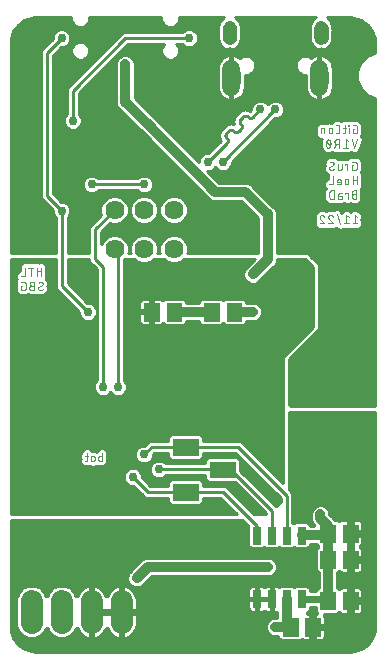
<source format=gbl>
G75*
%MOIN*%
%OFA0B0*%
%FSLAX25Y25*%
%IPPOS*%
%LPD*%
%AMOC8*
5,1,8,0,0,1.08239X$1,22.5*
%
%ADD10C,0.00400*%
%ADD11C,0.06024*%
%ADD12C,0.04165*%
%ADD13C,0.00394*%
%ADD14C,0.00039*%
%ADD15C,0.00205*%
%ADD16C,0.06378*%
%ADD17C,0.07200*%
%ADD18C,0.00220*%
%ADD19C,0.02953*%
%ADD20C,0.01000*%
%ADD21C,0.03200*%
%ADD22C,0.01600*%
%ADD23C,0.02400*%
D10*
X0026652Y0065200D02*
X0026808Y0065200D01*
X0026849Y0065202D01*
X0026889Y0065207D01*
X0026929Y0065216D01*
X0026968Y0065228D01*
X0027005Y0065244D01*
X0027042Y0065263D01*
X0027076Y0065284D01*
X0027108Y0065309D01*
X0027138Y0065337D01*
X0027166Y0065367D01*
X0027191Y0065399D01*
X0027212Y0065434D01*
X0027231Y0065470D01*
X0027247Y0065507D01*
X0027259Y0065546D01*
X0027268Y0065586D01*
X0027273Y0065626D01*
X0027275Y0065667D01*
X0027274Y0065667D02*
X0027274Y0068000D01*
X0027585Y0067067D02*
X0026652Y0067067D01*
X0028579Y0066444D02*
X0028579Y0065822D01*
X0028581Y0065773D01*
X0028587Y0065725D01*
X0028596Y0065677D01*
X0028609Y0065630D01*
X0028626Y0065584D01*
X0028647Y0065540D01*
X0028671Y0065497D01*
X0028698Y0065456D01*
X0028728Y0065418D01*
X0028761Y0065382D01*
X0028797Y0065349D01*
X0028835Y0065319D01*
X0028876Y0065292D01*
X0028919Y0065268D01*
X0028963Y0065247D01*
X0029009Y0065230D01*
X0029056Y0065217D01*
X0029104Y0065208D01*
X0029152Y0065202D01*
X0029201Y0065200D01*
X0029250Y0065202D01*
X0029298Y0065208D01*
X0029346Y0065217D01*
X0029393Y0065230D01*
X0029439Y0065247D01*
X0029483Y0065268D01*
X0029526Y0065292D01*
X0029567Y0065319D01*
X0029605Y0065349D01*
X0029641Y0065382D01*
X0029674Y0065418D01*
X0029704Y0065456D01*
X0029731Y0065497D01*
X0029755Y0065540D01*
X0029776Y0065584D01*
X0029793Y0065630D01*
X0029806Y0065677D01*
X0029815Y0065725D01*
X0029821Y0065773D01*
X0029823Y0065822D01*
X0029823Y0066444D01*
X0029821Y0066493D01*
X0029815Y0066541D01*
X0029806Y0066589D01*
X0029793Y0066636D01*
X0029776Y0066682D01*
X0029755Y0066726D01*
X0029731Y0066769D01*
X0029704Y0066810D01*
X0029674Y0066848D01*
X0029641Y0066884D01*
X0029605Y0066917D01*
X0029567Y0066947D01*
X0029526Y0066974D01*
X0029483Y0066998D01*
X0029439Y0067019D01*
X0029393Y0067036D01*
X0029346Y0067049D01*
X0029298Y0067058D01*
X0029250Y0067064D01*
X0029201Y0067066D01*
X0029152Y0067064D01*
X0029104Y0067058D01*
X0029056Y0067049D01*
X0029009Y0067036D01*
X0028963Y0067019D01*
X0028919Y0066998D01*
X0028876Y0066974D01*
X0028835Y0066947D01*
X0028797Y0066917D01*
X0028761Y0066884D01*
X0028728Y0066848D01*
X0028698Y0066810D01*
X0028671Y0066769D01*
X0028647Y0066726D01*
X0028626Y0066682D01*
X0028609Y0066636D01*
X0028596Y0066589D01*
X0028587Y0066541D01*
X0028581Y0066493D01*
X0028579Y0066444D01*
X0031056Y0066600D02*
X0031056Y0065667D01*
X0031055Y0065667D02*
X0031057Y0065624D01*
X0031063Y0065581D01*
X0031073Y0065539D01*
X0031087Y0065498D01*
X0031104Y0065459D01*
X0031125Y0065421D01*
X0031149Y0065386D01*
X0031177Y0065352D01*
X0031207Y0065322D01*
X0031241Y0065294D01*
X0031276Y0065270D01*
X0031314Y0065249D01*
X0031353Y0065232D01*
X0031394Y0065218D01*
X0031436Y0065208D01*
X0031479Y0065202D01*
X0031522Y0065200D01*
X0032300Y0065200D01*
X0032300Y0068000D01*
X0032300Y0067067D02*
X0031522Y0067067D01*
X0031481Y0067065D01*
X0031441Y0067060D01*
X0031401Y0067051D01*
X0031362Y0067039D01*
X0031325Y0067023D01*
X0031289Y0067004D01*
X0031254Y0066983D01*
X0031222Y0066958D01*
X0031192Y0066930D01*
X0031164Y0066900D01*
X0031139Y0066868D01*
X0031118Y0066834D01*
X0031099Y0066797D01*
X0031083Y0066760D01*
X0031071Y0066721D01*
X0031062Y0066681D01*
X0031057Y0066641D01*
X0031055Y0066600D01*
X0010960Y0122822D02*
X0010962Y0122869D01*
X0010967Y0122915D01*
X0010976Y0122961D01*
X0010988Y0123007D01*
X0011003Y0123051D01*
X0011022Y0123094D01*
X0011043Y0123136D01*
X0011068Y0123175D01*
X0011096Y0123213D01*
X0011126Y0123249D01*
X0011159Y0123282D01*
X0011194Y0123313D01*
X0011232Y0123341D01*
X0011271Y0123366D01*
X0011271Y0123367D02*
X0012127Y0123833D01*
X0011816Y0125000D02*
X0011753Y0124998D01*
X0011691Y0124993D01*
X0011629Y0124985D01*
X0011568Y0124973D01*
X0011507Y0124958D01*
X0011447Y0124940D01*
X0011388Y0124919D01*
X0011331Y0124894D01*
X0011274Y0124867D01*
X0011220Y0124836D01*
X0011167Y0124803D01*
X0011116Y0124767D01*
X0012127Y0123834D02*
X0012166Y0123859D01*
X0012204Y0123887D01*
X0012239Y0123918D01*
X0012272Y0123951D01*
X0012302Y0123987D01*
X0012330Y0124025D01*
X0012355Y0124064D01*
X0012376Y0124106D01*
X0012395Y0124149D01*
X0012410Y0124193D01*
X0012422Y0124239D01*
X0012431Y0124285D01*
X0012436Y0124331D01*
X0012438Y0124378D01*
X0012436Y0124427D01*
X0012430Y0124475D01*
X0012421Y0124523D01*
X0012408Y0124570D01*
X0012391Y0124616D01*
X0012370Y0124660D01*
X0012346Y0124703D01*
X0012319Y0124744D01*
X0012289Y0124782D01*
X0012256Y0124818D01*
X0012220Y0124851D01*
X0012182Y0124881D01*
X0012141Y0124908D01*
X0012098Y0124932D01*
X0012054Y0124953D01*
X0012008Y0124970D01*
X0011961Y0124983D01*
X0011913Y0124992D01*
X0011865Y0124998D01*
X0011816Y0125000D01*
X0012515Y0122589D02*
X0012465Y0122541D01*
X0012413Y0122496D01*
X0012358Y0122454D01*
X0012301Y0122414D01*
X0012242Y0122378D01*
X0012181Y0122345D01*
X0012119Y0122315D01*
X0012055Y0122288D01*
X0011990Y0122265D01*
X0011924Y0122245D01*
X0011857Y0122229D01*
X0011789Y0122216D01*
X0011720Y0122207D01*
X0011651Y0122202D01*
X0011582Y0122200D01*
X0011533Y0122202D01*
X0011485Y0122208D01*
X0011437Y0122217D01*
X0011390Y0122230D01*
X0011344Y0122247D01*
X0011300Y0122268D01*
X0011257Y0122292D01*
X0011216Y0122319D01*
X0011178Y0122349D01*
X0011142Y0122382D01*
X0011109Y0122418D01*
X0011079Y0122456D01*
X0011052Y0122497D01*
X0011028Y0122540D01*
X0011007Y0122584D01*
X0010990Y0122630D01*
X0010977Y0122677D01*
X0010968Y0122725D01*
X0010962Y0122773D01*
X0010960Y0122822D01*
X0009581Y0122200D02*
X0009581Y0125000D01*
X0008803Y0125000D01*
X0008754Y0124998D01*
X0008706Y0124992D01*
X0008658Y0124983D01*
X0008611Y0124970D01*
X0008565Y0124953D01*
X0008521Y0124932D01*
X0008478Y0124908D01*
X0008437Y0124881D01*
X0008399Y0124851D01*
X0008363Y0124818D01*
X0008330Y0124782D01*
X0008300Y0124744D01*
X0008273Y0124703D01*
X0008249Y0124660D01*
X0008228Y0124616D01*
X0008211Y0124570D01*
X0008198Y0124523D01*
X0008189Y0124475D01*
X0008183Y0124427D01*
X0008181Y0124378D01*
X0008183Y0124329D01*
X0008189Y0124281D01*
X0008198Y0124233D01*
X0008211Y0124186D01*
X0008228Y0124140D01*
X0008249Y0124096D01*
X0008273Y0124053D01*
X0008300Y0124012D01*
X0008330Y0123974D01*
X0008363Y0123938D01*
X0008399Y0123905D01*
X0008437Y0123875D01*
X0008478Y0123848D01*
X0008521Y0123824D01*
X0008565Y0123803D01*
X0008611Y0123786D01*
X0008658Y0123773D01*
X0008706Y0123764D01*
X0008754Y0123758D01*
X0008803Y0123756D01*
X0009581Y0123756D01*
X0008803Y0123756D02*
X0008747Y0123754D01*
X0008692Y0123748D01*
X0008638Y0123738D01*
X0008584Y0123724D01*
X0008531Y0123707D01*
X0008480Y0123686D01*
X0008430Y0123661D01*
X0008382Y0123632D01*
X0008337Y0123601D01*
X0008294Y0123566D01*
X0008253Y0123528D01*
X0008215Y0123487D01*
X0008180Y0123444D01*
X0008149Y0123399D01*
X0008120Y0123351D01*
X0008095Y0123301D01*
X0008074Y0123250D01*
X0008057Y0123197D01*
X0008043Y0123143D01*
X0008033Y0123089D01*
X0008027Y0123034D01*
X0008025Y0122978D01*
X0008027Y0122922D01*
X0008033Y0122867D01*
X0008043Y0122813D01*
X0008057Y0122759D01*
X0008074Y0122706D01*
X0008095Y0122655D01*
X0008120Y0122605D01*
X0008149Y0122557D01*
X0008180Y0122512D01*
X0008215Y0122469D01*
X0008253Y0122428D01*
X0008294Y0122390D01*
X0008337Y0122355D01*
X0008382Y0122324D01*
X0008430Y0122295D01*
X0008480Y0122270D01*
X0008531Y0122249D01*
X0008584Y0122232D01*
X0008638Y0122218D01*
X0008692Y0122208D01*
X0008747Y0122202D01*
X0008803Y0122200D01*
X0009581Y0122200D01*
X0006756Y0122822D02*
X0006756Y0124378D01*
X0006755Y0124378D02*
X0006753Y0124427D01*
X0006747Y0124475D01*
X0006738Y0124523D01*
X0006725Y0124570D01*
X0006708Y0124616D01*
X0006687Y0124660D01*
X0006663Y0124703D01*
X0006636Y0124744D01*
X0006606Y0124782D01*
X0006573Y0124818D01*
X0006537Y0124851D01*
X0006499Y0124881D01*
X0006458Y0124908D01*
X0006415Y0124932D01*
X0006371Y0124953D01*
X0006325Y0124970D01*
X0006278Y0124983D01*
X0006230Y0124992D01*
X0006182Y0124998D01*
X0006133Y0125000D01*
X0005200Y0125000D01*
X0005200Y0123756D02*
X0005200Y0122200D01*
X0006133Y0122200D01*
X0006182Y0122202D01*
X0006230Y0122208D01*
X0006278Y0122217D01*
X0006325Y0122230D01*
X0006371Y0122247D01*
X0006415Y0122268D01*
X0006458Y0122292D01*
X0006499Y0122319D01*
X0006537Y0122349D01*
X0006573Y0122382D01*
X0006606Y0122418D01*
X0006636Y0122456D01*
X0006663Y0122497D01*
X0006687Y0122540D01*
X0006708Y0122584D01*
X0006725Y0122630D01*
X0006738Y0122677D01*
X0006747Y0122725D01*
X0006753Y0122773D01*
X0006755Y0122822D01*
X0005667Y0123756D02*
X0005200Y0123756D01*
X0005200Y0127000D02*
X0006444Y0127000D01*
X0006444Y0129800D01*
X0007680Y0129800D02*
X0009236Y0129800D01*
X0008458Y0129800D02*
X0008458Y0127000D01*
X0010464Y0127000D02*
X0010464Y0129800D01*
X0010464Y0128556D02*
X0012020Y0128556D01*
X0012020Y0129800D02*
X0012020Y0127000D01*
X0104800Y0144500D02*
X0106356Y0144500D01*
X0105034Y0146056D01*
X0105500Y0147300D02*
X0105556Y0147298D01*
X0105613Y0147293D01*
X0105669Y0147284D01*
X0105724Y0147272D01*
X0105778Y0147256D01*
X0105831Y0147237D01*
X0105883Y0147214D01*
X0105933Y0147189D01*
X0105982Y0147160D01*
X0106029Y0147128D01*
X0106073Y0147093D01*
X0106116Y0147056D01*
X0106156Y0147016D01*
X0106193Y0146974D01*
X0106228Y0146929D01*
X0106259Y0146882D01*
X0106288Y0146833D01*
X0106314Y0146783D01*
X0106336Y0146731D01*
X0106355Y0146678D01*
X0105033Y0146055D02*
X0104998Y0146092D01*
X0104965Y0146130D01*
X0104934Y0146171D01*
X0104907Y0146213D01*
X0104882Y0146258D01*
X0104861Y0146304D01*
X0104842Y0146351D01*
X0104827Y0146399D01*
X0104815Y0146449D01*
X0104807Y0146499D01*
X0104802Y0146549D01*
X0104800Y0146600D01*
X0104802Y0146650D01*
X0104807Y0146700D01*
X0104816Y0146749D01*
X0104828Y0146797D01*
X0104844Y0146845D01*
X0104863Y0146891D01*
X0104886Y0146935D01*
X0104911Y0146978D01*
X0104940Y0147019D01*
X0104971Y0147058D01*
X0105005Y0147095D01*
X0105042Y0147129D01*
X0105081Y0147160D01*
X0105122Y0147189D01*
X0105165Y0147214D01*
X0105209Y0147237D01*
X0105255Y0147256D01*
X0105303Y0147272D01*
X0105351Y0147284D01*
X0105400Y0147293D01*
X0105450Y0147298D01*
X0105500Y0147300D01*
X0107914Y0146056D02*
X0109236Y0144500D01*
X0107680Y0144500D01*
X0109235Y0146678D02*
X0109216Y0146731D01*
X0109194Y0146783D01*
X0109168Y0146833D01*
X0109139Y0146882D01*
X0109108Y0146929D01*
X0109073Y0146974D01*
X0109036Y0147016D01*
X0108996Y0147056D01*
X0108953Y0147093D01*
X0108909Y0147128D01*
X0108862Y0147160D01*
X0108813Y0147189D01*
X0108763Y0147214D01*
X0108711Y0147237D01*
X0108658Y0147256D01*
X0108604Y0147272D01*
X0108549Y0147284D01*
X0108493Y0147293D01*
X0108436Y0147298D01*
X0108380Y0147300D01*
X0108330Y0147298D01*
X0108280Y0147293D01*
X0108231Y0147284D01*
X0108183Y0147272D01*
X0108135Y0147256D01*
X0108089Y0147237D01*
X0108045Y0147214D01*
X0108002Y0147189D01*
X0107961Y0147160D01*
X0107922Y0147129D01*
X0107885Y0147095D01*
X0107851Y0147058D01*
X0107820Y0147019D01*
X0107791Y0146978D01*
X0107766Y0146935D01*
X0107743Y0146891D01*
X0107724Y0146845D01*
X0107708Y0146797D01*
X0107696Y0146749D01*
X0107687Y0146700D01*
X0107682Y0146650D01*
X0107680Y0146600D01*
X0107682Y0146549D01*
X0107687Y0146499D01*
X0107695Y0146449D01*
X0107707Y0146399D01*
X0107722Y0146351D01*
X0107741Y0146304D01*
X0107762Y0146258D01*
X0107787Y0146213D01*
X0107814Y0146171D01*
X0107845Y0146130D01*
X0107878Y0146092D01*
X0107913Y0146055D01*
X0110428Y0147611D02*
X0111672Y0144189D01*
X0112864Y0144500D02*
X0114420Y0144500D01*
X0113642Y0144500D02*
X0113642Y0147300D01*
X0114420Y0146678D01*
X0116522Y0147300D02*
X0116522Y0144500D01*
X0117300Y0144500D02*
X0115744Y0144500D01*
X0117300Y0146678D02*
X0116522Y0147300D01*
X0116195Y0152700D02*
X0116973Y0152700D01*
X0116973Y0155500D01*
X0116195Y0155500D01*
X0116146Y0155498D01*
X0116098Y0155492D01*
X0116050Y0155483D01*
X0116003Y0155470D01*
X0115957Y0155453D01*
X0115913Y0155432D01*
X0115870Y0155408D01*
X0115829Y0155381D01*
X0115791Y0155351D01*
X0115755Y0155318D01*
X0115722Y0155282D01*
X0115692Y0155244D01*
X0115665Y0155203D01*
X0115641Y0155160D01*
X0115620Y0155116D01*
X0115603Y0155070D01*
X0115590Y0155023D01*
X0115581Y0154975D01*
X0115575Y0154927D01*
X0115573Y0154878D01*
X0115575Y0154829D01*
X0115581Y0154781D01*
X0115590Y0154733D01*
X0115603Y0154686D01*
X0115620Y0154640D01*
X0115641Y0154596D01*
X0115665Y0154553D01*
X0115692Y0154512D01*
X0115722Y0154474D01*
X0115755Y0154438D01*
X0115791Y0154405D01*
X0115829Y0154375D01*
X0115870Y0154348D01*
X0115913Y0154324D01*
X0115957Y0154303D01*
X0116003Y0154286D01*
X0116050Y0154273D01*
X0116098Y0154264D01*
X0116146Y0154258D01*
X0116195Y0154256D01*
X0116973Y0154256D01*
X0116195Y0154256D02*
X0116139Y0154254D01*
X0116084Y0154248D01*
X0116030Y0154238D01*
X0115976Y0154224D01*
X0115923Y0154207D01*
X0115872Y0154186D01*
X0115822Y0154161D01*
X0115774Y0154132D01*
X0115729Y0154101D01*
X0115686Y0154066D01*
X0115645Y0154028D01*
X0115607Y0153987D01*
X0115572Y0153944D01*
X0115541Y0153899D01*
X0115512Y0153851D01*
X0115487Y0153801D01*
X0115466Y0153750D01*
X0115449Y0153697D01*
X0115435Y0153643D01*
X0115425Y0153589D01*
X0115419Y0153534D01*
X0115417Y0153478D01*
X0115419Y0153422D01*
X0115425Y0153367D01*
X0115435Y0153313D01*
X0115449Y0153259D01*
X0115466Y0153206D01*
X0115487Y0153155D01*
X0115512Y0153105D01*
X0115541Y0153057D01*
X0115572Y0153012D01*
X0115607Y0152969D01*
X0115645Y0152928D01*
X0115686Y0152890D01*
X0115729Y0152855D01*
X0115774Y0152824D01*
X0115822Y0152795D01*
X0115872Y0152770D01*
X0115923Y0152749D01*
X0115976Y0152732D01*
X0116030Y0152718D01*
X0116084Y0152708D01*
X0116139Y0152702D01*
X0116195Y0152700D01*
X0114163Y0152700D02*
X0114163Y0154567D01*
X0113229Y0154567D01*
X0113229Y0154256D01*
X0112128Y0154567D02*
X0111506Y0154567D01*
X0111465Y0154565D01*
X0111425Y0154560D01*
X0111385Y0154551D01*
X0111346Y0154539D01*
X0111309Y0154523D01*
X0111273Y0154504D01*
X0111238Y0154483D01*
X0111206Y0154458D01*
X0111176Y0154430D01*
X0111148Y0154400D01*
X0111123Y0154368D01*
X0111102Y0154334D01*
X0111083Y0154297D01*
X0111067Y0154260D01*
X0111055Y0154221D01*
X0111046Y0154181D01*
X0111041Y0154141D01*
X0111039Y0154100D01*
X0111039Y0152700D01*
X0111739Y0152700D01*
X0111784Y0152702D01*
X0111829Y0152707D01*
X0111873Y0152717D01*
X0111916Y0152729D01*
X0111958Y0152746D01*
X0111998Y0152766D01*
X0112037Y0152789D01*
X0112073Y0152815D01*
X0112107Y0152844D01*
X0112139Y0152876D01*
X0112168Y0152910D01*
X0112194Y0152946D01*
X0112217Y0152985D01*
X0112237Y0153025D01*
X0112254Y0153067D01*
X0112266Y0153110D01*
X0112276Y0153154D01*
X0112281Y0153199D01*
X0112283Y0153244D01*
X0112281Y0153289D01*
X0112276Y0153334D01*
X0112266Y0153378D01*
X0112254Y0153421D01*
X0112237Y0153463D01*
X0112217Y0153503D01*
X0112194Y0153542D01*
X0112168Y0153578D01*
X0112139Y0153612D01*
X0112107Y0153644D01*
X0112073Y0153673D01*
X0112037Y0153699D01*
X0111998Y0153722D01*
X0111958Y0153742D01*
X0111916Y0153759D01*
X0111873Y0153771D01*
X0111829Y0153781D01*
X0111784Y0153786D01*
X0111739Y0153788D01*
X0111739Y0153789D02*
X0111039Y0153789D01*
X0109540Y0152700D02*
X0108762Y0152700D01*
X0108706Y0152702D01*
X0108651Y0152708D01*
X0108597Y0152718D01*
X0108543Y0152732D01*
X0108490Y0152749D01*
X0108439Y0152770D01*
X0108389Y0152795D01*
X0108341Y0152824D01*
X0108296Y0152855D01*
X0108253Y0152890D01*
X0108212Y0152928D01*
X0108174Y0152969D01*
X0108139Y0153012D01*
X0108108Y0153057D01*
X0108079Y0153105D01*
X0108054Y0153155D01*
X0108033Y0153206D01*
X0108016Y0153259D01*
X0108002Y0153313D01*
X0107992Y0153367D01*
X0107986Y0153422D01*
X0107984Y0153478D01*
X0107984Y0154722D01*
X0107986Y0154778D01*
X0107992Y0154833D01*
X0108002Y0154887D01*
X0108016Y0154941D01*
X0108033Y0154994D01*
X0108054Y0155045D01*
X0108079Y0155095D01*
X0108108Y0155143D01*
X0108139Y0155188D01*
X0108174Y0155231D01*
X0108212Y0155272D01*
X0108253Y0155310D01*
X0108296Y0155345D01*
X0108341Y0155376D01*
X0108389Y0155405D01*
X0108439Y0155430D01*
X0108490Y0155451D01*
X0108543Y0155468D01*
X0108597Y0155482D01*
X0108651Y0155492D01*
X0108706Y0155498D01*
X0108762Y0155500D01*
X0109540Y0155500D01*
X0109540Y0152700D01*
X0109229Y0157500D02*
X0107984Y0157500D01*
X0109229Y0157500D02*
X0109229Y0160300D01*
X0110620Y0158744D02*
X0110620Y0158433D01*
X0111864Y0158433D01*
X0111864Y0158744D02*
X0111864Y0157967D01*
X0111865Y0157967D02*
X0111863Y0157926D01*
X0111858Y0157886D01*
X0111849Y0157846D01*
X0111837Y0157807D01*
X0111821Y0157770D01*
X0111802Y0157734D01*
X0111781Y0157699D01*
X0111756Y0157667D01*
X0111728Y0157637D01*
X0111698Y0157609D01*
X0111666Y0157584D01*
X0111632Y0157563D01*
X0111595Y0157544D01*
X0111558Y0157528D01*
X0111519Y0157516D01*
X0111479Y0157507D01*
X0111439Y0157502D01*
X0111398Y0157500D01*
X0110620Y0157500D01*
X0110620Y0158744D02*
X0110622Y0158793D01*
X0110628Y0158841D01*
X0110637Y0158889D01*
X0110650Y0158936D01*
X0110667Y0158982D01*
X0110688Y0159026D01*
X0110712Y0159069D01*
X0110739Y0159110D01*
X0110769Y0159148D01*
X0110802Y0159184D01*
X0110838Y0159217D01*
X0110876Y0159247D01*
X0110917Y0159274D01*
X0110960Y0159298D01*
X0111004Y0159319D01*
X0111050Y0159336D01*
X0111097Y0159349D01*
X0111145Y0159358D01*
X0111193Y0159364D01*
X0111242Y0159366D01*
X0111291Y0159364D01*
X0111339Y0159358D01*
X0111387Y0159349D01*
X0111434Y0159336D01*
X0111480Y0159319D01*
X0111524Y0159298D01*
X0111567Y0159274D01*
X0111608Y0159247D01*
X0111646Y0159217D01*
X0111682Y0159184D01*
X0111715Y0159148D01*
X0111745Y0159110D01*
X0111772Y0159069D01*
X0111796Y0159026D01*
X0111817Y0158982D01*
X0111834Y0158936D01*
X0111847Y0158889D01*
X0111856Y0158841D01*
X0111862Y0158793D01*
X0111864Y0158744D01*
X0113116Y0158744D02*
X0113116Y0158122D01*
X0113118Y0158073D01*
X0113124Y0158025D01*
X0113133Y0157977D01*
X0113146Y0157930D01*
X0113163Y0157884D01*
X0113184Y0157840D01*
X0113208Y0157797D01*
X0113235Y0157756D01*
X0113265Y0157718D01*
X0113298Y0157682D01*
X0113334Y0157649D01*
X0113372Y0157619D01*
X0113413Y0157592D01*
X0113456Y0157568D01*
X0113500Y0157547D01*
X0113546Y0157530D01*
X0113593Y0157517D01*
X0113641Y0157508D01*
X0113689Y0157502D01*
X0113738Y0157500D01*
X0113787Y0157502D01*
X0113835Y0157508D01*
X0113883Y0157517D01*
X0113930Y0157530D01*
X0113976Y0157547D01*
X0114020Y0157568D01*
X0114063Y0157592D01*
X0114104Y0157619D01*
X0114142Y0157649D01*
X0114178Y0157682D01*
X0114211Y0157718D01*
X0114241Y0157756D01*
X0114268Y0157797D01*
X0114292Y0157840D01*
X0114313Y0157884D01*
X0114330Y0157930D01*
X0114343Y0157977D01*
X0114352Y0158025D01*
X0114358Y0158073D01*
X0114360Y0158122D01*
X0114360Y0158744D01*
X0114358Y0158793D01*
X0114352Y0158841D01*
X0114343Y0158889D01*
X0114330Y0158936D01*
X0114313Y0158982D01*
X0114292Y0159026D01*
X0114268Y0159069D01*
X0114241Y0159110D01*
X0114211Y0159148D01*
X0114178Y0159184D01*
X0114142Y0159217D01*
X0114104Y0159247D01*
X0114063Y0159274D01*
X0114020Y0159298D01*
X0113976Y0159319D01*
X0113930Y0159336D01*
X0113883Y0159349D01*
X0113835Y0159358D01*
X0113787Y0159364D01*
X0113738Y0159366D01*
X0113689Y0159364D01*
X0113641Y0159358D01*
X0113593Y0159349D01*
X0113546Y0159336D01*
X0113500Y0159319D01*
X0113456Y0159298D01*
X0113413Y0159274D01*
X0113372Y0159247D01*
X0113334Y0159217D01*
X0113298Y0159184D01*
X0113265Y0159148D01*
X0113235Y0159110D01*
X0113208Y0159069D01*
X0113184Y0159026D01*
X0113163Y0158982D01*
X0113146Y0158936D01*
X0113133Y0158889D01*
X0113124Y0158841D01*
X0113118Y0158793D01*
X0113116Y0158744D01*
X0115744Y0159056D02*
X0117300Y0159056D01*
X0117300Y0160300D02*
X0117300Y0157500D01*
X0115744Y0157500D02*
X0115744Y0160300D01*
X0115568Y0162300D02*
X0116502Y0162300D01*
X0116551Y0162302D01*
X0116599Y0162308D01*
X0116647Y0162317D01*
X0116694Y0162330D01*
X0116740Y0162347D01*
X0116784Y0162368D01*
X0116827Y0162392D01*
X0116868Y0162419D01*
X0116906Y0162449D01*
X0116942Y0162482D01*
X0116975Y0162518D01*
X0117005Y0162556D01*
X0117032Y0162597D01*
X0117056Y0162640D01*
X0117077Y0162684D01*
X0117094Y0162730D01*
X0117107Y0162777D01*
X0117116Y0162825D01*
X0117122Y0162873D01*
X0117124Y0162922D01*
X0117124Y0164478D01*
X0117122Y0164527D01*
X0117116Y0164575D01*
X0117107Y0164623D01*
X0117094Y0164670D01*
X0117077Y0164716D01*
X0117056Y0164760D01*
X0117032Y0164803D01*
X0117005Y0164844D01*
X0116975Y0164882D01*
X0116942Y0164918D01*
X0116906Y0164951D01*
X0116868Y0164981D01*
X0116827Y0165008D01*
X0116784Y0165032D01*
X0116740Y0165053D01*
X0116694Y0165070D01*
X0116647Y0165083D01*
X0116599Y0165092D01*
X0116551Y0165098D01*
X0116502Y0165100D01*
X0115568Y0165100D01*
X0115568Y0163856D02*
X0115568Y0162300D01*
X0114067Y0162300D02*
X0114067Y0164167D01*
X0113134Y0164167D01*
X0113134Y0163856D01*
X0112072Y0164167D02*
X0112072Y0162767D01*
X0112073Y0162767D02*
X0112071Y0162726D01*
X0112066Y0162686D01*
X0112057Y0162646D01*
X0112045Y0162607D01*
X0112029Y0162570D01*
X0112010Y0162534D01*
X0111989Y0162499D01*
X0111964Y0162467D01*
X0111936Y0162437D01*
X0111906Y0162409D01*
X0111874Y0162384D01*
X0111840Y0162363D01*
X0111803Y0162344D01*
X0111766Y0162328D01*
X0111727Y0162316D01*
X0111687Y0162307D01*
X0111647Y0162302D01*
X0111606Y0162300D01*
X0110828Y0162300D01*
X0110828Y0164167D01*
X0109151Y0163933D02*
X0108295Y0163467D01*
X0108607Y0162300D02*
X0108676Y0162302D01*
X0108745Y0162307D01*
X0108814Y0162316D01*
X0108882Y0162329D01*
X0108949Y0162345D01*
X0109015Y0162365D01*
X0109080Y0162388D01*
X0109144Y0162415D01*
X0109206Y0162445D01*
X0109267Y0162478D01*
X0109326Y0162514D01*
X0109383Y0162554D01*
X0109438Y0162596D01*
X0109490Y0162641D01*
X0109540Y0162689D01*
X0108295Y0163466D02*
X0108256Y0163441D01*
X0108218Y0163413D01*
X0108183Y0163382D01*
X0108150Y0163349D01*
X0108120Y0163313D01*
X0108092Y0163275D01*
X0108067Y0163236D01*
X0108046Y0163194D01*
X0108027Y0163151D01*
X0108012Y0163107D01*
X0108000Y0163061D01*
X0107991Y0163015D01*
X0107986Y0162969D01*
X0107984Y0162922D01*
X0107985Y0162922D02*
X0107987Y0162873D01*
X0107993Y0162825D01*
X0108002Y0162777D01*
X0108015Y0162730D01*
X0108032Y0162684D01*
X0108053Y0162640D01*
X0108077Y0162597D01*
X0108104Y0162556D01*
X0108134Y0162518D01*
X0108167Y0162482D01*
X0108203Y0162449D01*
X0108241Y0162419D01*
X0108282Y0162392D01*
X0108325Y0162368D01*
X0108369Y0162347D01*
X0108415Y0162330D01*
X0108462Y0162317D01*
X0108510Y0162308D01*
X0108558Y0162302D01*
X0108607Y0162300D01*
X0108140Y0164867D02*
X0108191Y0164903D01*
X0108244Y0164936D01*
X0108298Y0164967D01*
X0108355Y0164994D01*
X0108412Y0165019D01*
X0108471Y0165040D01*
X0108531Y0165058D01*
X0108592Y0165073D01*
X0108653Y0165085D01*
X0108715Y0165093D01*
X0108777Y0165098D01*
X0108840Y0165100D01*
X0108889Y0165098D01*
X0108937Y0165092D01*
X0108985Y0165083D01*
X0109032Y0165070D01*
X0109078Y0165053D01*
X0109122Y0165032D01*
X0109165Y0165008D01*
X0109206Y0164981D01*
X0109244Y0164951D01*
X0109280Y0164918D01*
X0109313Y0164882D01*
X0109343Y0164844D01*
X0109370Y0164803D01*
X0109394Y0164760D01*
X0109415Y0164716D01*
X0109432Y0164670D01*
X0109445Y0164623D01*
X0109454Y0164575D01*
X0109460Y0164527D01*
X0109462Y0164478D01*
X0109460Y0164431D01*
X0109455Y0164385D01*
X0109446Y0164339D01*
X0109434Y0164293D01*
X0109419Y0164249D01*
X0109400Y0164206D01*
X0109379Y0164164D01*
X0109354Y0164125D01*
X0109326Y0164087D01*
X0109296Y0164051D01*
X0109263Y0164018D01*
X0109228Y0163987D01*
X0109190Y0163959D01*
X0109151Y0163934D01*
X0109709Y0169700D02*
X0110331Y0170944D01*
X0110487Y0170944D02*
X0111265Y0170944D01*
X0110487Y0170944D02*
X0110431Y0170946D01*
X0110376Y0170952D01*
X0110322Y0170962D01*
X0110268Y0170976D01*
X0110215Y0170993D01*
X0110164Y0171014D01*
X0110114Y0171039D01*
X0110066Y0171068D01*
X0110021Y0171099D01*
X0109978Y0171134D01*
X0109937Y0171172D01*
X0109899Y0171213D01*
X0109864Y0171256D01*
X0109833Y0171301D01*
X0109804Y0171349D01*
X0109779Y0171399D01*
X0109758Y0171450D01*
X0109741Y0171503D01*
X0109727Y0171557D01*
X0109717Y0171611D01*
X0109711Y0171666D01*
X0109709Y0171722D01*
X0109711Y0171778D01*
X0109717Y0171833D01*
X0109727Y0171887D01*
X0109741Y0171941D01*
X0109758Y0171994D01*
X0109779Y0172045D01*
X0109804Y0172095D01*
X0109833Y0172143D01*
X0109864Y0172188D01*
X0109899Y0172231D01*
X0109937Y0172272D01*
X0109978Y0172310D01*
X0110021Y0172345D01*
X0110066Y0172376D01*
X0110114Y0172405D01*
X0110164Y0172430D01*
X0110215Y0172451D01*
X0110268Y0172468D01*
X0110322Y0172482D01*
X0110376Y0172492D01*
X0110431Y0172498D01*
X0110487Y0172500D01*
X0111265Y0172500D01*
X0111265Y0169700D01*
X0112709Y0169700D02*
X0114264Y0169700D01*
X0113487Y0169700D02*
X0113487Y0172500D01*
X0114264Y0171878D01*
X0115433Y0172500D02*
X0116367Y0169700D01*
X0117300Y0172500D01*
X0116678Y0174500D02*
X0115744Y0174500D01*
X0115744Y0176056D01*
X0116211Y0176056D01*
X0117300Y0176678D02*
X0117298Y0176727D01*
X0117292Y0176775D01*
X0117283Y0176823D01*
X0117270Y0176870D01*
X0117253Y0176916D01*
X0117232Y0176960D01*
X0117208Y0177003D01*
X0117181Y0177044D01*
X0117151Y0177082D01*
X0117118Y0177118D01*
X0117082Y0177151D01*
X0117044Y0177181D01*
X0117003Y0177208D01*
X0116960Y0177232D01*
X0116916Y0177253D01*
X0116870Y0177270D01*
X0116823Y0177283D01*
X0116775Y0177292D01*
X0116727Y0177298D01*
X0116678Y0177300D01*
X0115744Y0177300D01*
X0114488Y0177300D02*
X0114332Y0177300D01*
X0114332Y0177144D01*
X0114488Y0177144D01*
X0114488Y0177300D01*
X0114410Y0176367D02*
X0114410Y0174500D01*
X0113156Y0174967D02*
X0113156Y0177300D01*
X0113467Y0176367D02*
X0112533Y0176367D01*
X0111359Y0176678D02*
X0111359Y0175122D01*
X0111357Y0175073D01*
X0111351Y0175025D01*
X0111342Y0174977D01*
X0111329Y0174930D01*
X0111312Y0174884D01*
X0111291Y0174840D01*
X0111267Y0174797D01*
X0111240Y0174756D01*
X0111210Y0174718D01*
X0111177Y0174682D01*
X0111141Y0174649D01*
X0111103Y0174619D01*
X0111062Y0174592D01*
X0111019Y0174568D01*
X0110975Y0174547D01*
X0110929Y0174530D01*
X0110882Y0174517D01*
X0110834Y0174508D01*
X0110786Y0174502D01*
X0110737Y0174500D01*
X0110114Y0174500D01*
X0108985Y0175122D02*
X0108985Y0175744D01*
X0108984Y0175744D02*
X0108982Y0175793D01*
X0108976Y0175841D01*
X0108967Y0175889D01*
X0108954Y0175936D01*
X0108937Y0175982D01*
X0108916Y0176026D01*
X0108892Y0176069D01*
X0108865Y0176110D01*
X0108835Y0176148D01*
X0108802Y0176184D01*
X0108766Y0176217D01*
X0108728Y0176247D01*
X0108687Y0176274D01*
X0108644Y0176298D01*
X0108600Y0176319D01*
X0108554Y0176336D01*
X0108507Y0176349D01*
X0108459Y0176358D01*
X0108411Y0176364D01*
X0108362Y0176366D01*
X0108313Y0176364D01*
X0108265Y0176358D01*
X0108217Y0176349D01*
X0108170Y0176336D01*
X0108124Y0176319D01*
X0108080Y0176298D01*
X0108037Y0176274D01*
X0107996Y0176247D01*
X0107958Y0176217D01*
X0107922Y0176184D01*
X0107889Y0176148D01*
X0107859Y0176110D01*
X0107832Y0176069D01*
X0107808Y0176026D01*
X0107787Y0175982D01*
X0107770Y0175936D01*
X0107757Y0175889D01*
X0107748Y0175841D01*
X0107742Y0175793D01*
X0107740Y0175744D01*
X0107740Y0175122D01*
X0107742Y0175073D01*
X0107748Y0175025D01*
X0107757Y0174977D01*
X0107770Y0174930D01*
X0107787Y0174884D01*
X0107808Y0174840D01*
X0107832Y0174797D01*
X0107859Y0174756D01*
X0107889Y0174718D01*
X0107922Y0174682D01*
X0107958Y0174649D01*
X0107996Y0174619D01*
X0108037Y0174592D01*
X0108080Y0174568D01*
X0108124Y0174547D01*
X0108170Y0174530D01*
X0108217Y0174517D01*
X0108265Y0174508D01*
X0108313Y0174502D01*
X0108362Y0174500D01*
X0108411Y0174502D01*
X0108459Y0174508D01*
X0108507Y0174517D01*
X0108554Y0174530D01*
X0108600Y0174547D01*
X0108644Y0174568D01*
X0108687Y0174592D01*
X0108728Y0174619D01*
X0108766Y0174649D01*
X0108802Y0174682D01*
X0108835Y0174718D01*
X0108865Y0174756D01*
X0108892Y0174797D01*
X0108916Y0174840D01*
X0108937Y0174884D01*
X0108954Y0174930D01*
X0108967Y0174977D01*
X0108976Y0175025D01*
X0108982Y0175073D01*
X0108984Y0175122D01*
X0110737Y0177300D02*
X0110786Y0177298D01*
X0110834Y0177292D01*
X0110882Y0177283D01*
X0110929Y0177270D01*
X0110975Y0177253D01*
X0111019Y0177232D01*
X0111062Y0177208D01*
X0111103Y0177181D01*
X0111141Y0177151D01*
X0111177Y0177118D01*
X0111210Y0177082D01*
X0111240Y0177044D01*
X0111267Y0177003D01*
X0111291Y0176960D01*
X0111312Y0176916D01*
X0111329Y0176870D01*
X0111342Y0176823D01*
X0111351Y0176775D01*
X0111357Y0176727D01*
X0111359Y0176678D01*
X0110737Y0177300D02*
X0110114Y0177300D01*
X0112689Y0174500D02*
X0112730Y0174502D01*
X0112770Y0174507D01*
X0112810Y0174516D01*
X0112849Y0174528D01*
X0112886Y0174544D01*
X0112923Y0174563D01*
X0112957Y0174584D01*
X0112989Y0174609D01*
X0113019Y0174637D01*
X0113047Y0174667D01*
X0113072Y0174699D01*
X0113093Y0174734D01*
X0113112Y0174770D01*
X0113128Y0174807D01*
X0113140Y0174846D01*
X0113149Y0174886D01*
X0113154Y0174926D01*
X0113156Y0174967D01*
X0112689Y0174500D02*
X0112533Y0174500D01*
X0106853Y0171100D02*
X0106855Y0171005D01*
X0106861Y0170910D01*
X0106871Y0170815D01*
X0106884Y0170721D01*
X0106902Y0170628D01*
X0106923Y0170535D01*
X0106948Y0170443D01*
X0106977Y0170353D01*
X0107010Y0170263D01*
X0107046Y0170175D01*
X0107086Y0170089D01*
X0107631Y0169700D02*
X0107676Y0169702D01*
X0107720Y0169707D01*
X0107764Y0169716D01*
X0107807Y0169727D01*
X0107849Y0169743D01*
X0107889Y0169761D01*
X0107928Y0169783D01*
X0107966Y0169807D01*
X0108001Y0169835D01*
X0108034Y0169865D01*
X0108065Y0169897D01*
X0108093Y0169932D01*
X0108118Y0169969D01*
X0108140Y0170007D01*
X0108160Y0170048D01*
X0108176Y0170089D01*
X0108253Y0170322D02*
X0107008Y0171878D01*
X0107086Y0172111D02*
X0107102Y0172152D01*
X0107122Y0172193D01*
X0107144Y0172231D01*
X0107169Y0172268D01*
X0107197Y0172303D01*
X0107228Y0172335D01*
X0107261Y0172365D01*
X0107296Y0172393D01*
X0107334Y0172417D01*
X0107373Y0172439D01*
X0107413Y0172457D01*
X0107455Y0172473D01*
X0107498Y0172484D01*
X0107542Y0172493D01*
X0107586Y0172498D01*
X0107631Y0172500D01*
X0107676Y0172498D01*
X0107720Y0172493D01*
X0107764Y0172484D01*
X0107807Y0172473D01*
X0107849Y0172457D01*
X0107889Y0172439D01*
X0107928Y0172417D01*
X0107966Y0172393D01*
X0108001Y0172365D01*
X0108034Y0172335D01*
X0108065Y0172303D01*
X0108093Y0172268D01*
X0108118Y0172231D01*
X0108140Y0172193D01*
X0108160Y0172152D01*
X0108176Y0172111D01*
X0107086Y0172111D02*
X0107046Y0172025D01*
X0107010Y0171937D01*
X0106977Y0171847D01*
X0106948Y0171757D01*
X0106923Y0171665D01*
X0106902Y0171572D01*
X0106884Y0171479D01*
X0106871Y0171385D01*
X0106861Y0171290D01*
X0106855Y0171195D01*
X0106853Y0171100D01*
X0108408Y0171100D02*
X0108406Y0171195D01*
X0108400Y0171290D01*
X0108390Y0171385D01*
X0108377Y0171479D01*
X0108359Y0171572D01*
X0108338Y0171665D01*
X0108313Y0171757D01*
X0108284Y0171847D01*
X0108251Y0171937D01*
X0108215Y0172025D01*
X0108175Y0172111D01*
X0107086Y0170089D02*
X0107102Y0170048D01*
X0107122Y0170007D01*
X0107144Y0169969D01*
X0107169Y0169932D01*
X0107197Y0169897D01*
X0107228Y0169865D01*
X0107261Y0169835D01*
X0107296Y0169807D01*
X0107334Y0169783D01*
X0107373Y0169761D01*
X0107413Y0169743D01*
X0107455Y0169727D01*
X0107498Y0169716D01*
X0107542Y0169707D01*
X0107586Y0169702D01*
X0107631Y0169700D01*
X0108175Y0170089D02*
X0108215Y0170175D01*
X0108251Y0170263D01*
X0108284Y0170353D01*
X0108313Y0170443D01*
X0108338Y0170535D01*
X0108359Y0170628D01*
X0108377Y0170721D01*
X0108390Y0170815D01*
X0108400Y0170910D01*
X0108406Y0171005D01*
X0108408Y0171100D01*
X0106393Y0174500D02*
X0106393Y0176367D01*
X0105615Y0176367D01*
X0105572Y0176365D01*
X0105529Y0176359D01*
X0105487Y0176349D01*
X0105446Y0176335D01*
X0105407Y0176318D01*
X0105369Y0176297D01*
X0105334Y0176273D01*
X0105300Y0176245D01*
X0105270Y0176215D01*
X0105242Y0176181D01*
X0105218Y0176146D01*
X0105197Y0176108D01*
X0105180Y0176069D01*
X0105166Y0176028D01*
X0105156Y0175986D01*
X0105150Y0175943D01*
X0105148Y0175900D01*
X0105148Y0174500D01*
X0115568Y0163856D02*
X0116035Y0163856D01*
X0116678Y0174500D02*
X0116727Y0174502D01*
X0116775Y0174508D01*
X0116823Y0174517D01*
X0116870Y0174530D01*
X0116916Y0174547D01*
X0116960Y0174568D01*
X0117003Y0174592D01*
X0117044Y0174619D01*
X0117082Y0174649D01*
X0117118Y0174682D01*
X0117151Y0174718D01*
X0117181Y0174756D01*
X0117208Y0174797D01*
X0117232Y0174840D01*
X0117253Y0174884D01*
X0117270Y0174930D01*
X0117283Y0174977D01*
X0117292Y0175025D01*
X0117298Y0175073D01*
X0117300Y0175122D01*
X0117300Y0176678D01*
D11*
X0104665Y0190071D02*
X0104665Y0196094D01*
X0075335Y0196094D02*
X0075335Y0190071D01*
D12*
X0074744Y0205961D02*
X0074744Y0210126D01*
X0105256Y0210126D02*
X0105256Y0205961D01*
D13*
X0104964Y0197004D02*
X0105547Y0196880D01*
X0106093Y0196637D01*
X0106575Y0196287D01*
X0106975Y0195843D01*
X0107273Y0195326D01*
X0107457Y0194759D01*
X0107520Y0194165D01*
X0107520Y0192000D01*
X0107457Y0191407D01*
X0107273Y0190839D01*
X0106975Y0190322D01*
X0106575Y0189879D01*
X0106093Y0189528D01*
X0105547Y0189285D01*
X0104964Y0189161D01*
X0104367Y0189161D01*
X0103783Y0189285D01*
X0103238Y0189528D01*
X0102755Y0189879D01*
X0102356Y0190322D01*
X0102058Y0190839D01*
X0101873Y0191407D01*
X0101811Y0192000D01*
X0101811Y0194165D01*
X0101873Y0194759D01*
X0102058Y0195326D01*
X0102356Y0195843D01*
X0102755Y0196287D01*
X0103238Y0196637D01*
X0103783Y0196880D01*
X0104367Y0197004D01*
X0104964Y0197004D01*
X0105498Y0196890D02*
X0103833Y0196890D01*
X0103047Y0196498D02*
X0106284Y0196498D01*
X0106738Y0196106D02*
X0102593Y0196106D01*
X0102282Y0195714D02*
X0107049Y0195714D01*
X0107274Y0195322D02*
X0102056Y0195322D01*
X0101929Y0194929D02*
X0107402Y0194929D01*
X0107481Y0194537D02*
X0101850Y0194537D01*
X0101811Y0194145D02*
X0107520Y0194145D01*
X0107520Y0193753D02*
X0101811Y0193753D01*
X0101811Y0193361D02*
X0107520Y0193361D01*
X0107520Y0192968D02*
X0101811Y0192968D01*
X0101811Y0192576D02*
X0107520Y0192576D01*
X0107520Y0192184D02*
X0101811Y0192184D01*
X0101833Y0191792D02*
X0107498Y0191792D01*
X0107455Y0191400D02*
X0101876Y0191400D01*
X0102003Y0191007D02*
X0107328Y0191007D01*
X0107144Y0190615D02*
X0102187Y0190615D01*
X0102446Y0190223D02*
X0106885Y0190223D01*
X0106509Y0189831D02*
X0102822Y0189831D01*
X0103440Y0189438D02*
X0105891Y0189438D01*
X0078189Y0192000D02*
X0078189Y0194165D01*
X0078127Y0194759D01*
X0077942Y0195326D01*
X0077644Y0195843D01*
X0077245Y0196287D01*
X0076762Y0196637D01*
X0076217Y0196880D01*
X0075633Y0197004D01*
X0075036Y0197004D01*
X0074453Y0196880D01*
X0073907Y0196637D01*
X0073425Y0196287D01*
X0073025Y0195843D01*
X0072727Y0195326D01*
X0072543Y0194759D01*
X0072480Y0194165D01*
X0072480Y0192000D01*
X0072543Y0191407D01*
X0072727Y0190839D01*
X0073025Y0190322D01*
X0073425Y0189879D01*
X0073907Y0189528D01*
X0074453Y0189285D01*
X0075036Y0189161D01*
X0075633Y0189161D01*
X0076217Y0189285D01*
X0076762Y0189528D01*
X0077245Y0189879D01*
X0077644Y0190322D01*
X0077942Y0190839D01*
X0078127Y0191407D01*
X0078189Y0192000D01*
X0078189Y0192184D02*
X0072480Y0192184D01*
X0072480Y0192576D02*
X0078189Y0192576D01*
X0078189Y0192968D02*
X0072480Y0192968D01*
X0072480Y0193361D02*
X0078189Y0193361D01*
X0078189Y0193753D02*
X0072480Y0193753D01*
X0072480Y0194145D02*
X0078189Y0194145D01*
X0078150Y0194537D02*
X0072519Y0194537D01*
X0072598Y0194929D02*
X0078071Y0194929D01*
X0077944Y0195322D02*
X0072726Y0195322D01*
X0072951Y0195714D02*
X0077718Y0195714D01*
X0077407Y0196106D02*
X0073262Y0196106D01*
X0073716Y0196498D02*
X0076953Y0196498D01*
X0076167Y0196890D02*
X0074502Y0196890D01*
X0072502Y0191792D02*
X0078167Y0191792D01*
X0078124Y0191400D02*
X0072545Y0191400D01*
X0072672Y0191007D02*
X0077997Y0191007D01*
X0077813Y0190615D02*
X0072856Y0190615D01*
X0073115Y0190223D02*
X0077554Y0190223D01*
X0077178Y0189831D02*
X0073491Y0189831D01*
X0074109Y0189438D02*
X0076560Y0189438D01*
D14*
X0074981Y0204512D02*
X0074507Y0204512D01*
X0074045Y0204611D01*
X0073612Y0204803D01*
X0073229Y0205081D01*
X0072913Y0205433D01*
X0072676Y0205843D01*
X0072530Y0206293D01*
X0072480Y0206764D01*
X0072480Y0209323D01*
X0072530Y0209794D01*
X0072676Y0210244D01*
X0072913Y0210653D01*
X0073229Y0211005D01*
X0073612Y0211283D01*
X0074045Y0211476D01*
X0074507Y0211574D01*
X0074981Y0211574D01*
X0075444Y0211476D01*
X0075876Y0211283D01*
X0076259Y0211005D01*
X0076576Y0210653D01*
X0076812Y0210244D01*
X0076958Y0209794D01*
X0077008Y0209323D01*
X0077008Y0206764D01*
X0076958Y0206293D01*
X0076812Y0205843D01*
X0076576Y0205433D01*
X0076259Y0205081D01*
X0075876Y0204803D01*
X0075444Y0204611D01*
X0074981Y0204512D01*
X0075024Y0204522D02*
X0074464Y0204522D01*
X0074286Y0204560D02*
X0075203Y0204560D01*
X0075381Y0204597D02*
X0074107Y0204597D01*
X0073990Y0204635D02*
X0075499Y0204635D01*
X0075584Y0204673D02*
X0073904Y0204673D01*
X0073819Y0204711D02*
X0075669Y0204711D01*
X0075754Y0204749D02*
X0073734Y0204749D01*
X0073649Y0204787D02*
X0075839Y0204787D01*
X0075905Y0204825D02*
X0073583Y0204825D01*
X0073531Y0204863D02*
X0075958Y0204863D01*
X0076010Y0204900D02*
X0073478Y0204900D01*
X0073426Y0204938D02*
X0076062Y0204938D01*
X0076114Y0204976D02*
X0073374Y0204976D01*
X0073322Y0205014D02*
X0076166Y0205014D01*
X0076218Y0205052D02*
X0073270Y0205052D01*
X0073222Y0205090D02*
X0076266Y0205090D01*
X0076301Y0205128D02*
X0073188Y0205128D01*
X0073154Y0205166D02*
X0076335Y0205166D01*
X0076369Y0205204D02*
X0073119Y0205204D01*
X0073085Y0205241D02*
X0076403Y0205241D01*
X0076437Y0205279D02*
X0073051Y0205279D01*
X0073017Y0205317D02*
X0076471Y0205317D01*
X0076505Y0205355D02*
X0072983Y0205355D01*
X0072949Y0205393D02*
X0076539Y0205393D01*
X0076573Y0205431D02*
X0072915Y0205431D01*
X0072892Y0205469D02*
X0076596Y0205469D01*
X0076618Y0205507D02*
X0072870Y0205507D01*
X0072848Y0205544D02*
X0076640Y0205544D01*
X0076662Y0205582D02*
X0072827Y0205582D01*
X0072805Y0205620D02*
X0076684Y0205620D01*
X0076705Y0205658D02*
X0072783Y0205658D01*
X0072761Y0205696D02*
X0076727Y0205696D01*
X0076749Y0205734D02*
X0072739Y0205734D01*
X0072717Y0205772D02*
X0076771Y0205772D01*
X0076793Y0205810D02*
X0072695Y0205810D01*
X0072675Y0205848D02*
X0076814Y0205848D01*
X0076826Y0205885D02*
X0072662Y0205885D01*
X0072650Y0205923D02*
X0076838Y0205923D01*
X0076851Y0205961D02*
X0072638Y0205961D01*
X0072625Y0205999D02*
X0076863Y0205999D01*
X0076875Y0206037D02*
X0072613Y0206037D01*
X0072601Y0206075D02*
X0076887Y0206075D01*
X0076900Y0206113D02*
X0072588Y0206113D01*
X0072576Y0206151D02*
X0076912Y0206151D01*
X0076924Y0206188D02*
X0072564Y0206188D01*
X0072551Y0206226D02*
X0076937Y0206226D01*
X0076949Y0206264D02*
X0072539Y0206264D01*
X0072529Y0206302D02*
X0076959Y0206302D01*
X0076963Y0206340D02*
X0072525Y0206340D01*
X0072521Y0206378D02*
X0076967Y0206378D01*
X0076971Y0206416D02*
X0072517Y0206416D01*
X0072513Y0206454D02*
X0076975Y0206454D01*
X0076979Y0206491D02*
X0072509Y0206491D01*
X0072505Y0206529D02*
X0076983Y0206529D01*
X0076987Y0206567D02*
X0072501Y0206567D01*
X0072497Y0206605D02*
X0076991Y0206605D01*
X0076995Y0206643D02*
X0072493Y0206643D01*
X0072489Y0206681D02*
X0076999Y0206681D01*
X0077003Y0206719D02*
X0072485Y0206719D01*
X0072481Y0206757D02*
X0077007Y0206757D01*
X0077008Y0206795D02*
X0072480Y0206795D01*
X0072480Y0206832D02*
X0077008Y0206832D01*
X0077008Y0206870D02*
X0072480Y0206870D01*
X0072480Y0206908D02*
X0077008Y0206908D01*
X0077008Y0206946D02*
X0072480Y0206946D01*
X0072480Y0206984D02*
X0077008Y0206984D01*
X0077008Y0207022D02*
X0072480Y0207022D01*
X0072480Y0207060D02*
X0077008Y0207060D01*
X0077008Y0207098D02*
X0072480Y0207098D01*
X0072480Y0207135D02*
X0077008Y0207135D01*
X0077008Y0207173D02*
X0072480Y0207173D01*
X0072480Y0207211D02*
X0077008Y0207211D01*
X0077008Y0207249D02*
X0072480Y0207249D01*
X0072480Y0207287D02*
X0077008Y0207287D01*
X0077008Y0207325D02*
X0072480Y0207325D01*
X0072480Y0207363D02*
X0077008Y0207363D01*
X0077008Y0207401D02*
X0072480Y0207401D01*
X0072480Y0207439D02*
X0077008Y0207439D01*
X0077008Y0207476D02*
X0072480Y0207476D01*
X0072480Y0207514D02*
X0077008Y0207514D01*
X0077008Y0207552D02*
X0072480Y0207552D01*
X0072480Y0207590D02*
X0077008Y0207590D01*
X0077008Y0207628D02*
X0072480Y0207628D01*
X0072480Y0207666D02*
X0077008Y0207666D01*
X0077008Y0207704D02*
X0072480Y0207704D01*
X0072480Y0207742D02*
X0077008Y0207742D01*
X0077008Y0207779D02*
X0072480Y0207779D01*
X0072480Y0207817D02*
X0077008Y0207817D01*
X0077008Y0207855D02*
X0072480Y0207855D01*
X0072480Y0207893D02*
X0077008Y0207893D01*
X0077008Y0207931D02*
X0072480Y0207931D01*
X0072480Y0207969D02*
X0077008Y0207969D01*
X0077008Y0208007D02*
X0072480Y0208007D01*
X0072480Y0208045D02*
X0077008Y0208045D01*
X0077008Y0208083D02*
X0072480Y0208083D01*
X0072480Y0208120D02*
X0077008Y0208120D01*
X0077008Y0208158D02*
X0072480Y0208158D01*
X0072480Y0208196D02*
X0077008Y0208196D01*
X0077008Y0208234D02*
X0072480Y0208234D01*
X0072480Y0208272D02*
X0077008Y0208272D01*
X0077008Y0208310D02*
X0072480Y0208310D01*
X0072480Y0208348D02*
X0077008Y0208348D01*
X0077008Y0208386D02*
X0072480Y0208386D01*
X0072480Y0208423D02*
X0077008Y0208423D01*
X0077008Y0208461D02*
X0072480Y0208461D01*
X0072480Y0208499D02*
X0077008Y0208499D01*
X0077008Y0208537D02*
X0072480Y0208537D01*
X0072480Y0208575D02*
X0077008Y0208575D01*
X0077008Y0208613D02*
X0072480Y0208613D01*
X0072480Y0208651D02*
X0077008Y0208651D01*
X0077008Y0208689D02*
X0072480Y0208689D01*
X0072480Y0208727D02*
X0077008Y0208727D01*
X0077008Y0208764D02*
X0072480Y0208764D01*
X0072480Y0208802D02*
X0077008Y0208802D01*
X0077008Y0208840D02*
X0072480Y0208840D01*
X0072480Y0208878D02*
X0077008Y0208878D01*
X0077008Y0208916D02*
X0072480Y0208916D01*
X0072480Y0208954D02*
X0077008Y0208954D01*
X0077008Y0208992D02*
X0072480Y0208992D01*
X0072480Y0209030D02*
X0077008Y0209030D01*
X0077008Y0209067D02*
X0072480Y0209067D01*
X0072480Y0209105D02*
X0077008Y0209105D01*
X0077008Y0209143D02*
X0072480Y0209143D01*
X0072480Y0209181D02*
X0077008Y0209181D01*
X0077008Y0209219D02*
X0072480Y0209219D01*
X0072480Y0209257D02*
X0077008Y0209257D01*
X0077008Y0209295D02*
X0072480Y0209295D01*
X0072481Y0209333D02*
X0077007Y0209333D01*
X0077003Y0209370D02*
X0072485Y0209370D01*
X0072489Y0209408D02*
X0076999Y0209408D01*
X0076995Y0209446D02*
X0072493Y0209446D01*
X0072497Y0209484D02*
X0076991Y0209484D01*
X0076987Y0209522D02*
X0072501Y0209522D01*
X0072505Y0209560D02*
X0076983Y0209560D01*
X0076979Y0209598D02*
X0072509Y0209598D01*
X0072513Y0209636D02*
X0076975Y0209636D01*
X0076971Y0209674D02*
X0072517Y0209674D01*
X0072521Y0209711D02*
X0076967Y0209711D01*
X0076963Y0209749D02*
X0072525Y0209749D01*
X0072529Y0209787D02*
X0076959Y0209787D01*
X0076948Y0209825D02*
X0072540Y0209825D01*
X0072552Y0209863D02*
X0076936Y0209863D01*
X0076924Y0209901D02*
X0072565Y0209901D01*
X0072577Y0209939D02*
X0076911Y0209939D01*
X0076899Y0209977D02*
X0072589Y0209977D01*
X0072602Y0210014D02*
X0076887Y0210014D01*
X0076874Y0210052D02*
X0072614Y0210052D01*
X0072626Y0210090D02*
X0076862Y0210090D01*
X0076850Y0210128D02*
X0072638Y0210128D01*
X0072651Y0210166D02*
X0076837Y0210166D01*
X0076825Y0210204D02*
X0072663Y0210204D01*
X0072675Y0210242D02*
X0076813Y0210242D01*
X0076791Y0210280D02*
X0072697Y0210280D01*
X0072719Y0210318D02*
X0076769Y0210318D01*
X0076748Y0210355D02*
X0072741Y0210355D01*
X0072762Y0210393D02*
X0076726Y0210393D01*
X0076704Y0210431D02*
X0072784Y0210431D01*
X0072806Y0210469D02*
X0076682Y0210469D01*
X0076660Y0210507D02*
X0072828Y0210507D01*
X0072850Y0210545D02*
X0076638Y0210545D01*
X0076616Y0210583D02*
X0072872Y0210583D01*
X0072894Y0210621D02*
X0076595Y0210621D01*
X0076571Y0210658D02*
X0072917Y0210658D01*
X0072951Y0210696D02*
X0076537Y0210696D01*
X0076503Y0210734D02*
X0072985Y0210734D01*
X0073019Y0210772D02*
X0076469Y0210772D01*
X0076435Y0210810D02*
X0073054Y0210810D01*
X0073088Y0210848D02*
X0076400Y0210848D01*
X0076366Y0210886D02*
X0073122Y0210886D01*
X0073156Y0210924D02*
X0076332Y0210924D01*
X0076298Y0210962D02*
X0073190Y0210962D01*
X0073224Y0210999D02*
X0076264Y0210999D01*
X0076215Y0211037D02*
X0073274Y0211037D01*
X0073326Y0211075D02*
X0076163Y0211075D01*
X0076110Y0211113D02*
X0073378Y0211113D01*
X0073430Y0211151D02*
X0076058Y0211151D01*
X0076006Y0211189D02*
X0073482Y0211189D01*
X0073534Y0211227D02*
X0075954Y0211227D01*
X0075902Y0211265D02*
X0073586Y0211265D01*
X0073655Y0211302D02*
X0075833Y0211302D01*
X0075748Y0211340D02*
X0073740Y0211340D01*
X0073825Y0211378D02*
X0075663Y0211378D01*
X0075578Y0211416D02*
X0073910Y0211416D01*
X0073995Y0211454D02*
X0075493Y0211454D01*
X0075368Y0211492D02*
X0074120Y0211492D01*
X0074298Y0211530D02*
X0075190Y0211530D01*
X0075012Y0211568D02*
X0074476Y0211568D01*
X0102992Y0209323D02*
X0102992Y0206764D01*
X0103042Y0206293D01*
X0103188Y0205843D01*
X0103424Y0205433D01*
X0103741Y0205081D01*
X0104124Y0204803D01*
X0104556Y0204611D01*
X0105019Y0204512D01*
X0105493Y0204512D01*
X0105955Y0204611D01*
X0106388Y0204803D01*
X0106771Y0205081D01*
X0107087Y0205433D01*
X0107324Y0205843D01*
X0107470Y0206293D01*
X0107520Y0206764D01*
X0107520Y0209323D01*
X0107470Y0209794D01*
X0107324Y0210244D01*
X0107087Y0210653D01*
X0106771Y0211005D01*
X0106388Y0211283D01*
X0105955Y0211476D01*
X0105493Y0211574D01*
X0105019Y0211574D01*
X0104556Y0211476D01*
X0104124Y0211283D01*
X0103741Y0211005D01*
X0103424Y0210653D01*
X0103188Y0210244D01*
X0103042Y0209794D01*
X0102992Y0209323D01*
X0102993Y0209333D02*
X0107519Y0209333D01*
X0107515Y0209370D02*
X0102997Y0209370D01*
X0103001Y0209408D02*
X0107511Y0209408D01*
X0107507Y0209446D02*
X0103005Y0209446D01*
X0103009Y0209484D02*
X0107503Y0209484D01*
X0107499Y0209522D02*
X0103013Y0209522D01*
X0103017Y0209560D02*
X0107495Y0209560D01*
X0107491Y0209598D02*
X0103021Y0209598D01*
X0103025Y0209636D02*
X0107487Y0209636D01*
X0107483Y0209674D02*
X0103029Y0209674D01*
X0103033Y0209711D02*
X0107479Y0209711D01*
X0107475Y0209749D02*
X0103037Y0209749D01*
X0103041Y0209787D02*
X0107471Y0209787D01*
X0107460Y0209825D02*
X0103052Y0209825D01*
X0103064Y0209863D02*
X0107448Y0209863D01*
X0107435Y0209901D02*
X0103076Y0209901D01*
X0103089Y0209939D02*
X0107423Y0209939D01*
X0107411Y0209977D02*
X0103101Y0209977D01*
X0103113Y0210014D02*
X0107398Y0210014D01*
X0107386Y0210052D02*
X0103126Y0210052D01*
X0103138Y0210090D02*
X0107374Y0210090D01*
X0107361Y0210128D02*
X0103150Y0210128D01*
X0103163Y0210166D02*
X0107349Y0210166D01*
X0107337Y0210204D02*
X0103175Y0210204D01*
X0103187Y0210242D02*
X0107325Y0210242D01*
X0107303Y0210280D02*
X0103209Y0210280D01*
X0103231Y0210318D02*
X0107281Y0210318D01*
X0107259Y0210355D02*
X0103252Y0210355D01*
X0103274Y0210393D02*
X0107238Y0210393D01*
X0107216Y0210431D02*
X0103296Y0210431D01*
X0103318Y0210469D02*
X0107194Y0210469D01*
X0107172Y0210507D02*
X0103340Y0210507D01*
X0103362Y0210545D02*
X0107150Y0210545D01*
X0107128Y0210583D02*
X0103384Y0210583D01*
X0103405Y0210621D02*
X0107106Y0210621D01*
X0107083Y0210658D02*
X0103429Y0210658D01*
X0103463Y0210696D02*
X0107049Y0210696D01*
X0107015Y0210734D02*
X0103497Y0210734D01*
X0103531Y0210772D02*
X0106980Y0210772D01*
X0106946Y0210810D02*
X0103565Y0210810D01*
X0103600Y0210848D02*
X0106912Y0210848D01*
X0106878Y0210886D02*
X0103634Y0210886D01*
X0103668Y0210924D02*
X0106844Y0210924D01*
X0106810Y0210962D02*
X0103702Y0210962D01*
X0103736Y0210999D02*
X0106776Y0210999D01*
X0106726Y0211037D02*
X0103785Y0211037D01*
X0103837Y0211075D02*
X0106674Y0211075D01*
X0106622Y0211113D02*
X0103890Y0211113D01*
X0103942Y0211151D02*
X0106570Y0211151D01*
X0106518Y0211189D02*
X0103994Y0211189D01*
X0104046Y0211227D02*
X0106466Y0211227D01*
X0106414Y0211265D02*
X0104098Y0211265D01*
X0104167Y0211302D02*
X0106345Y0211302D01*
X0106260Y0211340D02*
X0104252Y0211340D01*
X0104337Y0211378D02*
X0106175Y0211378D01*
X0106090Y0211416D02*
X0104422Y0211416D01*
X0104507Y0211454D02*
X0106005Y0211454D01*
X0105880Y0211492D02*
X0104632Y0211492D01*
X0104810Y0211530D02*
X0105702Y0211530D01*
X0105524Y0211568D02*
X0104988Y0211568D01*
X0102992Y0209295D02*
X0107520Y0209295D01*
X0107520Y0209257D02*
X0102992Y0209257D01*
X0102992Y0209219D02*
X0107520Y0209219D01*
X0107520Y0209181D02*
X0102992Y0209181D01*
X0102992Y0209143D02*
X0107520Y0209143D01*
X0107520Y0209105D02*
X0102992Y0209105D01*
X0102992Y0209067D02*
X0107520Y0209067D01*
X0107520Y0209030D02*
X0102992Y0209030D01*
X0102992Y0208992D02*
X0107520Y0208992D01*
X0107520Y0208954D02*
X0102992Y0208954D01*
X0102992Y0208916D02*
X0107520Y0208916D01*
X0107520Y0208878D02*
X0102992Y0208878D01*
X0102992Y0208840D02*
X0107520Y0208840D01*
X0107520Y0208802D02*
X0102992Y0208802D01*
X0102992Y0208764D02*
X0107520Y0208764D01*
X0107520Y0208727D02*
X0102992Y0208727D01*
X0102992Y0208689D02*
X0107520Y0208689D01*
X0107520Y0208651D02*
X0102992Y0208651D01*
X0102992Y0208613D02*
X0107520Y0208613D01*
X0107520Y0208575D02*
X0102992Y0208575D01*
X0102992Y0208537D02*
X0107520Y0208537D01*
X0107520Y0208499D02*
X0102992Y0208499D01*
X0102992Y0208461D02*
X0107520Y0208461D01*
X0107520Y0208423D02*
X0102992Y0208423D01*
X0102992Y0208386D02*
X0107520Y0208386D01*
X0107520Y0208348D02*
X0102992Y0208348D01*
X0102992Y0208310D02*
X0107520Y0208310D01*
X0107520Y0208272D02*
X0102992Y0208272D01*
X0102992Y0208234D02*
X0107520Y0208234D01*
X0107520Y0208196D02*
X0102992Y0208196D01*
X0102992Y0208158D02*
X0107520Y0208158D01*
X0107520Y0208120D02*
X0102992Y0208120D01*
X0102992Y0208083D02*
X0107520Y0208083D01*
X0107520Y0208045D02*
X0102992Y0208045D01*
X0102992Y0208007D02*
X0107520Y0208007D01*
X0107520Y0207969D02*
X0102992Y0207969D01*
X0102992Y0207931D02*
X0107520Y0207931D01*
X0107520Y0207893D02*
X0102992Y0207893D01*
X0102992Y0207855D02*
X0107520Y0207855D01*
X0107520Y0207817D02*
X0102992Y0207817D01*
X0102992Y0207779D02*
X0107520Y0207779D01*
X0107520Y0207742D02*
X0102992Y0207742D01*
X0102992Y0207704D02*
X0107520Y0207704D01*
X0107520Y0207666D02*
X0102992Y0207666D01*
X0102992Y0207628D02*
X0107520Y0207628D01*
X0107520Y0207590D02*
X0102992Y0207590D01*
X0102992Y0207552D02*
X0107520Y0207552D01*
X0107520Y0207514D02*
X0102992Y0207514D01*
X0102992Y0207476D02*
X0107520Y0207476D01*
X0107520Y0207439D02*
X0102992Y0207439D01*
X0102992Y0207401D02*
X0107520Y0207401D01*
X0107520Y0207363D02*
X0102992Y0207363D01*
X0102992Y0207325D02*
X0107520Y0207325D01*
X0107520Y0207287D02*
X0102992Y0207287D01*
X0102992Y0207249D02*
X0107520Y0207249D01*
X0107520Y0207211D02*
X0102992Y0207211D01*
X0102992Y0207173D02*
X0107520Y0207173D01*
X0107520Y0207135D02*
X0102992Y0207135D01*
X0102992Y0207098D02*
X0107520Y0207098D01*
X0107520Y0207060D02*
X0102992Y0207060D01*
X0102992Y0207022D02*
X0107520Y0207022D01*
X0107520Y0206984D02*
X0102992Y0206984D01*
X0102992Y0206946D02*
X0107520Y0206946D01*
X0107520Y0206908D02*
X0102992Y0206908D01*
X0102992Y0206870D02*
X0107520Y0206870D01*
X0107520Y0206832D02*
X0102992Y0206832D01*
X0102992Y0206795D02*
X0107520Y0206795D01*
X0107519Y0206757D02*
X0102993Y0206757D01*
X0102997Y0206719D02*
X0107515Y0206719D01*
X0107511Y0206681D02*
X0103001Y0206681D01*
X0103005Y0206643D02*
X0107507Y0206643D01*
X0107503Y0206605D02*
X0103009Y0206605D01*
X0103013Y0206567D02*
X0107499Y0206567D01*
X0107495Y0206529D02*
X0103017Y0206529D01*
X0103021Y0206491D02*
X0107491Y0206491D01*
X0107487Y0206454D02*
X0103025Y0206454D01*
X0103029Y0206416D02*
X0107483Y0206416D01*
X0107479Y0206378D02*
X0103033Y0206378D01*
X0103037Y0206340D02*
X0107475Y0206340D01*
X0107471Y0206302D02*
X0103041Y0206302D01*
X0103051Y0206264D02*
X0107461Y0206264D01*
X0107449Y0206226D02*
X0103063Y0206226D01*
X0103076Y0206188D02*
X0107436Y0206188D01*
X0107424Y0206151D02*
X0103088Y0206151D01*
X0103100Y0206113D02*
X0107412Y0206113D01*
X0107399Y0206075D02*
X0103113Y0206075D01*
X0103125Y0206037D02*
X0107387Y0206037D01*
X0107375Y0205999D02*
X0103137Y0205999D01*
X0103149Y0205961D02*
X0107362Y0205961D01*
X0107350Y0205923D02*
X0103162Y0205923D01*
X0103174Y0205885D02*
X0107338Y0205885D01*
X0107325Y0205848D02*
X0103186Y0205848D01*
X0103207Y0205810D02*
X0107305Y0205810D01*
X0107283Y0205772D02*
X0103229Y0205772D01*
X0103251Y0205734D02*
X0107261Y0205734D01*
X0107239Y0205696D02*
X0103273Y0205696D01*
X0103295Y0205658D02*
X0107217Y0205658D01*
X0107195Y0205620D02*
X0103316Y0205620D01*
X0103338Y0205582D02*
X0107173Y0205582D01*
X0107152Y0205544D02*
X0103360Y0205544D01*
X0103382Y0205507D02*
X0107130Y0205507D01*
X0107108Y0205469D02*
X0103404Y0205469D01*
X0103427Y0205431D02*
X0107085Y0205431D01*
X0107051Y0205393D02*
X0103461Y0205393D01*
X0103495Y0205355D02*
X0107017Y0205355D01*
X0106983Y0205317D02*
X0103529Y0205317D01*
X0103563Y0205279D02*
X0106949Y0205279D01*
X0106915Y0205241D02*
X0103597Y0205241D01*
X0103631Y0205204D02*
X0106881Y0205204D01*
X0106846Y0205166D02*
X0103665Y0205166D01*
X0103699Y0205128D02*
X0106812Y0205128D01*
X0106778Y0205090D02*
X0103734Y0205090D01*
X0103782Y0205052D02*
X0106730Y0205052D01*
X0106678Y0205014D02*
X0103834Y0205014D01*
X0103886Y0204976D02*
X0106626Y0204976D01*
X0106574Y0204938D02*
X0103938Y0204938D01*
X0103990Y0204900D02*
X0106522Y0204900D01*
X0106469Y0204863D02*
X0104042Y0204863D01*
X0104095Y0204825D02*
X0106417Y0204825D01*
X0106351Y0204787D02*
X0104161Y0204787D01*
X0104246Y0204749D02*
X0106266Y0204749D01*
X0106181Y0204711D02*
X0104331Y0204711D01*
X0104416Y0204673D02*
X0106096Y0204673D01*
X0106011Y0204635D02*
X0104501Y0204635D01*
X0104619Y0204597D02*
X0105893Y0204597D01*
X0105714Y0204560D02*
X0104797Y0204560D01*
X0104976Y0204522D02*
X0105536Y0204522D01*
D15*
X0078697Y0112149D02*
X0073783Y0112149D01*
X0073783Y0117851D01*
X0078697Y0117851D01*
X0078697Y0112149D01*
X0078697Y0112344D02*
X0073783Y0112344D01*
X0073783Y0112539D02*
X0078697Y0112539D01*
X0078697Y0112734D02*
X0073783Y0112734D01*
X0073783Y0112929D02*
X0078697Y0112929D01*
X0078697Y0113124D02*
X0073783Y0113124D01*
X0073783Y0113319D02*
X0078697Y0113319D01*
X0078697Y0113514D02*
X0073783Y0113514D01*
X0073783Y0113709D02*
X0078697Y0113709D01*
X0078697Y0113904D02*
X0073783Y0113904D01*
X0073783Y0114099D02*
X0078697Y0114099D01*
X0078697Y0114294D02*
X0073783Y0114294D01*
X0073783Y0114489D02*
X0078697Y0114489D01*
X0078697Y0114684D02*
X0073783Y0114684D01*
X0073783Y0114879D02*
X0078697Y0114879D01*
X0078697Y0115074D02*
X0073783Y0115074D01*
X0073783Y0115269D02*
X0078697Y0115269D01*
X0078697Y0115464D02*
X0073783Y0115464D01*
X0073783Y0115659D02*
X0078697Y0115659D01*
X0078697Y0115854D02*
X0073783Y0115854D01*
X0073783Y0116049D02*
X0078697Y0116049D01*
X0078697Y0116244D02*
X0073783Y0116244D01*
X0073783Y0116439D02*
X0078697Y0116439D01*
X0078697Y0116634D02*
X0073783Y0116634D01*
X0073783Y0116829D02*
X0078697Y0116829D01*
X0078697Y0117024D02*
X0073783Y0117024D01*
X0073783Y0117219D02*
X0078697Y0117219D01*
X0078697Y0117414D02*
X0073783Y0117414D01*
X0073783Y0117609D02*
X0078697Y0117609D01*
X0078697Y0117804D02*
X0073783Y0117804D01*
X0071217Y0112149D02*
X0066303Y0112149D01*
X0066303Y0117851D01*
X0071217Y0117851D01*
X0071217Y0112149D01*
X0071217Y0112344D02*
X0066303Y0112344D01*
X0066303Y0112539D02*
X0071217Y0112539D01*
X0071217Y0112734D02*
X0066303Y0112734D01*
X0066303Y0112929D02*
X0071217Y0112929D01*
X0071217Y0113124D02*
X0066303Y0113124D01*
X0066303Y0113319D02*
X0071217Y0113319D01*
X0071217Y0113514D02*
X0066303Y0113514D01*
X0066303Y0113709D02*
X0071217Y0113709D01*
X0071217Y0113904D02*
X0066303Y0113904D01*
X0066303Y0114099D02*
X0071217Y0114099D01*
X0071217Y0114294D02*
X0066303Y0114294D01*
X0066303Y0114489D02*
X0071217Y0114489D01*
X0071217Y0114684D02*
X0066303Y0114684D01*
X0066303Y0114879D02*
X0071217Y0114879D01*
X0071217Y0115074D02*
X0066303Y0115074D01*
X0066303Y0115269D02*
X0071217Y0115269D01*
X0071217Y0115464D02*
X0066303Y0115464D01*
X0066303Y0115659D02*
X0071217Y0115659D01*
X0071217Y0115854D02*
X0066303Y0115854D01*
X0066303Y0116049D02*
X0071217Y0116049D01*
X0071217Y0116244D02*
X0066303Y0116244D01*
X0066303Y0116439D02*
X0071217Y0116439D01*
X0071217Y0116634D02*
X0066303Y0116634D01*
X0066303Y0116829D02*
X0071217Y0116829D01*
X0071217Y0117024D02*
X0066303Y0117024D01*
X0066303Y0117219D02*
X0071217Y0117219D01*
X0071217Y0117414D02*
X0066303Y0117414D01*
X0066303Y0117609D02*
X0071217Y0117609D01*
X0071217Y0117804D02*
X0066303Y0117804D01*
X0058697Y0117851D02*
X0053783Y0117851D01*
X0058697Y0117851D02*
X0058697Y0112149D01*
X0053783Y0112149D01*
X0053783Y0117851D01*
X0053783Y0112344D02*
X0058697Y0112344D01*
X0058697Y0112539D02*
X0053783Y0112539D01*
X0053783Y0112734D02*
X0058697Y0112734D01*
X0058697Y0112929D02*
X0053783Y0112929D01*
X0053783Y0113124D02*
X0058697Y0113124D01*
X0058697Y0113319D02*
X0053783Y0113319D01*
X0053783Y0113514D02*
X0058697Y0113514D01*
X0058697Y0113709D02*
X0053783Y0113709D01*
X0053783Y0113904D02*
X0058697Y0113904D01*
X0058697Y0114099D02*
X0053783Y0114099D01*
X0053783Y0114294D02*
X0058697Y0114294D01*
X0058697Y0114489D02*
X0053783Y0114489D01*
X0053783Y0114684D02*
X0058697Y0114684D01*
X0058697Y0114879D02*
X0053783Y0114879D01*
X0053783Y0115074D02*
X0058697Y0115074D01*
X0058697Y0115269D02*
X0053783Y0115269D01*
X0053783Y0115464D02*
X0058697Y0115464D01*
X0058697Y0115659D02*
X0053783Y0115659D01*
X0053783Y0115854D02*
X0058697Y0115854D01*
X0058697Y0116049D02*
X0053783Y0116049D01*
X0053783Y0116244D02*
X0058697Y0116244D01*
X0058697Y0116439D02*
X0053783Y0116439D01*
X0053783Y0116634D02*
X0058697Y0116634D01*
X0058697Y0116829D02*
X0053783Y0116829D01*
X0053783Y0117024D02*
X0058697Y0117024D01*
X0058697Y0117219D02*
X0053783Y0117219D01*
X0053783Y0117414D02*
X0058697Y0117414D01*
X0058697Y0117609D02*
X0053783Y0117609D01*
X0053783Y0117804D02*
X0058697Y0117804D01*
X0051217Y0117851D02*
X0046303Y0117851D01*
X0051217Y0117851D02*
X0051217Y0112149D01*
X0046303Y0112149D01*
X0046303Y0117851D01*
X0046303Y0112344D02*
X0051217Y0112344D01*
X0051217Y0112539D02*
X0046303Y0112539D01*
X0046303Y0112734D02*
X0051217Y0112734D01*
X0051217Y0112929D02*
X0046303Y0112929D01*
X0046303Y0113124D02*
X0051217Y0113124D01*
X0051217Y0113319D02*
X0046303Y0113319D01*
X0046303Y0113514D02*
X0051217Y0113514D01*
X0051217Y0113709D02*
X0046303Y0113709D01*
X0046303Y0113904D02*
X0051217Y0113904D01*
X0051217Y0114099D02*
X0046303Y0114099D01*
X0046303Y0114294D02*
X0051217Y0114294D01*
X0051217Y0114489D02*
X0046303Y0114489D01*
X0046303Y0114684D02*
X0051217Y0114684D01*
X0051217Y0114879D02*
X0046303Y0114879D01*
X0046303Y0115074D02*
X0051217Y0115074D01*
X0051217Y0115269D02*
X0046303Y0115269D01*
X0046303Y0115464D02*
X0051217Y0115464D01*
X0051217Y0115659D02*
X0046303Y0115659D01*
X0046303Y0115854D02*
X0051217Y0115854D01*
X0051217Y0116049D02*
X0046303Y0116049D01*
X0046303Y0116244D02*
X0051217Y0116244D01*
X0051217Y0116439D02*
X0046303Y0116439D01*
X0046303Y0116634D02*
X0051217Y0116634D01*
X0051217Y0116829D02*
X0046303Y0116829D01*
X0046303Y0117024D02*
X0051217Y0117024D01*
X0051217Y0117219D02*
X0046303Y0117219D01*
X0046303Y0117414D02*
X0051217Y0117414D01*
X0051217Y0117609D02*
X0046303Y0117609D01*
X0046303Y0117804D02*
X0051217Y0117804D01*
X0084927Y0043481D02*
X0084927Y0037779D01*
X0082573Y0037779D01*
X0082573Y0043481D01*
X0084927Y0043481D01*
X0084927Y0037974D02*
X0082573Y0037974D01*
X0082573Y0038169D02*
X0084927Y0038169D01*
X0084927Y0038364D02*
X0082573Y0038364D01*
X0082573Y0038559D02*
X0084927Y0038559D01*
X0084927Y0038754D02*
X0082573Y0038754D01*
X0082573Y0038949D02*
X0084927Y0038949D01*
X0084927Y0039144D02*
X0082573Y0039144D01*
X0082573Y0039339D02*
X0084927Y0039339D01*
X0084927Y0039534D02*
X0082573Y0039534D01*
X0082573Y0039729D02*
X0084927Y0039729D01*
X0084927Y0039924D02*
X0082573Y0039924D01*
X0082573Y0040119D02*
X0084927Y0040119D01*
X0084927Y0040314D02*
X0082573Y0040314D01*
X0082573Y0040509D02*
X0084927Y0040509D01*
X0084927Y0040704D02*
X0082573Y0040704D01*
X0082573Y0040899D02*
X0084927Y0040899D01*
X0084927Y0041094D02*
X0082573Y0041094D01*
X0082573Y0041289D02*
X0084927Y0041289D01*
X0084927Y0041484D02*
X0082573Y0041484D01*
X0082573Y0041679D02*
X0084927Y0041679D01*
X0084927Y0041874D02*
X0082573Y0041874D01*
X0082573Y0042069D02*
X0084927Y0042069D01*
X0084927Y0042264D02*
X0082573Y0042264D01*
X0082573Y0042459D02*
X0084927Y0042459D01*
X0084927Y0042654D02*
X0082573Y0042654D01*
X0082573Y0042849D02*
X0084927Y0042849D01*
X0084927Y0043044D02*
X0082573Y0043044D01*
X0082573Y0043239D02*
X0084927Y0043239D01*
X0084927Y0043434D02*
X0082573Y0043434D01*
X0089927Y0043481D02*
X0089927Y0037779D01*
X0087573Y0037779D01*
X0087573Y0043481D01*
X0089927Y0043481D01*
X0089927Y0037974D02*
X0087573Y0037974D01*
X0087573Y0038169D02*
X0089927Y0038169D01*
X0089927Y0038364D02*
X0087573Y0038364D01*
X0087573Y0038559D02*
X0089927Y0038559D01*
X0089927Y0038754D02*
X0087573Y0038754D01*
X0087573Y0038949D02*
X0089927Y0038949D01*
X0089927Y0039144D02*
X0087573Y0039144D01*
X0087573Y0039339D02*
X0089927Y0039339D01*
X0089927Y0039534D02*
X0087573Y0039534D01*
X0087573Y0039729D02*
X0089927Y0039729D01*
X0089927Y0039924D02*
X0087573Y0039924D01*
X0087573Y0040119D02*
X0089927Y0040119D01*
X0089927Y0040314D02*
X0087573Y0040314D01*
X0087573Y0040509D02*
X0089927Y0040509D01*
X0089927Y0040704D02*
X0087573Y0040704D01*
X0087573Y0040899D02*
X0089927Y0040899D01*
X0089927Y0041094D02*
X0087573Y0041094D01*
X0087573Y0041289D02*
X0089927Y0041289D01*
X0089927Y0041484D02*
X0087573Y0041484D01*
X0087573Y0041679D02*
X0089927Y0041679D01*
X0089927Y0041874D02*
X0087573Y0041874D01*
X0087573Y0042069D02*
X0089927Y0042069D01*
X0089927Y0042264D02*
X0087573Y0042264D01*
X0087573Y0042459D02*
X0089927Y0042459D01*
X0089927Y0042654D02*
X0087573Y0042654D01*
X0087573Y0042849D02*
X0089927Y0042849D01*
X0089927Y0043044D02*
X0087573Y0043044D01*
X0087573Y0043239D02*
X0089927Y0043239D01*
X0089927Y0043434D02*
X0087573Y0043434D01*
X0094927Y0043481D02*
X0094927Y0037779D01*
X0092573Y0037779D01*
X0092573Y0043481D01*
X0094927Y0043481D01*
X0094927Y0037974D02*
X0092573Y0037974D01*
X0092573Y0038169D02*
X0094927Y0038169D01*
X0094927Y0038364D02*
X0092573Y0038364D01*
X0092573Y0038559D02*
X0094927Y0038559D01*
X0094927Y0038754D02*
X0092573Y0038754D01*
X0092573Y0038949D02*
X0094927Y0038949D01*
X0094927Y0039144D02*
X0092573Y0039144D01*
X0092573Y0039339D02*
X0094927Y0039339D01*
X0094927Y0039534D02*
X0092573Y0039534D01*
X0092573Y0039729D02*
X0094927Y0039729D01*
X0094927Y0039924D02*
X0092573Y0039924D01*
X0092573Y0040119D02*
X0094927Y0040119D01*
X0094927Y0040314D02*
X0092573Y0040314D01*
X0092573Y0040509D02*
X0094927Y0040509D01*
X0094927Y0040704D02*
X0092573Y0040704D01*
X0092573Y0040899D02*
X0094927Y0040899D01*
X0094927Y0041094D02*
X0092573Y0041094D01*
X0092573Y0041289D02*
X0094927Y0041289D01*
X0094927Y0041484D02*
X0092573Y0041484D01*
X0092573Y0041679D02*
X0094927Y0041679D01*
X0094927Y0041874D02*
X0092573Y0041874D01*
X0092573Y0042069D02*
X0094927Y0042069D01*
X0094927Y0042264D02*
X0092573Y0042264D01*
X0092573Y0042459D02*
X0094927Y0042459D01*
X0094927Y0042654D02*
X0092573Y0042654D01*
X0092573Y0042849D02*
X0094927Y0042849D01*
X0094927Y0043044D02*
X0092573Y0043044D01*
X0092573Y0043239D02*
X0094927Y0043239D01*
X0094927Y0043434D02*
X0092573Y0043434D01*
X0099927Y0043481D02*
X0099927Y0037779D01*
X0097573Y0037779D01*
X0097573Y0043481D01*
X0099927Y0043481D01*
X0099927Y0037974D02*
X0097573Y0037974D01*
X0097573Y0038169D02*
X0099927Y0038169D01*
X0099927Y0038364D02*
X0097573Y0038364D01*
X0097573Y0038559D02*
X0099927Y0038559D01*
X0099927Y0038754D02*
X0097573Y0038754D01*
X0097573Y0038949D02*
X0099927Y0038949D01*
X0099927Y0039144D02*
X0097573Y0039144D01*
X0097573Y0039339D02*
X0099927Y0039339D01*
X0099927Y0039534D02*
X0097573Y0039534D01*
X0097573Y0039729D02*
X0099927Y0039729D01*
X0099927Y0039924D02*
X0097573Y0039924D01*
X0097573Y0040119D02*
X0099927Y0040119D01*
X0099927Y0040314D02*
X0097573Y0040314D01*
X0097573Y0040509D02*
X0099927Y0040509D01*
X0099927Y0040704D02*
X0097573Y0040704D01*
X0097573Y0040899D02*
X0099927Y0040899D01*
X0099927Y0041094D02*
X0097573Y0041094D01*
X0097573Y0041289D02*
X0099927Y0041289D01*
X0099927Y0041484D02*
X0097573Y0041484D01*
X0097573Y0041679D02*
X0099927Y0041679D01*
X0099927Y0041874D02*
X0097573Y0041874D01*
X0097573Y0042069D02*
X0099927Y0042069D01*
X0099927Y0042264D02*
X0097573Y0042264D01*
X0097573Y0042459D02*
X0099927Y0042459D01*
X0099927Y0042654D02*
X0097573Y0042654D01*
X0097573Y0042849D02*
X0099927Y0042849D01*
X0099927Y0043044D02*
X0097573Y0043044D01*
X0097573Y0043239D02*
X0099927Y0043239D01*
X0099927Y0043434D02*
X0097573Y0043434D01*
X0105053Y0038399D02*
X0109967Y0038399D01*
X0105053Y0038399D02*
X0105053Y0044101D01*
X0109967Y0044101D01*
X0109967Y0038399D01*
X0109967Y0038594D02*
X0105053Y0038594D01*
X0105053Y0038789D02*
X0109967Y0038789D01*
X0109967Y0038984D02*
X0105053Y0038984D01*
X0105053Y0039179D02*
X0109967Y0039179D01*
X0109967Y0039374D02*
X0105053Y0039374D01*
X0105053Y0039569D02*
X0109967Y0039569D01*
X0109967Y0039764D02*
X0105053Y0039764D01*
X0105053Y0039959D02*
X0109967Y0039959D01*
X0109967Y0040154D02*
X0105053Y0040154D01*
X0105053Y0040349D02*
X0109967Y0040349D01*
X0109967Y0040544D02*
X0105053Y0040544D01*
X0105053Y0040739D02*
X0109967Y0040739D01*
X0109967Y0040934D02*
X0105053Y0040934D01*
X0105053Y0041129D02*
X0109967Y0041129D01*
X0109967Y0041324D02*
X0105053Y0041324D01*
X0105053Y0041519D02*
X0109967Y0041519D01*
X0109967Y0041714D02*
X0105053Y0041714D01*
X0105053Y0041909D02*
X0109967Y0041909D01*
X0109967Y0042104D02*
X0105053Y0042104D01*
X0105053Y0042299D02*
X0109967Y0042299D01*
X0109967Y0042494D02*
X0105053Y0042494D01*
X0105053Y0042689D02*
X0109967Y0042689D01*
X0109967Y0042884D02*
X0105053Y0042884D01*
X0105053Y0043079D02*
X0109967Y0043079D01*
X0109967Y0043274D02*
X0105053Y0043274D01*
X0105053Y0043469D02*
X0109967Y0043469D01*
X0109967Y0043664D02*
X0105053Y0043664D01*
X0105053Y0043859D02*
X0109967Y0043859D01*
X0109967Y0044054D02*
X0105053Y0044054D01*
X0105053Y0029649D02*
X0109967Y0029649D01*
X0105053Y0029649D02*
X0105053Y0035351D01*
X0109967Y0035351D01*
X0109967Y0029649D01*
X0109967Y0029844D02*
X0105053Y0029844D01*
X0105053Y0030039D02*
X0109967Y0030039D01*
X0109967Y0030234D02*
X0105053Y0030234D01*
X0105053Y0030429D02*
X0109967Y0030429D01*
X0109967Y0030624D02*
X0105053Y0030624D01*
X0105053Y0030819D02*
X0109967Y0030819D01*
X0109967Y0031014D02*
X0105053Y0031014D01*
X0105053Y0031209D02*
X0109967Y0031209D01*
X0109967Y0031404D02*
X0105053Y0031404D01*
X0105053Y0031599D02*
X0109967Y0031599D01*
X0109967Y0031794D02*
X0105053Y0031794D01*
X0105053Y0031989D02*
X0109967Y0031989D01*
X0109967Y0032184D02*
X0105053Y0032184D01*
X0105053Y0032379D02*
X0109967Y0032379D01*
X0109967Y0032574D02*
X0105053Y0032574D01*
X0105053Y0032769D02*
X0109967Y0032769D01*
X0109967Y0032964D02*
X0105053Y0032964D01*
X0105053Y0033159D02*
X0109967Y0033159D01*
X0109967Y0033354D02*
X0105053Y0033354D01*
X0105053Y0033549D02*
X0109967Y0033549D01*
X0109967Y0033744D02*
X0105053Y0033744D01*
X0105053Y0033939D02*
X0109967Y0033939D01*
X0109967Y0034134D02*
X0105053Y0034134D01*
X0105053Y0034329D02*
X0109967Y0034329D01*
X0109967Y0034524D02*
X0105053Y0034524D01*
X0105053Y0034719D02*
X0109967Y0034719D01*
X0109967Y0034914D02*
X0105053Y0034914D01*
X0105053Y0035109D02*
X0109967Y0035109D01*
X0109967Y0035304D02*
X0105053Y0035304D01*
X0112533Y0029649D02*
X0117447Y0029649D01*
X0112533Y0029649D02*
X0112533Y0035351D01*
X0117447Y0035351D01*
X0117447Y0029649D01*
X0117447Y0029844D02*
X0112533Y0029844D01*
X0112533Y0030039D02*
X0117447Y0030039D01*
X0117447Y0030234D02*
X0112533Y0030234D01*
X0112533Y0030429D02*
X0117447Y0030429D01*
X0117447Y0030624D02*
X0112533Y0030624D01*
X0112533Y0030819D02*
X0117447Y0030819D01*
X0117447Y0031014D02*
X0112533Y0031014D01*
X0112533Y0031209D02*
X0117447Y0031209D01*
X0117447Y0031404D02*
X0112533Y0031404D01*
X0112533Y0031599D02*
X0117447Y0031599D01*
X0117447Y0031794D02*
X0112533Y0031794D01*
X0112533Y0031989D02*
X0117447Y0031989D01*
X0117447Y0032184D02*
X0112533Y0032184D01*
X0112533Y0032379D02*
X0117447Y0032379D01*
X0117447Y0032574D02*
X0112533Y0032574D01*
X0112533Y0032769D02*
X0117447Y0032769D01*
X0117447Y0032964D02*
X0112533Y0032964D01*
X0112533Y0033159D02*
X0117447Y0033159D01*
X0117447Y0033354D02*
X0112533Y0033354D01*
X0112533Y0033549D02*
X0117447Y0033549D01*
X0117447Y0033744D02*
X0112533Y0033744D01*
X0112533Y0033939D02*
X0117447Y0033939D01*
X0117447Y0034134D02*
X0112533Y0034134D01*
X0112533Y0034329D02*
X0117447Y0034329D01*
X0117447Y0034524D02*
X0112533Y0034524D01*
X0112533Y0034719D02*
X0117447Y0034719D01*
X0117447Y0034914D02*
X0112533Y0034914D01*
X0112533Y0035109D02*
X0117447Y0035109D01*
X0117447Y0035304D02*
X0112533Y0035304D01*
X0112533Y0038399D02*
X0117447Y0038399D01*
X0112533Y0038399D02*
X0112533Y0044101D01*
X0117447Y0044101D01*
X0117447Y0038399D01*
X0117447Y0038594D02*
X0112533Y0038594D01*
X0112533Y0038789D02*
X0117447Y0038789D01*
X0117447Y0038984D02*
X0112533Y0038984D01*
X0112533Y0039179D02*
X0117447Y0039179D01*
X0117447Y0039374D02*
X0112533Y0039374D01*
X0112533Y0039569D02*
X0117447Y0039569D01*
X0117447Y0039764D02*
X0112533Y0039764D01*
X0112533Y0039959D02*
X0117447Y0039959D01*
X0117447Y0040154D02*
X0112533Y0040154D01*
X0112533Y0040349D02*
X0117447Y0040349D01*
X0117447Y0040544D02*
X0112533Y0040544D01*
X0112533Y0040739D02*
X0117447Y0040739D01*
X0117447Y0040934D02*
X0112533Y0040934D01*
X0112533Y0041129D02*
X0117447Y0041129D01*
X0117447Y0041324D02*
X0112533Y0041324D01*
X0112533Y0041519D02*
X0117447Y0041519D01*
X0117447Y0041714D02*
X0112533Y0041714D01*
X0112533Y0041909D02*
X0117447Y0041909D01*
X0117447Y0042104D02*
X0112533Y0042104D01*
X0112533Y0042299D02*
X0117447Y0042299D01*
X0117447Y0042494D02*
X0112533Y0042494D01*
X0112533Y0042689D02*
X0117447Y0042689D01*
X0117447Y0042884D02*
X0112533Y0042884D01*
X0112533Y0043079D02*
X0117447Y0043079D01*
X0117447Y0043274D02*
X0112533Y0043274D01*
X0112533Y0043469D02*
X0117447Y0043469D01*
X0117447Y0043664D02*
X0112533Y0043664D01*
X0112533Y0043859D02*
X0117447Y0043859D01*
X0117447Y0044054D02*
X0112533Y0044054D01*
X0112533Y0015899D02*
X0117447Y0015899D01*
X0112533Y0015899D02*
X0112533Y0021601D01*
X0117447Y0021601D01*
X0117447Y0015899D01*
X0117447Y0016094D02*
X0112533Y0016094D01*
X0112533Y0016289D02*
X0117447Y0016289D01*
X0117447Y0016484D02*
X0112533Y0016484D01*
X0112533Y0016679D02*
X0117447Y0016679D01*
X0117447Y0016874D02*
X0112533Y0016874D01*
X0112533Y0017069D02*
X0117447Y0017069D01*
X0117447Y0017264D02*
X0112533Y0017264D01*
X0112533Y0017459D02*
X0117447Y0017459D01*
X0117447Y0017654D02*
X0112533Y0017654D01*
X0112533Y0017849D02*
X0117447Y0017849D01*
X0117447Y0018044D02*
X0112533Y0018044D01*
X0112533Y0018239D02*
X0117447Y0018239D01*
X0117447Y0018434D02*
X0112533Y0018434D01*
X0112533Y0018629D02*
X0117447Y0018629D01*
X0117447Y0018824D02*
X0112533Y0018824D01*
X0112533Y0019019D02*
X0117447Y0019019D01*
X0117447Y0019214D02*
X0112533Y0019214D01*
X0112533Y0019409D02*
X0117447Y0019409D01*
X0117447Y0019604D02*
X0112533Y0019604D01*
X0112533Y0019799D02*
X0117447Y0019799D01*
X0117447Y0019994D02*
X0112533Y0019994D01*
X0112533Y0020189D02*
X0117447Y0020189D01*
X0117447Y0020384D02*
X0112533Y0020384D01*
X0112533Y0020579D02*
X0117447Y0020579D01*
X0117447Y0020774D02*
X0112533Y0020774D01*
X0112533Y0020969D02*
X0117447Y0020969D01*
X0117447Y0021164D02*
X0112533Y0021164D01*
X0112533Y0021359D02*
X0117447Y0021359D01*
X0117447Y0021554D02*
X0112533Y0021554D01*
X0109967Y0015899D02*
X0105053Y0015899D01*
X0105053Y0021601D01*
X0109967Y0021601D01*
X0109967Y0015899D01*
X0109967Y0016094D02*
X0105053Y0016094D01*
X0105053Y0016289D02*
X0109967Y0016289D01*
X0109967Y0016484D02*
X0105053Y0016484D01*
X0105053Y0016679D02*
X0109967Y0016679D01*
X0109967Y0016874D02*
X0105053Y0016874D01*
X0105053Y0017069D02*
X0109967Y0017069D01*
X0109967Y0017264D02*
X0105053Y0017264D01*
X0105053Y0017459D02*
X0109967Y0017459D01*
X0109967Y0017654D02*
X0105053Y0017654D01*
X0105053Y0017849D02*
X0109967Y0017849D01*
X0109967Y0018044D02*
X0105053Y0018044D01*
X0105053Y0018239D02*
X0109967Y0018239D01*
X0109967Y0018434D02*
X0105053Y0018434D01*
X0105053Y0018629D02*
X0109967Y0018629D01*
X0109967Y0018824D02*
X0105053Y0018824D01*
X0105053Y0019019D02*
X0109967Y0019019D01*
X0109967Y0019214D02*
X0105053Y0019214D01*
X0105053Y0019409D02*
X0109967Y0019409D01*
X0109967Y0019604D02*
X0105053Y0019604D01*
X0105053Y0019799D02*
X0109967Y0019799D01*
X0109967Y0019994D02*
X0105053Y0019994D01*
X0105053Y0020189D02*
X0109967Y0020189D01*
X0109967Y0020384D02*
X0105053Y0020384D01*
X0105053Y0020579D02*
X0109967Y0020579D01*
X0109967Y0020774D02*
X0105053Y0020774D01*
X0105053Y0020969D02*
X0109967Y0020969D01*
X0109967Y0021164D02*
X0105053Y0021164D01*
X0105053Y0021359D02*
X0109967Y0021359D01*
X0109967Y0021554D02*
X0105053Y0021554D01*
X0099927Y0022221D02*
X0099927Y0016519D01*
X0097573Y0016519D01*
X0097573Y0022221D01*
X0099927Y0022221D01*
X0099927Y0016714D02*
X0097573Y0016714D01*
X0097573Y0016909D02*
X0099927Y0016909D01*
X0099927Y0017104D02*
X0097573Y0017104D01*
X0097573Y0017299D02*
X0099927Y0017299D01*
X0099927Y0017494D02*
X0097573Y0017494D01*
X0097573Y0017689D02*
X0099927Y0017689D01*
X0099927Y0017884D02*
X0097573Y0017884D01*
X0097573Y0018079D02*
X0099927Y0018079D01*
X0099927Y0018274D02*
X0097573Y0018274D01*
X0097573Y0018469D02*
X0099927Y0018469D01*
X0099927Y0018664D02*
X0097573Y0018664D01*
X0097573Y0018859D02*
X0099927Y0018859D01*
X0099927Y0019054D02*
X0097573Y0019054D01*
X0097573Y0019249D02*
X0099927Y0019249D01*
X0099927Y0019444D02*
X0097573Y0019444D01*
X0097573Y0019639D02*
X0099927Y0019639D01*
X0099927Y0019834D02*
X0097573Y0019834D01*
X0097573Y0020029D02*
X0099927Y0020029D01*
X0099927Y0020224D02*
X0097573Y0020224D01*
X0097573Y0020419D02*
X0099927Y0020419D01*
X0099927Y0020614D02*
X0097573Y0020614D01*
X0097573Y0020809D02*
X0099927Y0020809D01*
X0099927Y0021004D02*
X0097573Y0021004D01*
X0097573Y0021199D02*
X0099927Y0021199D01*
X0099927Y0021394D02*
X0097573Y0021394D01*
X0097573Y0021589D02*
X0099927Y0021589D01*
X0099927Y0021784D02*
X0097573Y0021784D01*
X0097573Y0021979D02*
X0099927Y0021979D01*
X0099927Y0022174D02*
X0097573Y0022174D01*
X0094927Y0022221D02*
X0094927Y0016519D01*
X0092573Y0016519D01*
X0092573Y0022221D01*
X0094927Y0022221D01*
X0094927Y0016714D02*
X0092573Y0016714D01*
X0092573Y0016909D02*
X0094927Y0016909D01*
X0094927Y0017104D02*
X0092573Y0017104D01*
X0092573Y0017299D02*
X0094927Y0017299D01*
X0094927Y0017494D02*
X0092573Y0017494D01*
X0092573Y0017689D02*
X0094927Y0017689D01*
X0094927Y0017884D02*
X0092573Y0017884D01*
X0092573Y0018079D02*
X0094927Y0018079D01*
X0094927Y0018274D02*
X0092573Y0018274D01*
X0092573Y0018469D02*
X0094927Y0018469D01*
X0094927Y0018664D02*
X0092573Y0018664D01*
X0092573Y0018859D02*
X0094927Y0018859D01*
X0094927Y0019054D02*
X0092573Y0019054D01*
X0092573Y0019249D02*
X0094927Y0019249D01*
X0094927Y0019444D02*
X0092573Y0019444D01*
X0092573Y0019639D02*
X0094927Y0019639D01*
X0094927Y0019834D02*
X0092573Y0019834D01*
X0092573Y0020029D02*
X0094927Y0020029D01*
X0094927Y0020224D02*
X0092573Y0020224D01*
X0092573Y0020419D02*
X0094927Y0020419D01*
X0094927Y0020614D02*
X0092573Y0020614D01*
X0092573Y0020809D02*
X0094927Y0020809D01*
X0094927Y0021004D02*
X0092573Y0021004D01*
X0092573Y0021199D02*
X0094927Y0021199D01*
X0094927Y0021394D02*
X0092573Y0021394D01*
X0092573Y0021589D02*
X0094927Y0021589D01*
X0094927Y0021784D02*
X0092573Y0021784D01*
X0092573Y0021979D02*
X0094927Y0021979D01*
X0094927Y0022174D02*
X0092573Y0022174D01*
X0089927Y0022221D02*
X0089927Y0016519D01*
X0087573Y0016519D01*
X0087573Y0022221D01*
X0089927Y0022221D01*
X0089927Y0016714D02*
X0087573Y0016714D01*
X0087573Y0016909D02*
X0089927Y0016909D01*
X0089927Y0017104D02*
X0087573Y0017104D01*
X0087573Y0017299D02*
X0089927Y0017299D01*
X0089927Y0017494D02*
X0087573Y0017494D01*
X0087573Y0017689D02*
X0089927Y0017689D01*
X0089927Y0017884D02*
X0087573Y0017884D01*
X0087573Y0018079D02*
X0089927Y0018079D01*
X0089927Y0018274D02*
X0087573Y0018274D01*
X0087573Y0018469D02*
X0089927Y0018469D01*
X0089927Y0018664D02*
X0087573Y0018664D01*
X0087573Y0018859D02*
X0089927Y0018859D01*
X0089927Y0019054D02*
X0087573Y0019054D01*
X0087573Y0019249D02*
X0089927Y0019249D01*
X0089927Y0019444D02*
X0087573Y0019444D01*
X0087573Y0019639D02*
X0089927Y0019639D01*
X0089927Y0019834D02*
X0087573Y0019834D01*
X0087573Y0020029D02*
X0089927Y0020029D01*
X0089927Y0020224D02*
X0087573Y0020224D01*
X0087573Y0020419D02*
X0089927Y0020419D01*
X0089927Y0020614D02*
X0087573Y0020614D01*
X0087573Y0020809D02*
X0089927Y0020809D01*
X0089927Y0021004D02*
X0087573Y0021004D01*
X0087573Y0021199D02*
X0089927Y0021199D01*
X0089927Y0021394D02*
X0087573Y0021394D01*
X0087573Y0021589D02*
X0089927Y0021589D01*
X0089927Y0021784D02*
X0087573Y0021784D01*
X0087573Y0021979D02*
X0089927Y0021979D01*
X0089927Y0022174D02*
X0087573Y0022174D01*
X0084927Y0022221D02*
X0084927Y0016519D01*
X0082573Y0016519D01*
X0082573Y0022221D01*
X0084927Y0022221D01*
X0084927Y0016714D02*
X0082573Y0016714D01*
X0082573Y0016909D02*
X0084927Y0016909D01*
X0084927Y0017104D02*
X0082573Y0017104D01*
X0082573Y0017299D02*
X0084927Y0017299D01*
X0084927Y0017494D02*
X0082573Y0017494D01*
X0082573Y0017689D02*
X0084927Y0017689D01*
X0084927Y0017884D02*
X0082573Y0017884D01*
X0082573Y0018079D02*
X0084927Y0018079D01*
X0084927Y0018274D02*
X0082573Y0018274D01*
X0082573Y0018469D02*
X0084927Y0018469D01*
X0084927Y0018664D02*
X0082573Y0018664D01*
X0082573Y0018859D02*
X0084927Y0018859D01*
X0084927Y0019054D02*
X0082573Y0019054D01*
X0082573Y0019249D02*
X0084927Y0019249D01*
X0084927Y0019444D02*
X0082573Y0019444D01*
X0082573Y0019639D02*
X0084927Y0019639D01*
X0084927Y0019834D02*
X0082573Y0019834D01*
X0082573Y0020029D02*
X0084927Y0020029D01*
X0084927Y0020224D02*
X0082573Y0020224D01*
X0082573Y0020419D02*
X0084927Y0020419D01*
X0084927Y0020614D02*
X0082573Y0020614D01*
X0082573Y0020809D02*
X0084927Y0020809D01*
X0084927Y0021004D02*
X0082573Y0021004D01*
X0082573Y0021199D02*
X0084927Y0021199D01*
X0084927Y0021394D02*
X0082573Y0021394D01*
X0082573Y0021589D02*
X0084927Y0021589D01*
X0084927Y0021784D02*
X0082573Y0021784D01*
X0082573Y0021979D02*
X0084927Y0021979D01*
X0084927Y0022174D02*
X0082573Y0022174D01*
X0092553Y0007149D02*
X0097467Y0007149D01*
X0092553Y0007149D02*
X0092553Y0012851D01*
X0097467Y0012851D01*
X0097467Y0007149D01*
X0097467Y0007344D02*
X0092553Y0007344D01*
X0092553Y0007539D02*
X0097467Y0007539D01*
X0097467Y0007734D02*
X0092553Y0007734D01*
X0092553Y0007929D02*
X0097467Y0007929D01*
X0097467Y0008124D02*
X0092553Y0008124D01*
X0092553Y0008319D02*
X0097467Y0008319D01*
X0097467Y0008514D02*
X0092553Y0008514D01*
X0092553Y0008709D02*
X0097467Y0008709D01*
X0097467Y0008904D02*
X0092553Y0008904D01*
X0092553Y0009099D02*
X0097467Y0009099D01*
X0097467Y0009294D02*
X0092553Y0009294D01*
X0092553Y0009489D02*
X0097467Y0009489D01*
X0097467Y0009684D02*
X0092553Y0009684D01*
X0092553Y0009879D02*
X0097467Y0009879D01*
X0097467Y0010074D02*
X0092553Y0010074D01*
X0092553Y0010269D02*
X0097467Y0010269D01*
X0097467Y0010464D02*
X0092553Y0010464D01*
X0092553Y0010659D02*
X0097467Y0010659D01*
X0097467Y0010854D02*
X0092553Y0010854D01*
X0092553Y0011049D02*
X0097467Y0011049D01*
X0097467Y0011244D02*
X0092553Y0011244D01*
X0092553Y0011439D02*
X0097467Y0011439D01*
X0097467Y0011634D02*
X0092553Y0011634D01*
X0092553Y0011829D02*
X0097467Y0011829D01*
X0097467Y0012024D02*
X0092553Y0012024D01*
X0092553Y0012219D02*
X0097467Y0012219D01*
X0097467Y0012414D02*
X0092553Y0012414D01*
X0092553Y0012609D02*
X0097467Y0012609D01*
X0097467Y0012804D02*
X0092553Y0012804D01*
X0100033Y0007149D02*
X0104947Y0007149D01*
X0100033Y0007149D02*
X0100033Y0012851D01*
X0104947Y0012851D01*
X0104947Y0007149D01*
X0104947Y0007344D02*
X0100033Y0007344D01*
X0100033Y0007539D02*
X0104947Y0007539D01*
X0104947Y0007734D02*
X0100033Y0007734D01*
X0100033Y0007929D02*
X0104947Y0007929D01*
X0104947Y0008124D02*
X0100033Y0008124D01*
X0100033Y0008319D02*
X0104947Y0008319D01*
X0104947Y0008514D02*
X0100033Y0008514D01*
X0100033Y0008709D02*
X0104947Y0008709D01*
X0104947Y0008904D02*
X0100033Y0008904D01*
X0100033Y0009099D02*
X0104947Y0009099D01*
X0104947Y0009294D02*
X0100033Y0009294D01*
X0100033Y0009489D02*
X0104947Y0009489D01*
X0104947Y0009684D02*
X0100033Y0009684D01*
X0100033Y0009879D02*
X0104947Y0009879D01*
X0104947Y0010074D02*
X0100033Y0010074D01*
X0100033Y0010269D02*
X0104947Y0010269D01*
X0104947Y0010464D02*
X0100033Y0010464D01*
X0100033Y0010659D02*
X0104947Y0010659D01*
X0104947Y0010854D02*
X0100033Y0010854D01*
X0100033Y0011049D02*
X0104947Y0011049D01*
X0104947Y0011244D02*
X0100033Y0011244D01*
X0100033Y0011439D02*
X0104947Y0011439D01*
X0104947Y0011634D02*
X0100033Y0011634D01*
X0100033Y0011829D02*
X0104947Y0011829D01*
X0104947Y0012024D02*
X0100033Y0012024D01*
X0100033Y0012219D02*
X0104947Y0012219D01*
X0104947Y0012414D02*
X0100033Y0012414D01*
X0100033Y0012609D02*
X0104947Y0012609D01*
X0104947Y0012804D02*
X0100033Y0012804D01*
D16*
X0056093Y0136004D03*
X0056093Y0148996D03*
X0046250Y0148996D03*
X0036407Y0148996D03*
X0036407Y0136004D03*
X0046250Y0136004D03*
D17*
X0038750Y0018600D02*
X0038750Y0011400D01*
X0028750Y0011400D02*
X0028750Y0018600D01*
X0018750Y0018600D02*
X0018750Y0011400D01*
X0008750Y0011400D02*
X0008750Y0018600D01*
D18*
X0055780Y0057646D02*
X0064220Y0057646D01*
X0064220Y0052354D01*
X0055780Y0052354D01*
X0055780Y0057646D01*
X0055780Y0052563D02*
X0064220Y0052563D01*
X0064220Y0052772D02*
X0055780Y0052772D01*
X0055780Y0052981D02*
X0064220Y0052981D01*
X0064220Y0053190D02*
X0055780Y0053190D01*
X0055780Y0053399D02*
X0064220Y0053399D01*
X0064220Y0053608D02*
X0055780Y0053608D01*
X0055780Y0053817D02*
X0064220Y0053817D01*
X0064220Y0054026D02*
X0055780Y0054026D01*
X0055780Y0054235D02*
X0064220Y0054235D01*
X0064220Y0054444D02*
X0055780Y0054444D01*
X0055780Y0054653D02*
X0064220Y0054653D01*
X0064220Y0054862D02*
X0055780Y0054862D01*
X0055780Y0055071D02*
X0064220Y0055071D01*
X0064220Y0055280D02*
X0055780Y0055280D01*
X0055780Y0055489D02*
X0064220Y0055489D01*
X0064220Y0055698D02*
X0055780Y0055698D01*
X0055780Y0055907D02*
X0064220Y0055907D01*
X0064220Y0056116D02*
X0055780Y0056116D01*
X0055780Y0056325D02*
X0064220Y0056325D01*
X0064220Y0056534D02*
X0055780Y0056534D01*
X0055780Y0056743D02*
X0064220Y0056743D01*
X0064220Y0056952D02*
X0055780Y0056952D01*
X0055780Y0057161D02*
X0064220Y0057161D01*
X0064220Y0057370D02*
X0055780Y0057370D01*
X0055780Y0057579D02*
X0064220Y0057579D01*
X0068280Y0065146D02*
X0076720Y0065146D01*
X0076720Y0059854D01*
X0068280Y0059854D01*
X0068280Y0065146D01*
X0068280Y0060063D02*
X0076720Y0060063D01*
X0076720Y0060272D02*
X0068280Y0060272D01*
X0068280Y0060481D02*
X0076720Y0060481D01*
X0076720Y0060690D02*
X0068280Y0060690D01*
X0068280Y0060899D02*
X0076720Y0060899D01*
X0076720Y0061108D02*
X0068280Y0061108D01*
X0068280Y0061317D02*
X0076720Y0061317D01*
X0076720Y0061526D02*
X0068280Y0061526D01*
X0068280Y0061735D02*
X0076720Y0061735D01*
X0076720Y0061944D02*
X0068280Y0061944D01*
X0068280Y0062153D02*
X0076720Y0062153D01*
X0076720Y0062362D02*
X0068280Y0062362D01*
X0068280Y0062571D02*
X0076720Y0062571D01*
X0076720Y0062780D02*
X0068280Y0062780D01*
X0068280Y0062989D02*
X0076720Y0062989D01*
X0076720Y0063198D02*
X0068280Y0063198D01*
X0068280Y0063407D02*
X0076720Y0063407D01*
X0076720Y0063616D02*
X0068280Y0063616D01*
X0068280Y0063825D02*
X0076720Y0063825D01*
X0076720Y0064034D02*
X0068280Y0064034D01*
X0068280Y0064243D02*
X0076720Y0064243D01*
X0076720Y0064452D02*
X0068280Y0064452D01*
X0068280Y0064661D02*
X0076720Y0064661D01*
X0076720Y0064870D02*
X0068280Y0064870D01*
X0068280Y0065079D02*
X0076720Y0065079D01*
X0064220Y0072646D02*
X0055780Y0072646D01*
X0064220Y0072646D02*
X0064220Y0067354D01*
X0055780Y0067354D01*
X0055780Y0072646D01*
X0055780Y0067563D02*
X0064220Y0067563D01*
X0064220Y0067772D02*
X0055780Y0067772D01*
X0055780Y0067981D02*
X0064220Y0067981D01*
X0064220Y0068190D02*
X0055780Y0068190D01*
X0055780Y0068399D02*
X0064220Y0068399D01*
X0064220Y0068608D02*
X0055780Y0068608D01*
X0055780Y0068817D02*
X0064220Y0068817D01*
X0064220Y0069026D02*
X0055780Y0069026D01*
X0055780Y0069235D02*
X0064220Y0069235D01*
X0064220Y0069444D02*
X0055780Y0069444D01*
X0055780Y0069653D02*
X0064220Y0069653D01*
X0064220Y0069862D02*
X0055780Y0069862D01*
X0055780Y0070071D02*
X0064220Y0070071D01*
X0064220Y0070280D02*
X0055780Y0070280D01*
X0055780Y0070489D02*
X0064220Y0070489D01*
X0064220Y0070698D02*
X0055780Y0070698D01*
X0055780Y0070907D02*
X0064220Y0070907D01*
X0064220Y0071116D02*
X0055780Y0071116D01*
X0055780Y0071325D02*
X0064220Y0071325D01*
X0064220Y0071534D02*
X0055780Y0071534D01*
X0055780Y0071743D02*
X0064220Y0071743D01*
X0064220Y0071952D02*
X0055780Y0071952D01*
X0055780Y0072161D02*
X0064220Y0072161D01*
X0064220Y0072370D02*
X0055780Y0072370D01*
X0055780Y0072579D02*
X0064220Y0072579D01*
D19*
X0063750Y0082500D03*
X0057500Y0082500D03*
X0051250Y0082500D03*
X0046250Y0087500D03*
X0046250Y0093750D03*
X0046250Y0100000D03*
X0051250Y0105000D03*
X0057500Y0105000D03*
X0063750Y0105000D03*
X0068750Y0100000D03*
X0068750Y0093750D03*
X0068750Y0087500D03*
X0062500Y0115000D03*
X0071250Y0128750D03*
X0075000Y0128750D03*
X0082500Y0127500D03*
X0082500Y0138750D03*
X0082500Y0142500D03*
X0078750Y0142500D03*
X0078750Y0138750D03*
X0078750Y0146250D03*
X0086250Y0156250D03*
X0083750Y0158750D03*
X0088750Y0153750D03*
X0087500Y0147500D03*
X0093750Y0130000D03*
X0093750Y0126250D03*
X0093750Y0122500D03*
X0097500Y0122500D03*
X0097500Y0126250D03*
X0097500Y0130000D03*
X0082500Y0115000D03*
X0097500Y0097500D03*
X0097500Y0093750D03*
X0101250Y0093750D03*
X0101250Y0097500D03*
X0100000Y0072500D03*
X0100000Y0068750D03*
X0100000Y0065000D03*
X0100000Y0061250D03*
X0105000Y0047500D03*
X0087500Y0030000D03*
X0078750Y0041250D03*
X0075000Y0041250D03*
X0051250Y0062500D03*
X0046250Y0067500D03*
X0042500Y0060000D03*
X0037500Y0090000D03*
X0032500Y0090000D03*
X0023750Y0102500D03*
X0023750Y0106250D03*
X0023750Y0110000D03*
X0027500Y0115000D03*
X0018750Y0148750D03*
X0028750Y0157500D03*
X0036250Y0168750D03*
X0038750Y0166250D03*
X0041250Y0168750D03*
X0038750Y0171250D03*
X0047500Y0177500D03*
X0046250Y0157500D03*
X0067500Y0165000D03*
X0072500Y0165000D03*
X0085000Y0182500D03*
X0090000Y0182500D03*
X0061250Y0206250D03*
X0040000Y0197500D03*
X0022500Y0178750D03*
X0007500Y0185000D03*
X0007500Y0190000D03*
X0007500Y0195000D03*
X0018750Y0206250D03*
X0015000Y0026250D03*
X0011250Y0026250D03*
X0007500Y0026250D03*
X0043750Y0026250D03*
X0058750Y0007500D03*
X0062500Y0007500D03*
X0066250Y0007500D03*
X0090000Y0010000D03*
D20*
X0088750Y0040630D02*
X0088750Y0048750D01*
X0075000Y0062500D01*
X0072500Y0062500D01*
X0051250Y0062500D01*
X0053459Y0064500D02*
X0052936Y0065023D01*
X0051842Y0065476D01*
X0050658Y0065476D01*
X0049564Y0065023D01*
X0048727Y0064186D01*
X0048274Y0063092D01*
X0048274Y0061908D01*
X0048727Y0060814D01*
X0049564Y0059977D01*
X0050658Y0059524D01*
X0051842Y0059524D01*
X0052936Y0059977D01*
X0053459Y0060500D01*
X0066669Y0060500D01*
X0066669Y0059187D01*
X0067613Y0058244D01*
X0076427Y0058244D01*
X0086750Y0047922D01*
X0086750Y0047500D01*
X0082828Y0047500D01*
X0074500Y0055828D01*
X0073328Y0057000D01*
X0065831Y0057000D01*
X0065831Y0058313D01*
X0064887Y0059256D01*
X0055113Y0059256D01*
X0054169Y0058313D01*
X0054169Y0057000D01*
X0048328Y0057000D01*
X0045476Y0059852D01*
X0045476Y0060592D01*
X0045023Y0061686D01*
X0044186Y0062523D01*
X0043092Y0062976D01*
X0041908Y0062976D01*
X0040814Y0062523D01*
X0039977Y0061686D01*
X0039524Y0060592D01*
X0039524Y0059408D01*
X0039977Y0058314D01*
X0040814Y0057477D01*
X0041908Y0057024D01*
X0042648Y0057024D01*
X0045500Y0054172D01*
X0046672Y0053000D01*
X0054169Y0053000D01*
X0054169Y0051687D01*
X0055113Y0050744D01*
X0064887Y0050744D01*
X0065831Y0051687D01*
X0065831Y0053000D01*
X0071672Y0053000D01*
X0077172Y0047500D01*
X0001800Y0047500D01*
X0001800Y0132500D01*
X0016750Y0132500D01*
X0016750Y0122922D01*
X0017922Y0121750D01*
X0024524Y0115148D01*
X0024524Y0114408D01*
X0024977Y0113314D01*
X0025814Y0112477D01*
X0026908Y0112024D01*
X0028092Y0112024D01*
X0029186Y0112477D01*
X0030023Y0113314D01*
X0030476Y0114408D01*
X0030476Y0115592D01*
X0030023Y0116686D01*
X0029186Y0117523D01*
X0028092Y0117976D01*
X0027352Y0117976D01*
X0020750Y0124578D01*
X0020750Y0132500D01*
X0028000Y0132500D01*
X0028000Y0131672D01*
X0029172Y0130500D01*
X0030500Y0129172D01*
X0030500Y0092209D01*
X0029977Y0091686D01*
X0029524Y0090592D01*
X0029524Y0089408D01*
X0029977Y0088314D01*
X0030814Y0087477D01*
X0031908Y0087024D01*
X0033092Y0087024D01*
X0034186Y0087477D01*
X0035000Y0088291D01*
X0035814Y0087477D01*
X0036908Y0087024D01*
X0038092Y0087024D01*
X0039186Y0087477D01*
X0040023Y0088314D01*
X0040476Y0089408D01*
X0040476Y0090592D01*
X0040023Y0091686D01*
X0039500Y0092209D01*
X0039500Y0132465D01*
X0039535Y0132500D01*
X0043123Y0132500D01*
X0043594Y0132029D01*
X0045317Y0131315D01*
X0047183Y0131315D01*
X0048906Y0132029D01*
X0049377Y0132500D01*
X0052965Y0132500D01*
X0053436Y0132029D01*
X0055160Y0131315D01*
X0057025Y0131315D01*
X0058749Y0132029D01*
X0059220Y0132500D01*
X0083116Y0132500D01*
X0079872Y0129256D01*
X0079400Y0128117D01*
X0079400Y0126883D01*
X0079872Y0125744D01*
X0080744Y0124872D01*
X0081883Y0124400D01*
X0083117Y0124400D01*
X0084256Y0124872D01*
X0089256Y0129872D01*
X0090128Y0130744D01*
X0090600Y0131883D01*
X0090600Y0132500D01*
X0100000Y0132500D01*
X0102500Y0130000D01*
X0102500Y0110000D01*
X0092500Y0100000D01*
X0092500Y0057828D01*
X0079500Y0070828D01*
X0078328Y0072000D01*
X0065831Y0072000D01*
X0065831Y0073313D01*
X0064887Y0074256D01*
X0055113Y0074256D01*
X0054169Y0073313D01*
X0054169Y0072000D01*
X0047922Y0072000D01*
X0046750Y0070828D01*
X0046398Y0070476D01*
X0045658Y0070476D01*
X0044564Y0070023D01*
X0043727Y0069186D01*
X0043274Y0068092D01*
X0043274Y0066908D01*
X0043727Y0065814D01*
X0044564Y0064977D01*
X0045658Y0064524D01*
X0046842Y0064524D01*
X0047936Y0064977D01*
X0048773Y0065814D01*
X0049226Y0066908D01*
X0049226Y0067648D01*
X0049578Y0068000D01*
X0054169Y0068000D01*
X0054169Y0066687D01*
X0055113Y0065744D01*
X0064887Y0065744D01*
X0065831Y0066687D01*
X0065831Y0068000D01*
X0076672Y0068000D01*
X0091750Y0052922D01*
X0091750Y0051750D01*
X0090164Y0050164D01*
X0078331Y0061998D01*
X0078331Y0065813D01*
X0077387Y0066756D01*
X0067613Y0066756D01*
X0066669Y0065813D01*
X0066669Y0064500D01*
X0053459Y0064500D01*
X0053056Y0064903D02*
X0066669Y0064903D01*
X0066758Y0065902D02*
X0065045Y0065902D01*
X0065831Y0066900D02*
X0077771Y0066900D01*
X0078242Y0065902D02*
X0078770Y0065902D01*
X0078331Y0064903D02*
X0079768Y0064903D01*
X0080767Y0063905D02*
X0078331Y0063905D01*
X0078331Y0062906D02*
X0081765Y0062906D01*
X0082764Y0061908D02*
X0078421Y0061908D01*
X0079419Y0060909D02*
X0083762Y0060909D01*
X0084761Y0059911D02*
X0080418Y0059911D01*
X0081416Y0058912D02*
X0085759Y0058912D01*
X0086758Y0057914D02*
X0082415Y0057914D01*
X0083413Y0056915D02*
X0087756Y0056915D01*
X0088755Y0055917D02*
X0084412Y0055917D01*
X0085410Y0054918D02*
X0089753Y0054918D01*
X0090752Y0053920D02*
X0086409Y0053920D01*
X0087407Y0052921D02*
X0091750Y0052921D01*
X0091750Y0051923D02*
X0088406Y0051923D01*
X0089404Y0050924D02*
X0090924Y0050924D01*
X0093750Y0053750D02*
X0077500Y0070000D01*
X0060000Y0070000D01*
X0048750Y0070000D01*
X0046250Y0067500D01*
X0043607Y0068897D02*
X0033807Y0068897D01*
X0034000Y0068704D02*
X0034000Y0067771D01*
X0034000Y0064496D01*
X0033004Y0063500D01*
X0030625Y0063500D01*
X0030366Y0063759D01*
X0029201Y0063380D01*
X0029201Y0063380D01*
X0027908Y0063800D01*
X0027681Y0063669D01*
X0027512Y0063500D01*
X0025948Y0063500D01*
X0024952Y0064496D01*
X0024952Y0065904D01*
X0025181Y0066133D01*
X0024952Y0066362D01*
X0024952Y0067771D01*
X0025574Y0068393D01*
X0025574Y0068704D01*
X0026570Y0069700D01*
X0027978Y0069700D01*
X0028892Y0068786D01*
X0029201Y0068886D01*
X0029201Y0068886D01*
X0030447Y0068481D01*
X0030600Y0068569D01*
X0030600Y0068704D01*
X0031596Y0069700D01*
X0033004Y0069700D01*
X0034000Y0068704D01*
X0034000Y0067899D02*
X0043274Y0067899D01*
X0043277Y0066900D02*
X0034000Y0066900D01*
X0034000Y0065902D02*
X0043690Y0065902D01*
X0044741Y0064903D02*
X0034000Y0064903D01*
X0033409Y0063905D02*
X0048610Y0063905D01*
X0048274Y0062906D02*
X0043261Y0062906D01*
X0041739Y0062906D02*
X0001800Y0062906D01*
X0001800Y0061908D02*
X0040198Y0061908D01*
X0039655Y0060909D02*
X0001800Y0060909D01*
X0001800Y0059911D02*
X0039524Y0059911D01*
X0039729Y0058912D02*
X0001800Y0058912D01*
X0001800Y0057914D02*
X0040377Y0057914D01*
X0042756Y0056915D02*
X0001800Y0056915D01*
X0001800Y0055917D02*
X0043755Y0055917D01*
X0044753Y0054918D02*
X0001800Y0054918D01*
X0001800Y0053920D02*
X0045752Y0053920D01*
X0047500Y0055000D02*
X0060000Y0055000D01*
X0072500Y0055000D01*
X0083750Y0043750D01*
X0083750Y0040630D01*
X0082400Y0047929D02*
X0086743Y0047929D01*
X0085745Y0048927D02*
X0081401Y0048927D01*
X0080403Y0049926D02*
X0084746Y0049926D01*
X0083747Y0050924D02*
X0079404Y0050924D01*
X0078406Y0051923D02*
X0082749Y0051923D01*
X0081750Y0052921D02*
X0077407Y0052921D01*
X0076409Y0053920D02*
X0080752Y0053920D01*
X0079753Y0054918D02*
X0075410Y0054918D01*
X0074412Y0055917D02*
X0078755Y0055917D01*
X0077756Y0056915D02*
X0073413Y0056915D01*
X0071750Y0052921D02*
X0065831Y0052921D01*
X0065831Y0051923D02*
X0072749Y0051923D01*
X0073747Y0050924D02*
X0065067Y0050924D01*
X0065831Y0057914D02*
X0076758Y0057914D01*
X0076773Y0067899D02*
X0065831Y0067899D01*
X0065831Y0072891D02*
X0092500Y0072891D01*
X0092500Y0071893D02*
X0078436Y0071893D01*
X0079434Y0070894D02*
X0092500Y0070894D01*
X0092500Y0069896D02*
X0080433Y0069896D01*
X0081431Y0068897D02*
X0092500Y0068897D01*
X0092500Y0067899D02*
X0082430Y0067899D01*
X0083428Y0066900D02*
X0092500Y0066900D01*
X0092500Y0065902D02*
X0084427Y0065902D01*
X0085425Y0064903D02*
X0092500Y0064903D01*
X0092500Y0063905D02*
X0086424Y0063905D01*
X0087422Y0062906D02*
X0092500Y0062906D01*
X0092500Y0061908D02*
X0088421Y0061908D01*
X0089419Y0060909D02*
X0092500Y0060909D01*
X0092500Y0059911D02*
X0090418Y0059911D01*
X0091416Y0058912D02*
X0092500Y0058912D01*
X0092500Y0057914D02*
X0092415Y0057914D01*
X0093750Y0053750D02*
X0093750Y0040630D01*
X0076743Y0047929D02*
X0001800Y0047929D01*
X0001800Y0048927D02*
X0075745Y0048927D01*
X0074746Y0049926D02*
X0001800Y0049926D01*
X0001800Y0050924D02*
X0054933Y0050924D01*
X0054169Y0051923D02*
X0001800Y0051923D01*
X0001800Y0052921D02*
X0054169Y0052921D01*
X0054169Y0057914D02*
X0047415Y0057914D01*
X0046416Y0058912D02*
X0054769Y0058912D01*
X0052776Y0059911D02*
X0066669Y0059911D01*
X0066944Y0058912D02*
X0065231Y0058912D01*
X0054955Y0065902D02*
X0048810Y0065902D01*
X0049223Y0066900D02*
X0054169Y0066900D01*
X0054169Y0067899D02*
X0049477Y0067899D01*
X0049444Y0064903D02*
X0047759Y0064903D01*
X0048274Y0061908D02*
X0044802Y0061908D01*
X0045345Y0060909D02*
X0048687Y0060909D01*
X0049724Y0059911D02*
X0045476Y0059911D01*
X0042500Y0060000D02*
X0047500Y0055000D01*
X0044437Y0069896D02*
X0001800Y0069896D01*
X0001800Y0070894D02*
X0046816Y0070894D01*
X0047814Y0071893D02*
X0001800Y0071893D01*
X0001800Y0072891D02*
X0054169Y0072891D01*
X0054746Y0073890D02*
X0001800Y0073890D01*
X0001800Y0074888D02*
X0092500Y0074888D01*
X0092500Y0073890D02*
X0065254Y0073890D01*
X0040252Y0088868D02*
X0092500Y0088868D01*
X0092500Y0089866D02*
X0040476Y0089866D01*
X0040363Y0090865D02*
X0092500Y0090865D01*
X0092500Y0091863D02*
X0039846Y0091863D01*
X0039500Y0092862D02*
X0092500Y0092862D01*
X0092500Y0093860D02*
X0039500Y0093860D01*
X0039500Y0094859D02*
X0092500Y0094859D01*
X0092500Y0095857D02*
X0039500Y0095857D01*
X0039500Y0096856D02*
X0092500Y0096856D01*
X0092500Y0097854D02*
X0039500Y0097854D01*
X0039500Y0098853D02*
X0092500Y0098853D01*
X0092500Y0099851D02*
X0039500Y0099851D01*
X0039500Y0100850D02*
X0093350Y0100850D01*
X0094348Y0101848D02*
X0039500Y0101848D01*
X0039500Y0102847D02*
X0095347Y0102847D01*
X0096345Y0103845D02*
X0039500Y0103845D01*
X0039500Y0104844D02*
X0097344Y0104844D01*
X0098342Y0105842D02*
X0039500Y0105842D01*
X0039500Y0106841D02*
X0099341Y0106841D01*
X0100339Y0107839D02*
X0039500Y0107839D01*
X0039500Y0108838D02*
X0101338Y0108838D01*
X0102336Y0109836D02*
X0039500Y0109836D01*
X0039500Y0110835D02*
X0045376Y0110835D01*
X0045319Y0110867D02*
X0045685Y0110656D01*
X0046092Y0110547D01*
X0048260Y0110547D01*
X0048260Y0114500D01*
X0049260Y0114500D01*
X0049260Y0110547D01*
X0051427Y0110547D01*
X0051835Y0110656D01*
X0052200Y0110867D01*
X0052499Y0111166D01*
X0052500Y0111167D01*
X0053120Y0110547D01*
X0059361Y0110547D01*
X0060299Y0111486D01*
X0060299Y0111900D01*
X0064701Y0111900D01*
X0064701Y0111486D01*
X0065639Y0110547D01*
X0071880Y0110547D01*
X0072500Y0111167D01*
X0073120Y0110547D01*
X0079361Y0110547D01*
X0080299Y0111486D01*
X0080299Y0111900D01*
X0083117Y0111900D01*
X0084256Y0112372D01*
X0085128Y0113244D01*
X0085600Y0114383D01*
X0085600Y0115617D01*
X0085128Y0116756D01*
X0084256Y0117628D01*
X0083117Y0118100D01*
X0080299Y0118100D01*
X0080299Y0118514D01*
X0079361Y0119453D01*
X0073120Y0119453D01*
X0072500Y0118833D01*
X0071880Y0119453D01*
X0065639Y0119453D01*
X0064701Y0118514D01*
X0064701Y0118100D01*
X0060299Y0118100D01*
X0060299Y0118514D01*
X0059361Y0119453D01*
X0053120Y0119453D01*
X0052500Y0118833D01*
X0052499Y0118834D01*
X0052200Y0119133D01*
X0051835Y0119344D01*
X0051427Y0119453D01*
X0049260Y0119453D01*
X0049260Y0115500D01*
X0048260Y0115500D01*
X0048260Y0119453D01*
X0046092Y0119453D01*
X0045685Y0119344D01*
X0045319Y0119133D01*
X0045021Y0118834D01*
X0044810Y0118469D01*
X0044701Y0118061D01*
X0044701Y0115500D01*
X0048260Y0115500D01*
X0048260Y0114500D01*
X0044701Y0114500D01*
X0044701Y0111939D01*
X0044810Y0111531D01*
X0045021Y0111166D01*
X0045319Y0110867D01*
X0044729Y0111833D02*
X0039500Y0111833D01*
X0039500Y0112832D02*
X0044701Y0112832D01*
X0044701Y0113830D02*
X0039500Y0113830D01*
X0039500Y0114829D02*
X0048260Y0114829D01*
X0048260Y0115827D02*
X0049260Y0115827D01*
X0049260Y0116826D02*
X0048260Y0116826D01*
X0048260Y0117824D02*
X0049260Y0117824D01*
X0049260Y0118823D02*
X0048260Y0118823D01*
X0045014Y0118823D02*
X0039500Y0118823D01*
X0039500Y0119821D02*
X0102500Y0119821D01*
X0102500Y0118823D02*
X0079990Y0118823D01*
X0083782Y0117824D02*
X0102500Y0117824D01*
X0102500Y0116826D02*
X0085058Y0116826D01*
X0085513Y0115827D02*
X0102500Y0115827D01*
X0102500Y0114829D02*
X0085600Y0114829D01*
X0085371Y0113830D02*
X0102500Y0113830D01*
X0102500Y0112832D02*
X0084716Y0112832D01*
X0080299Y0111833D02*
X0102500Y0111833D01*
X0102500Y0110835D02*
X0079648Y0110835D01*
X0072832Y0110835D02*
X0072168Y0110835D01*
X0065352Y0110835D02*
X0059648Y0110835D01*
X0060299Y0111833D02*
X0064701Y0111833D01*
X0065010Y0118823D02*
X0059990Y0118823D01*
X0052832Y0110835D02*
X0052144Y0110835D01*
X0049260Y0110835D02*
X0048260Y0110835D01*
X0048260Y0111833D02*
X0049260Y0111833D01*
X0049260Y0112832D02*
X0048260Y0112832D01*
X0048260Y0113830D02*
X0049260Y0113830D01*
X0044701Y0115827D02*
X0039500Y0115827D01*
X0039500Y0116826D02*
X0044701Y0116826D01*
X0044701Y0117824D02*
X0039500Y0117824D01*
X0039500Y0120820D02*
X0102500Y0120820D01*
X0102500Y0121818D02*
X0039500Y0121818D01*
X0039500Y0122817D02*
X0102500Y0122817D01*
X0102500Y0123815D02*
X0039500Y0123815D01*
X0039500Y0124814D02*
X0080884Y0124814D01*
X0079844Y0125812D02*
X0039500Y0125812D01*
X0039500Y0126811D02*
X0079430Y0126811D01*
X0079400Y0127809D02*
X0039500Y0127809D01*
X0039500Y0128808D02*
X0079686Y0128808D01*
X0080422Y0129806D02*
X0039500Y0129806D01*
X0039500Y0130805D02*
X0081421Y0130805D01*
X0082419Y0131803D02*
X0058205Y0131803D01*
X0060545Y0134500D02*
X0060781Y0135071D01*
X0060781Y0136937D01*
X0060068Y0138660D01*
X0058749Y0139979D01*
X0057025Y0140693D01*
X0055160Y0140693D01*
X0053436Y0139979D01*
X0052117Y0138660D01*
X0051404Y0136937D01*
X0051404Y0135071D01*
X0051640Y0134500D01*
X0050702Y0134500D01*
X0050939Y0135071D01*
X0050939Y0136937D01*
X0050225Y0138660D01*
X0048906Y0139979D01*
X0047183Y0140693D01*
X0045317Y0140693D01*
X0043594Y0139979D01*
X0042275Y0138660D01*
X0041561Y0136937D01*
X0041561Y0135071D01*
X0041798Y0134500D01*
X0040860Y0134500D01*
X0041096Y0135071D01*
X0041096Y0136937D01*
X0040383Y0138660D01*
X0039064Y0139979D01*
X0037340Y0140693D01*
X0035475Y0140693D01*
X0033751Y0139979D01*
X0032432Y0138660D01*
X0032000Y0137616D01*
X0032000Y0141760D01*
X0034819Y0144579D01*
X0035475Y0144307D01*
X0037340Y0144307D01*
X0039064Y0145021D01*
X0040383Y0146340D01*
X0041096Y0148063D01*
X0041096Y0149929D01*
X0040383Y0151652D01*
X0039064Y0152971D01*
X0037340Y0153685D01*
X0035475Y0153685D01*
X0033751Y0152971D01*
X0032432Y0151652D01*
X0031719Y0149929D01*
X0031719Y0148063D01*
X0031990Y0147407D01*
X0028000Y0143417D01*
X0028000Y0134500D01*
X0020750Y0134500D01*
X0020750Y0146541D01*
X0021273Y0147064D01*
X0021726Y0148158D01*
X0021726Y0149342D01*
X0021273Y0150436D01*
X0020436Y0151273D01*
X0019342Y0151726D01*
X0018602Y0151726D01*
X0015750Y0154578D01*
X0015750Y0200422D01*
X0018602Y0203274D01*
X0019342Y0203274D01*
X0020436Y0203727D01*
X0021273Y0204564D01*
X0021726Y0205658D01*
X0021726Y0206842D01*
X0021273Y0207936D01*
X0020436Y0208773D01*
X0019342Y0209226D01*
X0018158Y0209226D01*
X0017064Y0208773D01*
X0016227Y0207936D01*
X0015774Y0206842D01*
X0015774Y0206102D01*
X0012922Y0203250D01*
X0011750Y0202078D01*
X0011750Y0152922D01*
X0015774Y0148898D01*
X0015774Y0148158D01*
X0016227Y0147064D01*
X0016750Y0146541D01*
X0016750Y0134500D01*
X0001800Y0134500D01*
X0001800Y0205000D01*
X0001901Y0206283D01*
X0002694Y0208723D01*
X0004202Y0210798D01*
X0006277Y0212306D01*
X0008717Y0213099D01*
X0010000Y0213200D01*
X0022024Y0213200D01*
X0022024Y0212321D01*
X0022477Y0211227D01*
X0023314Y0210390D01*
X0024408Y0209937D01*
X0025592Y0209937D01*
X0026686Y0210390D01*
X0027523Y0211227D01*
X0027976Y0212321D01*
X0027976Y0213200D01*
X0052024Y0213200D01*
X0052024Y0212321D01*
X0052477Y0211227D01*
X0053314Y0210390D01*
X0054408Y0209937D01*
X0055592Y0209937D01*
X0056686Y0210390D01*
X0057523Y0211227D01*
X0057976Y0212321D01*
X0057976Y0213200D01*
X0072896Y0213200D01*
X0072460Y0212909D01*
X0071961Y0212410D01*
X0071569Y0211823D01*
X0071299Y0211171D01*
X0071216Y0210755D01*
X0071141Y0210624D01*
X0071084Y0210578D01*
X0071077Y0210514D01*
X0071045Y0210458D01*
X0071064Y0210388D01*
X0071035Y0210111D01*
X0070995Y0209986D01*
X0070961Y0209952D01*
X0070961Y0209882D01*
X0070890Y0209664D01*
X0070961Y0209526D01*
X0070961Y0209402D01*
X0070903Y0208856D01*
X0070961Y0208785D01*
X0070961Y0207302D01*
X0070903Y0207231D01*
X0070961Y0206684D01*
X0070961Y0206561D01*
X0070890Y0206422D01*
X0070961Y0206205D01*
X0070961Y0206134D01*
X0070994Y0206100D01*
X0071035Y0205975D01*
X0071064Y0205699D01*
X0071045Y0205628D01*
X0071077Y0205572D01*
X0071084Y0205508D01*
X0071141Y0205462D01*
X0071216Y0205332D01*
X0071299Y0204916D01*
X0071569Y0204264D01*
X0071961Y0203677D01*
X0072460Y0203178D01*
X0073047Y0202786D01*
X0073699Y0202516D01*
X0074391Y0202378D01*
X0074703Y0202378D01*
X0074703Y0202900D01*
X0074744Y0202908D01*
X0074785Y0202900D01*
X0074785Y0202378D01*
X0075097Y0202378D01*
X0075789Y0202516D01*
X0076441Y0202786D01*
X0077028Y0203178D01*
X0077527Y0203677D01*
X0077919Y0204264D01*
X0078189Y0204916D01*
X0078272Y0205332D01*
X0078347Y0205462D01*
X0078404Y0205508D01*
X0078411Y0205572D01*
X0078443Y0205628D01*
X0078424Y0205699D01*
X0078453Y0205975D01*
X0078494Y0206100D01*
X0078528Y0206134D01*
X0078528Y0206205D01*
X0078598Y0206422D01*
X0078528Y0206561D01*
X0078528Y0206684D01*
X0078585Y0207231D01*
X0078528Y0207302D01*
X0078528Y0208785D01*
X0078585Y0208856D01*
X0078528Y0209402D01*
X0078528Y0209526D01*
X0078598Y0209664D01*
X0078528Y0209882D01*
X0078528Y0209952D01*
X0078494Y0209986D01*
X0078453Y0210111D01*
X0078424Y0210388D01*
X0078443Y0210458D01*
X0078411Y0210514D01*
X0078404Y0210578D01*
X0078347Y0210624D01*
X0078272Y0210755D01*
X0078189Y0211171D01*
X0077919Y0211823D01*
X0077527Y0212410D01*
X0077028Y0212909D01*
X0076592Y0213200D01*
X0103408Y0213200D01*
X0102972Y0212909D01*
X0102473Y0212410D01*
X0102081Y0211823D01*
X0101811Y0211171D01*
X0101728Y0210755D01*
X0101653Y0210624D01*
X0101596Y0210578D01*
X0101589Y0210514D01*
X0101557Y0210458D01*
X0101576Y0210388D01*
X0101547Y0210111D01*
X0101506Y0209986D01*
X0101472Y0209952D01*
X0101472Y0209882D01*
X0101402Y0209664D01*
X0101472Y0209526D01*
X0101472Y0209402D01*
X0101415Y0208856D01*
X0101472Y0208785D01*
X0101472Y0207302D01*
X0101415Y0207231D01*
X0101472Y0206684D01*
X0101472Y0206561D01*
X0101402Y0206422D01*
X0101472Y0206205D01*
X0101472Y0206134D01*
X0101506Y0206100D01*
X0101547Y0205975D01*
X0101576Y0205699D01*
X0101557Y0205628D01*
X0101589Y0205572D01*
X0101596Y0205508D01*
X0101653Y0205462D01*
X0101728Y0205332D01*
X0101811Y0204916D01*
X0102081Y0204264D01*
X0102473Y0203677D01*
X0102972Y0203178D01*
X0103559Y0202786D01*
X0104211Y0202516D01*
X0104903Y0202378D01*
X0105215Y0202378D01*
X0105215Y0202900D01*
X0105256Y0202908D01*
X0105297Y0202900D01*
X0105297Y0202378D01*
X0105609Y0202378D01*
X0106301Y0202516D01*
X0106953Y0202786D01*
X0107540Y0203178D01*
X0108039Y0203677D01*
X0108431Y0204264D01*
X0108701Y0204916D01*
X0108784Y0205332D01*
X0108859Y0205462D01*
X0108916Y0205508D01*
X0108923Y0205572D01*
X0108955Y0205628D01*
X0108936Y0205699D01*
X0108965Y0205975D01*
X0109005Y0206100D01*
X0109039Y0206134D01*
X0109039Y0206205D01*
X0109110Y0206422D01*
X0109039Y0206561D01*
X0109039Y0206684D01*
X0109097Y0207231D01*
X0109039Y0207302D01*
X0109039Y0208785D01*
X0109097Y0208856D01*
X0109039Y0209402D01*
X0109039Y0209526D01*
X0109110Y0209664D01*
X0109039Y0209882D01*
X0109039Y0209952D01*
X0109005Y0209986D01*
X0108965Y0210111D01*
X0108936Y0210388D01*
X0108955Y0210458D01*
X0108923Y0210514D01*
X0108916Y0210578D01*
X0108859Y0210624D01*
X0108784Y0210755D01*
X0108701Y0211171D01*
X0108431Y0211823D01*
X0108039Y0212410D01*
X0107540Y0212909D01*
X0107104Y0213200D01*
X0115000Y0213200D01*
X0116283Y0213099D01*
X0118723Y0212306D01*
X0120798Y0210798D01*
X0122306Y0208723D01*
X0123099Y0206283D01*
X0123200Y0205000D01*
X0123200Y0201473D01*
X0120635Y0200410D01*
X0118468Y0198243D01*
X0118468Y0198243D01*
X0117294Y0195411D01*
X0117294Y0192345D01*
X0118468Y0189513D01*
X0120635Y0187346D01*
X0123200Y0186283D01*
X0123200Y0083750D01*
X0095000Y0083750D01*
X0094500Y0084250D01*
X0094500Y0099172D01*
X0103328Y0108000D01*
X0104500Y0109172D01*
X0104500Y0130828D01*
X0102000Y0133328D01*
X0100828Y0134500D01*
X0090600Y0134500D01*
X0090600Y0148117D01*
X0090128Y0149256D01*
X0089256Y0150128D01*
X0082628Y0156756D01*
X0081756Y0157628D01*
X0080617Y0158100D01*
X0071284Y0158100D01*
X0067360Y0162024D01*
X0068092Y0162024D01*
X0069186Y0162477D01*
X0070000Y0163291D01*
X0070814Y0162477D01*
X0071908Y0162024D01*
X0073092Y0162024D01*
X0074186Y0162477D01*
X0075023Y0163314D01*
X0075476Y0164408D01*
X0075476Y0165148D01*
X0089852Y0179524D01*
X0090592Y0179524D01*
X0091686Y0179977D01*
X0092523Y0180814D01*
X0092976Y0181908D01*
X0092976Y0183092D01*
X0092523Y0184186D01*
X0091686Y0185023D01*
X0090592Y0185476D01*
X0089408Y0185476D01*
X0088314Y0185023D01*
X0087500Y0184209D01*
X0086686Y0185023D01*
X0085592Y0185476D01*
X0084408Y0185476D01*
X0083314Y0185023D01*
X0082477Y0184186D01*
X0082024Y0183092D01*
X0082024Y0182352D01*
X0081704Y0182033D01*
X0081685Y0182052D01*
X0081618Y0182120D01*
X0081618Y0182120D01*
X0081611Y0182126D01*
X0079994Y0182560D01*
X0079994Y0182560D01*
X0078376Y0182126D01*
X0077784Y0181534D01*
X0077784Y0181534D01*
X0077351Y0181101D01*
X0077016Y0180766D01*
X0076478Y0180228D01*
X0076430Y0180180D01*
X0076424Y0180174D01*
X0075990Y0178556D01*
X0076252Y0177580D01*
X0075276Y0177842D01*
X0075276Y0177842D01*
X0073658Y0177408D01*
X0073652Y0177402D01*
X0073638Y0177388D01*
X0073066Y0176816D01*
X0072632Y0176382D01*
X0072298Y0176048D01*
X0071783Y0175533D01*
X0071712Y0175462D01*
X0071706Y0175456D01*
X0071273Y0173839D01*
X0071273Y0173839D01*
X0071706Y0172221D01*
X0071706Y0172221D01*
X0071799Y0172128D01*
X0067648Y0167976D01*
X0066908Y0167976D01*
X0065814Y0167523D01*
X0064977Y0166686D01*
X0064524Y0165592D01*
X0064524Y0164860D01*
X0050128Y0179256D01*
X0043100Y0186284D01*
X0043100Y0198117D01*
X0042628Y0199256D01*
X0041756Y0200128D01*
X0040617Y0200600D01*
X0039383Y0200600D01*
X0038244Y0200128D01*
X0037372Y0199256D01*
X0036900Y0198117D01*
X0036900Y0184383D01*
X0037372Y0183244D01*
X0045744Y0174872D01*
X0068244Y0152372D01*
X0069383Y0151900D01*
X0078716Y0151900D01*
X0084400Y0146216D01*
X0084400Y0134500D01*
X0060545Y0134500D01*
X0060669Y0134799D02*
X0084400Y0134799D01*
X0084400Y0135798D02*
X0060781Y0135798D01*
X0060781Y0136796D02*
X0084400Y0136796D01*
X0084400Y0137795D02*
X0060426Y0137795D01*
X0059935Y0138793D02*
X0084400Y0138793D01*
X0084400Y0139792D02*
X0058936Y0139792D01*
X0057025Y0144307D02*
X0058749Y0145021D01*
X0060068Y0146340D01*
X0060781Y0148063D01*
X0060781Y0149929D01*
X0060068Y0151652D01*
X0058749Y0152971D01*
X0057025Y0153685D01*
X0055160Y0153685D01*
X0053436Y0152971D01*
X0052117Y0151652D01*
X0051404Y0149929D01*
X0051404Y0148063D01*
X0052117Y0146340D01*
X0053436Y0145021D01*
X0055160Y0144307D01*
X0057025Y0144307D01*
X0058177Y0144784D02*
X0084400Y0144784D01*
X0084400Y0143786D02*
X0034025Y0143786D01*
X0033027Y0142787D02*
X0084400Y0142787D01*
X0084400Y0141789D02*
X0032028Y0141789D01*
X0032000Y0140790D02*
X0084400Y0140790D01*
X0084400Y0145783D02*
X0059510Y0145783D01*
X0060250Y0146781D02*
X0083835Y0146781D01*
X0082836Y0147780D02*
X0060664Y0147780D01*
X0060781Y0148778D02*
X0081838Y0148778D01*
X0080839Y0149777D02*
X0060781Y0149777D01*
X0060431Y0150775D02*
X0079841Y0150775D01*
X0078842Y0151774D02*
X0059946Y0151774D01*
X0058948Y0152772D02*
X0067844Y0152772D01*
X0066845Y0153771D02*
X0016558Y0153771D01*
X0015750Y0154769D02*
X0027565Y0154769D01*
X0027064Y0154977D02*
X0028158Y0154524D01*
X0029342Y0154524D01*
X0030436Y0154977D01*
X0030959Y0155500D01*
X0044041Y0155500D01*
X0044564Y0154977D01*
X0045658Y0154524D01*
X0046842Y0154524D01*
X0047936Y0154977D01*
X0048773Y0155814D01*
X0049226Y0156908D01*
X0049226Y0158092D01*
X0048773Y0159186D01*
X0047936Y0160023D01*
X0046842Y0160476D01*
X0045658Y0160476D01*
X0044564Y0160023D01*
X0044041Y0159500D01*
X0030959Y0159500D01*
X0030436Y0160023D01*
X0029342Y0160476D01*
X0028158Y0160476D01*
X0027064Y0160023D01*
X0026227Y0159186D01*
X0025774Y0158092D01*
X0025774Y0156908D01*
X0026227Y0155814D01*
X0027064Y0154977D01*
X0026273Y0155768D02*
X0015750Y0155768D01*
X0015750Y0156766D02*
X0025832Y0156766D01*
X0025774Y0157765D02*
X0015750Y0157765D01*
X0015750Y0158763D02*
X0026052Y0158763D01*
X0026803Y0159762D02*
X0015750Y0159762D01*
X0015750Y0160760D02*
X0059856Y0160760D01*
X0060854Y0159762D02*
X0048197Y0159762D01*
X0048948Y0158763D02*
X0061853Y0158763D01*
X0062851Y0157765D02*
X0049226Y0157765D01*
X0049168Y0156766D02*
X0063850Y0156766D01*
X0064848Y0155768D02*
X0048727Y0155768D01*
X0047435Y0154769D02*
X0065847Y0154769D01*
X0070621Y0158763D02*
X0106843Y0158763D01*
X0107280Y0159200D02*
X0106284Y0158204D01*
X0106284Y0156796D01*
X0106800Y0156280D01*
X0106339Y0155481D01*
X0106284Y0155426D01*
X0106284Y0152774D01*
X0106339Y0152719D01*
X0106948Y0151664D01*
X0106948Y0151664D01*
X0106948Y0151664D01*
X0108003Y0151055D01*
X0108058Y0151000D01*
X0108098Y0151000D01*
X0108098Y0151000D01*
X0109466Y0151000D01*
X0109466Y0151000D01*
X0110244Y0151000D01*
X0110289Y0151045D01*
X0110335Y0151000D01*
X0112468Y0151000D01*
X0113042Y0151417D01*
X0113459Y0151000D01*
X0114867Y0151000D01*
X0115087Y0151220D01*
X0115390Y0151000D01*
X0116900Y0151000D01*
X0117677Y0151000D01*
X0118673Y0151996D01*
X0118673Y0156204D01*
X0118541Y0156337D01*
X0119000Y0156796D01*
X0119000Y0161004D01*
X0118414Y0161590D01*
X0118712Y0162106D01*
X0118824Y0162218D01*
X0118824Y0165182D01*
X0118712Y0165294D01*
X0118202Y0166178D01*
X0118202Y0166178D01*
X0118202Y0166178D01*
X0117318Y0166688D01*
X0117206Y0166800D01*
X0114864Y0166800D01*
X0113931Y0165867D01*
X0110719Y0165867D01*
X0110540Y0166178D01*
X0110540Y0166178D01*
X0110540Y0166178D01*
X0109656Y0166688D01*
X0109544Y0166800D01*
X0107884Y0166800D01*
X0107120Y0166227D01*
X0106556Y0165804D01*
X0106357Y0164410D01*
X0106598Y0164090D01*
X0106397Y0163740D01*
X0106284Y0163626D01*
X0106284Y0162218D01*
X0106396Y0162106D01*
X0106907Y0161222D01*
X0107529Y0160863D01*
X0107529Y0159200D01*
X0107280Y0159200D01*
X0107529Y0159762D02*
X0069622Y0159762D01*
X0068624Y0160760D02*
X0107529Y0160760D01*
X0106907Y0161222D02*
X0106907Y0161222D01*
X0106907Y0161222D01*
X0106597Y0161759D02*
X0067625Y0161759D01*
X0069467Y0162757D02*
X0070533Y0162757D01*
X0072500Y0165000D02*
X0090000Y0182500D01*
X0091095Y0179732D02*
X0123200Y0179732D01*
X0123200Y0178734D02*
X0117762Y0178734D01*
X0117494Y0178888D02*
X0117382Y0179000D01*
X0112451Y0179000D01*
X0112052Y0178600D01*
X0111553Y0178888D01*
X0111441Y0179000D01*
X0109410Y0179000D01*
X0108539Y0178129D01*
X0108362Y0178186D01*
X0107317Y0177846D01*
X0107097Y0178067D01*
X0104717Y0178067D01*
X0103448Y0176798D01*
X0103448Y0176604D01*
X0103448Y0176110D01*
X0103448Y0175900D01*
X0103448Y0175196D01*
X0103448Y0175196D01*
X0103448Y0173796D01*
X0104444Y0172800D01*
X0105440Y0172800D01*
X0105397Y0172765D01*
X0105362Y0172454D01*
X0105153Y0172025D01*
X0105153Y0170175D01*
X0105512Y0169438D01*
X0105715Y0168848D01*
X0105715Y0168848D01*
X0105846Y0168754D01*
X0105867Y0168711D01*
X0105943Y0168685D01*
X0106901Y0168000D01*
X0108360Y0168000D01*
X0108750Y0168279D01*
X0109579Y0167865D01*
X0110417Y0168144D01*
X0110561Y0168000D01*
X0111969Y0168000D01*
X0111987Y0168018D01*
X0112005Y0168000D01*
X0114969Y0168000D01*
X0115249Y0168281D01*
X0115714Y0168125D01*
X0116236Y0167865D01*
X0116367Y0167908D01*
X0116497Y0167865D01*
X0117019Y0168125D01*
X0117572Y0168310D01*
X0117634Y0168433D01*
X0117757Y0168494D01*
X0117941Y0169048D01*
X0118202Y0169570D01*
X0118159Y0169700D01*
X0119135Y0172630D01*
X0118572Y0173758D01*
X0118888Y0174306D01*
X0119000Y0174418D01*
X0119000Y0177382D01*
X0118888Y0177494D01*
X0118378Y0178378D01*
X0117494Y0178888D01*
X0118378Y0178378D02*
X0118378Y0178378D01*
X0118378Y0178378D01*
X0118749Y0177735D02*
X0123200Y0177735D01*
X0123200Y0176737D02*
X0119000Y0176737D01*
X0119000Y0175738D02*
X0123200Y0175738D01*
X0123200Y0174739D02*
X0119000Y0174739D01*
X0118580Y0173741D02*
X0123200Y0173741D01*
X0123200Y0172742D02*
X0119079Y0172742D01*
X0118840Y0171744D02*
X0123200Y0171744D01*
X0123200Y0170745D02*
X0118507Y0170745D01*
X0118174Y0169747D02*
X0123200Y0169747D01*
X0123200Y0168748D02*
X0117841Y0168748D01*
X0117254Y0166751D02*
X0123200Y0166751D01*
X0123200Y0165753D02*
X0118447Y0165753D01*
X0118824Y0164754D02*
X0123200Y0164754D01*
X0123200Y0163756D02*
X0118824Y0163756D01*
X0118824Y0162757D02*
X0123200Y0162757D01*
X0123200Y0161759D02*
X0118511Y0161759D01*
X0119000Y0160760D02*
X0123200Y0160760D01*
X0123200Y0159762D02*
X0119000Y0159762D01*
X0119000Y0158763D02*
X0123200Y0158763D01*
X0123200Y0157765D02*
X0119000Y0157765D01*
X0118970Y0156766D02*
X0123200Y0156766D01*
X0123200Y0155768D02*
X0118673Y0155768D01*
X0118673Y0154769D02*
X0123200Y0154769D01*
X0123200Y0153771D02*
X0118673Y0153771D01*
X0118673Y0152772D02*
X0123200Y0152772D01*
X0123200Y0151774D02*
X0118451Y0151774D01*
X0116900Y0151000D02*
X0116900Y0151000D01*
X0117034Y0149067D02*
X0116428Y0149000D01*
X0115818Y0149000D01*
X0115742Y0148924D01*
X0115635Y0148912D01*
X0115254Y0148436D01*
X0115116Y0148298D01*
X0114778Y0148569D01*
X0114346Y0149000D01*
X0114239Y0149000D01*
X0114154Y0149067D01*
X0113548Y0149000D01*
X0112938Y0149000D01*
X0112862Y0148924D01*
X0112755Y0148912D01*
X0112374Y0148436D01*
X0112054Y0148115D01*
X0111785Y0148854D01*
X0110509Y0149449D01*
X0109241Y0148989D01*
X0109226Y0149000D01*
X0107676Y0149000D01*
X0107593Y0148917D01*
X0106962Y0148552D01*
X0106346Y0149000D01*
X0104796Y0149000D01*
X0104713Y0148917D01*
X0103744Y0148357D01*
X0103744Y0148357D01*
X0103184Y0147388D01*
X0103100Y0147304D01*
X0103100Y0145896D01*
X0103251Y0145745D01*
X0103295Y0145643D01*
X0103282Y0145491D01*
X0103331Y0145434D01*
X0103100Y0145204D01*
X0103100Y0143796D01*
X0104096Y0142800D01*
X0106287Y0142800D01*
X0106920Y0142749D01*
X0106981Y0142800D01*
X0109167Y0142800D01*
X0109800Y0142749D01*
X0109861Y0142800D01*
X0109940Y0142800D01*
X0110254Y0143114D01*
X0110315Y0142946D01*
X0111592Y0142351D01*
X0112827Y0142800D01*
X0118004Y0142800D01*
X0119000Y0143796D01*
X0119000Y0145204D01*
X0118610Y0145594D01*
X0119067Y0146166D01*
X0118912Y0147565D01*
X0117658Y0148569D01*
X0117226Y0149000D01*
X0117119Y0149000D01*
X0117034Y0149067D01*
X0117448Y0148778D02*
X0123200Y0148778D01*
X0123200Y0147780D02*
X0118644Y0147780D01*
X0118999Y0146781D02*
X0123200Y0146781D01*
X0123200Y0145783D02*
X0118761Y0145783D01*
X0119000Y0144784D02*
X0123200Y0144784D01*
X0123200Y0143786D02*
X0118990Y0143786D01*
X0123200Y0142787D02*
X0112792Y0142787D01*
X0110656Y0142787D02*
X0109846Y0142787D01*
X0109326Y0142787D02*
X0106966Y0142787D01*
X0106446Y0142787D02*
X0090600Y0142787D01*
X0090600Y0141789D02*
X0123200Y0141789D01*
X0123200Y0140790D02*
X0090600Y0140790D01*
X0090600Y0139792D02*
X0123200Y0139792D01*
X0123200Y0138793D02*
X0090600Y0138793D01*
X0090600Y0137795D02*
X0123200Y0137795D01*
X0123200Y0136796D02*
X0090600Y0136796D01*
X0090600Y0135798D02*
X0123200Y0135798D01*
X0123200Y0134799D02*
X0090600Y0134799D01*
X0090567Y0131803D02*
X0100697Y0131803D01*
X0101695Y0130805D02*
X0090153Y0130805D01*
X0089191Y0129806D02*
X0102500Y0129806D01*
X0102500Y0128808D02*
X0088192Y0128808D01*
X0087194Y0127809D02*
X0102500Y0127809D01*
X0102500Y0126811D02*
X0086195Y0126811D01*
X0085196Y0125812D02*
X0102500Y0125812D01*
X0102500Y0124814D02*
X0084116Y0124814D01*
X0090600Y0143786D02*
X0103111Y0143786D01*
X0103100Y0144784D02*
X0090600Y0144784D01*
X0090600Y0145783D02*
X0103214Y0145783D01*
X0103100Y0146781D02*
X0090600Y0146781D01*
X0090600Y0147780D02*
X0103410Y0147780D01*
X0103744Y0148357D02*
X0103744Y0148357D01*
X0104473Y0148778D02*
X0090326Y0148778D01*
X0089607Y0149777D02*
X0123200Y0149777D01*
X0123200Y0150775D02*
X0088609Y0150775D01*
X0089256Y0150128D02*
X0089256Y0150128D01*
X0087610Y0151774D02*
X0106885Y0151774D01*
X0106286Y0152772D02*
X0086612Y0152772D01*
X0085613Y0153771D02*
X0106284Y0153771D01*
X0106284Y0154769D02*
X0084615Y0154769D01*
X0083616Y0155768D02*
X0106505Y0155768D01*
X0106314Y0156766D02*
X0082618Y0156766D01*
X0081426Y0157765D02*
X0106284Y0157765D01*
X0106284Y0162757D02*
X0074467Y0162757D01*
X0075206Y0163756D02*
X0106407Y0163756D01*
X0106407Y0164754D02*
X0075476Y0164754D01*
X0076081Y0165753D02*
X0106549Y0165753D01*
X0107819Y0166751D02*
X0077080Y0166751D01*
X0078078Y0167750D02*
X0123200Y0167750D01*
X0114816Y0166751D02*
X0109593Y0166751D01*
X0105848Y0168748D02*
X0079077Y0168748D01*
X0080075Y0169747D02*
X0105362Y0169747D01*
X0105153Y0170745D02*
X0081074Y0170745D01*
X0082072Y0171744D02*
X0105153Y0171744D01*
X0105394Y0172742D02*
X0083071Y0172742D01*
X0084069Y0173741D02*
X0103503Y0173741D01*
X0103448Y0174739D02*
X0085068Y0174739D01*
X0086066Y0175738D02*
X0103448Y0175738D01*
X0103448Y0176604D02*
X0103448Y0176604D01*
X0103448Y0176737D02*
X0087065Y0176737D01*
X0088063Y0177735D02*
X0104386Y0177735D01*
X0108362Y0178186D02*
X0108362Y0178186D01*
X0109144Y0178734D02*
X0089062Y0178734D01*
X0085000Y0182500D02*
X0082500Y0180000D01*
X0082453Y0179955D01*
X0082403Y0179913D01*
X0082350Y0179873D01*
X0082296Y0179837D01*
X0082239Y0179805D01*
X0082180Y0179775D01*
X0082120Y0179749D01*
X0082059Y0179727D01*
X0081996Y0179708D01*
X0081932Y0179693D01*
X0081868Y0179682D01*
X0081803Y0179674D01*
X0081738Y0179670D01*
X0081672Y0179670D01*
X0081607Y0179674D01*
X0081542Y0179682D01*
X0081478Y0179693D01*
X0081414Y0179708D01*
X0081351Y0179727D01*
X0081290Y0179749D01*
X0081230Y0179775D01*
X0081171Y0179805D01*
X0081114Y0179837D01*
X0081060Y0179873D01*
X0081007Y0179913D01*
X0080957Y0179955D01*
X0080910Y0180000D01*
X0080909Y0180000D02*
X0080789Y0180120D01*
X0080789Y0180119D02*
X0080742Y0180164D01*
X0080692Y0180206D01*
X0080639Y0180246D01*
X0080585Y0180282D01*
X0080528Y0180314D01*
X0080469Y0180344D01*
X0080409Y0180370D01*
X0080348Y0180392D01*
X0080285Y0180411D01*
X0080221Y0180426D01*
X0080157Y0180437D01*
X0080092Y0180445D01*
X0080027Y0180449D01*
X0079961Y0180449D01*
X0079896Y0180445D01*
X0079831Y0180437D01*
X0079767Y0180426D01*
X0079703Y0180411D01*
X0079640Y0180392D01*
X0079579Y0180370D01*
X0079519Y0180344D01*
X0079460Y0180314D01*
X0079403Y0180282D01*
X0079349Y0180246D01*
X0079296Y0180206D01*
X0079246Y0180164D01*
X0079199Y0180119D01*
X0079198Y0180120D02*
X0078430Y0179352D01*
X0078431Y0179351D02*
X0078386Y0179304D01*
X0078344Y0179254D01*
X0078304Y0179201D01*
X0078268Y0179147D01*
X0078236Y0179090D01*
X0078206Y0179031D01*
X0078180Y0178971D01*
X0078158Y0178910D01*
X0078139Y0178847D01*
X0078124Y0178783D01*
X0078113Y0178719D01*
X0078105Y0178654D01*
X0078101Y0178589D01*
X0078101Y0178523D01*
X0078105Y0178458D01*
X0078113Y0178393D01*
X0078124Y0178329D01*
X0078139Y0178265D01*
X0078158Y0178202D01*
X0078180Y0178141D01*
X0078206Y0178081D01*
X0078236Y0178022D01*
X0078268Y0177965D01*
X0078304Y0177911D01*
X0078344Y0177858D01*
X0078386Y0177808D01*
X0078431Y0177761D01*
X0078430Y0177761D02*
X0078550Y0177641D01*
X0078595Y0177594D01*
X0078637Y0177544D01*
X0078677Y0177491D01*
X0078713Y0177437D01*
X0078745Y0177380D01*
X0078775Y0177321D01*
X0078801Y0177261D01*
X0078823Y0177200D01*
X0078842Y0177137D01*
X0078857Y0177073D01*
X0078868Y0177009D01*
X0078876Y0176944D01*
X0078880Y0176879D01*
X0078880Y0176813D01*
X0078876Y0176748D01*
X0078868Y0176683D01*
X0078857Y0176619D01*
X0078842Y0176555D01*
X0078823Y0176492D01*
X0078801Y0176431D01*
X0078775Y0176371D01*
X0078745Y0176312D01*
X0078713Y0176255D01*
X0078677Y0176201D01*
X0078637Y0176148D01*
X0078595Y0176098D01*
X0078550Y0176051D01*
X0078550Y0176050D02*
X0077782Y0175282D01*
X0077782Y0175283D02*
X0077735Y0175238D01*
X0077685Y0175196D01*
X0077632Y0175156D01*
X0077578Y0175120D01*
X0077521Y0175088D01*
X0077462Y0175058D01*
X0077402Y0175032D01*
X0077341Y0175010D01*
X0077278Y0174991D01*
X0077214Y0174976D01*
X0077150Y0174965D01*
X0077085Y0174957D01*
X0077020Y0174953D01*
X0076954Y0174953D01*
X0076889Y0174957D01*
X0076824Y0174965D01*
X0076760Y0174976D01*
X0076696Y0174991D01*
X0076633Y0175010D01*
X0076572Y0175032D01*
X0076512Y0175058D01*
X0076453Y0175088D01*
X0076396Y0175120D01*
X0076342Y0175156D01*
X0076289Y0175196D01*
X0076239Y0175238D01*
X0076192Y0175283D01*
X0076191Y0175282D02*
X0076071Y0175402D01*
X0076024Y0175447D01*
X0075974Y0175489D01*
X0075921Y0175529D01*
X0075867Y0175565D01*
X0075810Y0175597D01*
X0075751Y0175627D01*
X0075691Y0175653D01*
X0075630Y0175675D01*
X0075567Y0175694D01*
X0075503Y0175709D01*
X0075439Y0175720D01*
X0075374Y0175728D01*
X0075309Y0175732D01*
X0075243Y0175732D01*
X0075178Y0175728D01*
X0075113Y0175720D01*
X0075049Y0175709D01*
X0074985Y0175694D01*
X0074922Y0175675D01*
X0074861Y0175653D01*
X0074801Y0175627D01*
X0074742Y0175597D01*
X0074685Y0175565D01*
X0074631Y0175529D01*
X0074578Y0175489D01*
X0074528Y0175447D01*
X0074481Y0175402D01*
X0074480Y0175402D02*
X0073712Y0174634D01*
X0073713Y0174634D02*
X0073668Y0174587D01*
X0073626Y0174537D01*
X0073586Y0174484D01*
X0073550Y0174430D01*
X0073518Y0174373D01*
X0073488Y0174314D01*
X0073462Y0174254D01*
X0073440Y0174193D01*
X0073421Y0174130D01*
X0073406Y0174066D01*
X0073395Y0174002D01*
X0073387Y0173937D01*
X0073383Y0173872D01*
X0073383Y0173806D01*
X0073387Y0173741D01*
X0073395Y0173676D01*
X0073406Y0173612D01*
X0073421Y0173548D01*
X0073440Y0173485D01*
X0073462Y0173424D01*
X0073488Y0173364D01*
X0073518Y0173305D01*
X0073550Y0173248D01*
X0073586Y0173194D01*
X0073626Y0173141D01*
X0073668Y0173091D01*
X0073713Y0173044D01*
X0073712Y0173043D02*
X0073832Y0172923D01*
X0073877Y0172876D01*
X0073919Y0172826D01*
X0073959Y0172773D01*
X0073995Y0172719D01*
X0074027Y0172662D01*
X0074057Y0172603D01*
X0074083Y0172543D01*
X0074105Y0172482D01*
X0074124Y0172419D01*
X0074139Y0172355D01*
X0074150Y0172291D01*
X0074158Y0172226D01*
X0074162Y0172161D01*
X0074162Y0172095D01*
X0074158Y0172030D01*
X0074150Y0171965D01*
X0074139Y0171901D01*
X0074124Y0171837D01*
X0074105Y0171774D01*
X0074083Y0171713D01*
X0074057Y0171653D01*
X0074027Y0171594D01*
X0073995Y0171537D01*
X0073959Y0171483D01*
X0073919Y0171430D01*
X0073877Y0171380D01*
X0073832Y0171333D01*
X0073832Y0171332D02*
X0067500Y0165000D01*
X0066361Y0167750D02*
X0061634Y0167750D01*
X0060636Y0168748D02*
X0068420Y0168748D01*
X0069419Y0169747D02*
X0059637Y0169747D01*
X0058639Y0170745D02*
X0070417Y0170745D01*
X0071416Y0171744D02*
X0057640Y0171744D01*
X0056642Y0172742D02*
X0071566Y0172742D01*
X0071299Y0173741D02*
X0055643Y0173741D01*
X0054645Y0174739D02*
X0071514Y0174739D01*
X0071706Y0175456D02*
X0071706Y0175456D01*
X0071712Y0175462D02*
X0071712Y0175462D01*
X0071988Y0175738D02*
X0053646Y0175738D01*
X0052648Y0176737D02*
X0072986Y0176737D01*
X0073658Y0177408D02*
X0073658Y0177408D01*
X0074877Y0177735D02*
X0051649Y0177735D01*
X0050651Y0178734D02*
X0076038Y0178734D01*
X0075990Y0178556D02*
X0075990Y0178556D01*
X0076211Y0177735D02*
X0075674Y0177735D01*
X0076305Y0179732D02*
X0049652Y0179732D01*
X0050128Y0179256D02*
X0050128Y0179256D01*
X0048653Y0180731D02*
X0076980Y0180731D01*
X0077016Y0180766D02*
X0077016Y0180766D01*
X0076430Y0180180D02*
X0076430Y0180180D01*
X0076424Y0180174D02*
X0076424Y0180174D01*
X0076424Y0180174D01*
X0077979Y0181729D02*
X0047655Y0181729D01*
X0046656Y0182728D02*
X0082024Y0182728D01*
X0081611Y0182126D02*
X0081611Y0182126D01*
X0082286Y0183726D02*
X0045658Y0183726D01*
X0044659Y0184725D02*
X0083015Y0184725D01*
X0079193Y0187706D02*
X0079516Y0188339D01*
X0079735Y0189014D01*
X0079846Y0189716D01*
X0079846Y0191209D01*
X0079870Y0191281D01*
X0079886Y0191297D01*
X0079886Y0191330D01*
X0079958Y0191551D01*
X0079886Y0191691D01*
X0079886Y0191911D01*
X0079950Y0192522D01*
X0079886Y0192601D01*
X0079886Y0193564D01*
X0079950Y0193644D01*
X0079898Y0194142D01*
X0080769Y0194142D01*
X0081899Y0194610D01*
X0082764Y0195475D01*
X0083232Y0196605D01*
X0083232Y0197828D01*
X0082764Y0198958D01*
X0081899Y0199823D01*
X0080769Y0200291D01*
X0079546Y0200291D01*
X0078416Y0199823D01*
X0078190Y0199597D01*
X0077699Y0199953D01*
X0077067Y0200276D01*
X0076391Y0200495D01*
X0075690Y0200606D01*
X0075671Y0200606D01*
X0075671Y0198731D01*
X0075406Y0198787D01*
X0075371Y0198810D01*
X0075335Y0198802D01*
X0075298Y0198810D01*
X0075263Y0198787D01*
X0074998Y0198731D01*
X0074998Y0200606D01*
X0074980Y0200606D01*
X0074278Y0200495D01*
X0073603Y0200276D01*
X0072970Y0199953D01*
X0072395Y0199536D01*
X0071893Y0199034D01*
X0071476Y0198459D01*
X0071153Y0197826D01*
X0070934Y0197151D01*
X0070823Y0196450D01*
X0070823Y0194957D01*
X0070799Y0194884D01*
X0070783Y0194868D01*
X0070783Y0194836D01*
X0070712Y0194615D01*
X0070783Y0194474D01*
X0070783Y0194254D01*
X0070719Y0193644D01*
X0070783Y0193564D01*
X0070783Y0192601D01*
X0070719Y0192522D01*
X0070783Y0191911D01*
X0070783Y0191691D01*
X0070712Y0191551D01*
X0070783Y0191330D01*
X0070783Y0191297D01*
X0070799Y0191281D01*
X0070823Y0191209D01*
X0070823Y0189716D01*
X0070934Y0189014D01*
X0071153Y0188339D01*
X0071476Y0187706D01*
X0071893Y0187132D01*
X0072395Y0186629D01*
X0072970Y0186212D01*
X0073603Y0185890D01*
X0074278Y0185670D01*
X0074980Y0185559D01*
X0074998Y0185559D01*
X0074998Y0187435D01*
X0075263Y0187378D01*
X0075298Y0187355D01*
X0075335Y0187363D01*
X0075371Y0187355D01*
X0075406Y0187378D01*
X0075671Y0187435D01*
X0075671Y0185559D01*
X0075690Y0185559D01*
X0076391Y0185670D01*
X0077067Y0185890D01*
X0077699Y0186212D01*
X0078274Y0186629D01*
X0078776Y0187132D01*
X0079193Y0187706D01*
X0079201Y0187720D02*
X0100799Y0187720D01*
X0100807Y0187706D02*
X0101224Y0187132D01*
X0101726Y0186629D01*
X0102301Y0186212D01*
X0102933Y0185890D01*
X0103609Y0185670D01*
X0104310Y0185559D01*
X0104329Y0185559D01*
X0104329Y0187435D01*
X0104594Y0187378D01*
X0104629Y0187355D01*
X0104665Y0187363D01*
X0104702Y0187355D01*
X0104737Y0187378D01*
X0105002Y0187435D01*
X0105002Y0185559D01*
X0105020Y0185559D01*
X0105722Y0185670D01*
X0106397Y0185890D01*
X0107030Y0186212D01*
X0107605Y0186629D01*
X0108107Y0187132D01*
X0108524Y0187706D01*
X0108847Y0188339D01*
X0109066Y0189014D01*
X0109177Y0189716D01*
X0109177Y0191209D01*
X0109201Y0191281D01*
X0109217Y0191297D01*
X0109217Y0191330D01*
X0109288Y0191551D01*
X0109217Y0191691D01*
X0109217Y0191911D01*
X0109281Y0192522D01*
X0109217Y0192601D01*
X0109217Y0193564D01*
X0109281Y0193644D01*
X0109217Y0194254D01*
X0109217Y0194474D01*
X0109288Y0194615D01*
X0109217Y0194836D01*
X0109217Y0194868D01*
X0109201Y0194884D01*
X0109177Y0194957D01*
X0109177Y0196450D01*
X0109066Y0197151D01*
X0108847Y0197826D01*
X0108524Y0198459D01*
X0108107Y0199034D01*
X0107605Y0199536D01*
X0107030Y0199953D01*
X0106397Y0200276D01*
X0105722Y0200495D01*
X0105020Y0200606D01*
X0105002Y0200606D01*
X0105002Y0198731D01*
X0104737Y0198787D01*
X0104702Y0198810D01*
X0104665Y0198802D01*
X0104629Y0198810D01*
X0104594Y0198787D01*
X0104329Y0198731D01*
X0104329Y0200606D01*
X0104310Y0200606D01*
X0103609Y0200495D01*
X0102933Y0200276D01*
X0102301Y0199953D01*
X0101810Y0199597D01*
X0101584Y0199823D01*
X0100454Y0200291D01*
X0099231Y0200291D01*
X0098101Y0199823D01*
X0097236Y0198958D01*
X0096768Y0197828D01*
X0096768Y0196605D01*
X0097236Y0195475D01*
X0098101Y0194610D01*
X0099231Y0194142D01*
X0100102Y0194142D01*
X0100050Y0193644D01*
X0100114Y0193564D01*
X0100114Y0192601D01*
X0100050Y0192522D01*
X0100114Y0191911D01*
X0100114Y0191691D01*
X0100042Y0191551D01*
X0100114Y0191330D01*
X0100114Y0191297D01*
X0100130Y0191281D01*
X0100154Y0191209D01*
X0100154Y0189716D01*
X0100265Y0189014D01*
X0100484Y0188339D01*
X0100807Y0187706D01*
X0100361Y0188719D02*
X0079639Y0188719D01*
X0079846Y0189717D02*
X0100154Y0189717D01*
X0100154Y0190716D02*
X0079846Y0190716D01*
X0079886Y0191714D02*
X0100114Y0191714D01*
X0100114Y0192713D02*
X0079886Y0192713D01*
X0079943Y0193711D02*
X0100057Y0193711D01*
X0098001Y0194710D02*
X0081999Y0194710D01*
X0082861Y0195708D02*
X0097139Y0195708D01*
X0096768Y0196707D02*
X0083232Y0196707D01*
X0083232Y0197705D02*
X0096768Y0197705D01*
X0097130Y0198704D02*
X0082870Y0198704D01*
X0082020Y0199702D02*
X0097980Y0199702D01*
X0101705Y0199702D02*
X0101955Y0199702D01*
X0104329Y0199702D02*
X0105002Y0199702D01*
X0107376Y0199702D02*
X0119927Y0199702D01*
X0120635Y0200410D02*
X0120635Y0200410D01*
X0121336Y0200701D02*
X0057648Y0200701D01*
X0057523Y0200401D02*
X0057976Y0201495D01*
X0057976Y0202679D01*
X0057523Y0203773D01*
X0057046Y0204250D01*
X0059041Y0204250D01*
X0059564Y0203727D01*
X0060658Y0203274D01*
X0061842Y0203274D01*
X0062936Y0203727D01*
X0063773Y0204564D01*
X0064226Y0205658D01*
X0064226Y0206842D01*
X0063773Y0207936D01*
X0062936Y0208773D01*
X0061842Y0209226D01*
X0060658Y0209226D01*
X0059564Y0208773D01*
X0059041Y0208250D01*
X0039172Y0208250D01*
X0021672Y0190750D01*
X0020500Y0189578D01*
X0020500Y0180959D01*
X0019977Y0180436D01*
X0019524Y0179342D01*
X0019524Y0178158D01*
X0019977Y0177064D01*
X0020814Y0176227D01*
X0021908Y0175774D01*
X0023092Y0175774D01*
X0024186Y0176227D01*
X0025023Y0177064D01*
X0025476Y0178158D01*
X0025476Y0179342D01*
X0025023Y0180436D01*
X0024500Y0180959D01*
X0024500Y0187922D01*
X0040828Y0204250D01*
X0052954Y0204250D01*
X0052477Y0203773D01*
X0052024Y0202679D01*
X0052024Y0201495D01*
X0052477Y0200401D01*
X0053314Y0199563D01*
X0054408Y0199110D01*
X0055592Y0199110D01*
X0056686Y0199563D01*
X0057523Y0200401D01*
X0056825Y0199702D02*
X0072624Y0199702D01*
X0071653Y0198704D02*
X0042857Y0198704D01*
X0043100Y0197705D02*
X0071114Y0197705D01*
X0070864Y0196707D02*
X0043100Y0196707D01*
X0043100Y0195708D02*
X0070823Y0195708D01*
X0070743Y0194710D02*
X0043100Y0194710D01*
X0043100Y0193711D02*
X0070726Y0193711D01*
X0070783Y0192713D02*
X0043100Y0192713D01*
X0043100Y0191714D02*
X0070783Y0191714D01*
X0070823Y0190716D02*
X0043100Y0190716D01*
X0043100Y0189717D02*
X0070823Y0189717D01*
X0071030Y0188719D02*
X0043100Y0188719D01*
X0043100Y0187720D02*
X0071469Y0187720D01*
X0072303Y0186722D02*
X0043100Y0186722D01*
X0043661Y0185723D02*
X0074115Y0185723D01*
X0074998Y0185723D02*
X0075671Y0185723D01*
X0076554Y0185723D02*
X0103446Y0185723D01*
X0104329Y0185723D02*
X0105002Y0185723D01*
X0105885Y0185723D02*
X0123200Y0185723D01*
X0123200Y0184725D02*
X0091985Y0184725D01*
X0092714Y0183726D02*
X0123200Y0183726D01*
X0123200Y0182728D02*
X0092976Y0182728D01*
X0092902Y0181729D02*
X0123200Y0181729D01*
X0123200Y0180731D02*
X0092440Y0180731D01*
X0088015Y0184725D02*
X0086985Y0184725D01*
X0078366Y0186722D02*
X0101634Y0186722D01*
X0104329Y0186722D02*
X0105002Y0186722D01*
X0107697Y0186722D02*
X0122141Y0186722D01*
X0120635Y0187346D02*
X0120635Y0187346D01*
X0120261Y0187720D02*
X0108531Y0187720D01*
X0108970Y0188719D02*
X0119262Y0188719D01*
X0118468Y0189513D02*
X0118468Y0189513D01*
X0118383Y0189717D02*
X0109177Y0189717D01*
X0109177Y0190716D02*
X0117969Y0190716D01*
X0117556Y0191714D02*
X0109217Y0191714D01*
X0109217Y0192713D02*
X0117294Y0192713D01*
X0117294Y0193711D02*
X0109274Y0193711D01*
X0109257Y0194710D02*
X0117294Y0194710D01*
X0117418Y0195708D02*
X0109177Y0195708D01*
X0109136Y0196707D02*
X0117831Y0196707D01*
X0118245Y0197705D02*
X0108886Y0197705D01*
X0108347Y0198704D02*
X0118929Y0198704D01*
X0123200Y0201699D02*
X0057976Y0201699D01*
X0057968Y0202698D02*
X0073259Y0202698D01*
X0074703Y0202698D02*
X0074785Y0202698D01*
X0076229Y0202698D02*
X0103771Y0202698D01*
X0105215Y0202698D02*
X0105297Y0202698D01*
X0106741Y0202698D02*
X0123200Y0202698D01*
X0123200Y0203696D02*
X0108052Y0203696D01*
X0108609Y0204695D02*
X0123200Y0204695D01*
X0123145Y0205693D02*
X0108937Y0205693D01*
X0109040Y0206692D02*
X0122966Y0206692D01*
X0122642Y0207690D02*
X0109039Y0207690D01*
X0109039Y0208689D02*
X0122317Y0208689D01*
X0121605Y0209687D02*
X0109103Y0209687D01*
X0108823Y0210686D02*
X0120880Y0210686D01*
X0119579Y0211684D02*
X0108488Y0211684D01*
X0107766Y0212683D02*
X0117563Y0212683D01*
X0116283Y0213099D02*
X0116283Y0213099D01*
X0102746Y0212683D02*
X0077254Y0212683D01*
X0077976Y0211684D02*
X0102024Y0211684D01*
X0101688Y0210686D02*
X0078312Y0210686D01*
X0078591Y0209687D02*
X0101409Y0209687D01*
X0101472Y0208689D02*
X0078528Y0208689D01*
X0078528Y0207690D02*
X0101472Y0207690D01*
X0101472Y0206692D02*
X0078528Y0206692D01*
X0078426Y0205693D02*
X0101574Y0205693D01*
X0101902Y0204695D02*
X0078098Y0204695D01*
X0077540Y0203696D02*
X0102460Y0203696D01*
X0111820Y0178734D02*
X0112185Y0178734D01*
X0111813Y0148778D02*
X0112648Y0148778D01*
X0114568Y0148778D02*
X0115528Y0148778D01*
X0107353Y0148778D02*
X0106651Y0148778D01*
X0101528Y0133801D02*
X0123200Y0133801D01*
X0123200Y0132802D02*
X0102526Y0132802D01*
X0103525Y0131803D02*
X0123200Y0131803D01*
X0123200Y0130805D02*
X0104500Y0130805D01*
X0104500Y0129806D02*
X0123200Y0129806D01*
X0123200Y0128808D02*
X0104500Y0128808D01*
X0104500Y0127809D02*
X0123200Y0127809D01*
X0123200Y0126811D02*
X0104500Y0126811D01*
X0104500Y0125812D02*
X0123200Y0125812D01*
X0123200Y0124814D02*
X0104500Y0124814D01*
X0104500Y0123815D02*
X0123200Y0123815D01*
X0123200Y0122817D02*
X0104500Y0122817D01*
X0104500Y0121818D02*
X0123200Y0121818D01*
X0123200Y0120820D02*
X0104500Y0120820D01*
X0104500Y0119821D02*
X0123200Y0119821D01*
X0123200Y0118823D02*
X0104500Y0118823D01*
X0104500Y0117824D02*
X0123200Y0117824D01*
X0123200Y0116826D02*
X0104500Y0116826D01*
X0104500Y0115827D02*
X0123200Y0115827D01*
X0123200Y0114829D02*
X0104500Y0114829D01*
X0104500Y0113830D02*
X0123200Y0113830D01*
X0123200Y0112832D02*
X0104500Y0112832D01*
X0104500Y0111833D02*
X0123200Y0111833D01*
X0123200Y0110835D02*
X0104500Y0110835D01*
X0104500Y0109836D02*
X0123200Y0109836D01*
X0123200Y0108838D02*
X0104166Y0108838D01*
X0103168Y0107839D02*
X0123200Y0107839D01*
X0123200Y0106841D02*
X0102169Y0106841D01*
X0101171Y0105842D02*
X0123200Y0105842D01*
X0123200Y0104844D02*
X0100172Y0104844D01*
X0099174Y0103845D02*
X0123200Y0103845D01*
X0123200Y0102847D02*
X0098175Y0102847D01*
X0097177Y0101848D02*
X0123200Y0101848D01*
X0123200Y0100850D02*
X0096178Y0100850D01*
X0095180Y0099851D02*
X0123200Y0099851D01*
X0123200Y0098853D02*
X0094500Y0098853D01*
X0094500Y0097854D02*
X0123200Y0097854D01*
X0123200Y0096856D02*
X0094500Y0096856D01*
X0094500Y0095857D02*
X0123200Y0095857D01*
X0123200Y0094859D02*
X0094500Y0094859D01*
X0094500Y0093860D02*
X0123200Y0093860D01*
X0123200Y0092862D02*
X0094500Y0092862D01*
X0094500Y0091863D02*
X0123200Y0091863D01*
X0123200Y0090865D02*
X0094500Y0090865D01*
X0094500Y0089866D02*
X0123200Y0089866D01*
X0123200Y0088868D02*
X0094500Y0088868D01*
X0094500Y0087869D02*
X0123200Y0087869D01*
X0123200Y0086870D02*
X0094500Y0086870D01*
X0094500Y0085872D02*
X0123200Y0085872D01*
X0123200Y0084873D02*
X0094500Y0084873D01*
X0094875Y0083875D02*
X0123200Y0083875D01*
X0092500Y0083875D02*
X0001800Y0083875D01*
X0001800Y0084873D02*
X0092500Y0084873D01*
X0092500Y0085872D02*
X0001800Y0085872D01*
X0001800Y0086870D02*
X0092500Y0086870D01*
X0092500Y0087869D02*
X0039578Y0087869D01*
X0037500Y0090000D02*
X0037500Y0134911D01*
X0036407Y0136004D01*
X0040741Y0137795D02*
X0041916Y0137795D01*
X0041561Y0136796D02*
X0041096Y0136796D01*
X0041096Y0135798D02*
X0041561Y0135798D01*
X0041674Y0134799D02*
X0040984Y0134799D01*
X0039500Y0131803D02*
X0044138Y0131803D01*
X0048362Y0131803D02*
X0053980Y0131803D01*
X0051516Y0134799D02*
X0050826Y0134799D01*
X0050939Y0135798D02*
X0051404Y0135798D01*
X0051404Y0136796D02*
X0050939Y0136796D01*
X0050584Y0137795D02*
X0051759Y0137795D01*
X0052250Y0138793D02*
X0050092Y0138793D01*
X0049094Y0139792D02*
X0053249Y0139792D01*
X0054008Y0144784D02*
X0048334Y0144784D01*
X0048906Y0145021D02*
X0050225Y0146340D01*
X0050939Y0148063D01*
X0050939Y0149929D01*
X0050225Y0151652D01*
X0048906Y0152971D01*
X0047183Y0153685D01*
X0045317Y0153685D01*
X0043594Y0152971D01*
X0042275Y0151652D01*
X0041561Y0149929D01*
X0041561Y0148063D01*
X0042275Y0146340D01*
X0043594Y0145021D01*
X0045317Y0144307D01*
X0047183Y0144307D01*
X0048906Y0145021D01*
X0049668Y0145783D02*
X0052675Y0145783D01*
X0051935Y0146781D02*
X0050408Y0146781D01*
X0050821Y0147780D02*
X0051521Y0147780D01*
X0051404Y0148778D02*
X0050939Y0148778D01*
X0050939Y0149777D02*
X0051404Y0149777D01*
X0051754Y0150775D02*
X0050588Y0150775D01*
X0050104Y0151774D02*
X0052239Y0151774D01*
X0053237Y0152772D02*
X0049105Y0152772D01*
X0045065Y0154769D02*
X0029935Y0154769D01*
X0028750Y0157500D02*
X0046250Y0157500D01*
X0044303Y0159762D02*
X0030697Y0159762D01*
X0033552Y0152772D02*
X0017556Y0152772D01*
X0018555Y0151774D02*
X0032554Y0151774D01*
X0032069Y0150775D02*
X0020934Y0150775D01*
X0021546Y0149777D02*
X0031719Y0149777D01*
X0031719Y0148778D02*
X0021726Y0148778D01*
X0021570Y0147780D02*
X0031836Y0147780D01*
X0031364Y0146781D02*
X0020990Y0146781D01*
X0020750Y0145783D02*
X0030366Y0145783D01*
X0029367Y0144784D02*
X0020750Y0144784D01*
X0020750Y0143786D02*
X0028369Y0143786D01*
X0028000Y0142787D02*
X0020750Y0142787D01*
X0020750Y0141789D02*
X0028000Y0141789D01*
X0028000Y0140790D02*
X0020750Y0140790D01*
X0020750Y0139792D02*
X0028000Y0139792D01*
X0028000Y0138793D02*
X0020750Y0138793D01*
X0020750Y0137795D02*
X0028000Y0137795D01*
X0028000Y0136796D02*
X0020750Y0136796D01*
X0020750Y0135798D02*
X0028000Y0135798D01*
X0028000Y0134799D02*
X0020750Y0134799D01*
X0020750Y0131803D02*
X0028000Y0131803D01*
X0028867Y0130805D02*
X0020750Y0130805D01*
X0020750Y0129806D02*
X0029865Y0129806D01*
X0030500Y0128808D02*
X0020750Y0128808D01*
X0020750Y0127809D02*
X0030500Y0127809D01*
X0030500Y0126811D02*
X0020750Y0126811D01*
X0020750Y0125812D02*
X0030500Y0125812D01*
X0030500Y0124814D02*
X0020750Y0124814D01*
X0021513Y0123815D02*
X0030500Y0123815D01*
X0030500Y0122817D02*
X0022512Y0122817D01*
X0023510Y0121818D02*
X0030500Y0121818D01*
X0030500Y0120820D02*
X0024509Y0120820D01*
X0025507Y0119821D02*
X0030500Y0119821D01*
X0030500Y0118823D02*
X0026506Y0118823D01*
X0028459Y0117824D02*
X0030500Y0117824D01*
X0030500Y0116826D02*
X0029883Y0116826D01*
X0030379Y0115827D02*
X0030500Y0115827D01*
X0030476Y0114829D02*
X0030500Y0114829D01*
X0030500Y0113830D02*
X0030237Y0113830D01*
X0030500Y0112832D02*
X0029541Y0112832D01*
X0030500Y0111833D02*
X0001800Y0111833D01*
X0001800Y0110835D02*
X0030500Y0110835D01*
X0030500Y0109836D02*
X0001800Y0109836D01*
X0001800Y0108838D02*
X0030500Y0108838D01*
X0030500Y0107839D02*
X0001800Y0107839D01*
X0001800Y0106841D02*
X0030500Y0106841D01*
X0030500Y0105842D02*
X0001800Y0105842D01*
X0001800Y0104844D02*
X0030500Y0104844D01*
X0030500Y0103845D02*
X0001800Y0103845D01*
X0001800Y0102847D02*
X0030500Y0102847D01*
X0030500Y0101848D02*
X0001800Y0101848D01*
X0001800Y0100850D02*
X0030500Y0100850D01*
X0030500Y0099851D02*
X0001800Y0099851D01*
X0001800Y0098853D02*
X0030500Y0098853D01*
X0030500Y0097854D02*
X0001800Y0097854D01*
X0001800Y0096856D02*
X0030500Y0096856D01*
X0030500Y0095857D02*
X0001800Y0095857D01*
X0001800Y0094859D02*
X0030500Y0094859D01*
X0030500Y0093860D02*
X0001800Y0093860D01*
X0001800Y0092862D02*
X0030500Y0092862D01*
X0030154Y0091863D02*
X0001800Y0091863D01*
X0001800Y0090865D02*
X0029637Y0090865D01*
X0029524Y0089866D02*
X0001800Y0089866D01*
X0001800Y0088868D02*
X0029747Y0088868D01*
X0030422Y0087869D02*
X0001800Y0087869D01*
X0001800Y0082876D02*
X0092500Y0082876D01*
X0092500Y0081878D02*
X0001800Y0081878D01*
X0001800Y0080879D02*
X0092500Y0080879D01*
X0092500Y0079881D02*
X0001800Y0079881D01*
X0001800Y0078882D02*
X0092500Y0078882D01*
X0092500Y0077884D02*
X0001800Y0077884D01*
X0001800Y0076885D02*
X0092500Y0076885D01*
X0092500Y0075887D02*
X0001800Y0075887D01*
X0001800Y0068897D02*
X0025767Y0068897D01*
X0025080Y0067899D02*
X0001800Y0067899D01*
X0001800Y0066900D02*
X0024952Y0066900D01*
X0024952Y0065902D02*
X0001800Y0065902D01*
X0001800Y0064903D02*
X0024952Y0064903D01*
X0025543Y0063905D02*
X0001800Y0063905D01*
X0028781Y0068897D02*
X0030793Y0068897D01*
X0034578Y0087869D02*
X0035422Y0087869D01*
X0032500Y0090000D02*
X0032500Y0130000D01*
X0030000Y0132500D01*
X0030000Y0142589D01*
X0036407Y0148996D01*
X0040746Y0150775D02*
X0041912Y0150775D01*
X0041561Y0149777D02*
X0041096Y0149777D01*
X0041096Y0148778D02*
X0041561Y0148778D01*
X0041679Y0147780D02*
X0040979Y0147780D01*
X0040565Y0146781D02*
X0042092Y0146781D01*
X0042832Y0145783D02*
X0039825Y0145783D01*
X0038492Y0144784D02*
X0044166Y0144784D01*
X0043406Y0139792D02*
X0039251Y0139792D01*
X0040250Y0138793D02*
X0042408Y0138793D01*
X0033564Y0139792D02*
X0032000Y0139792D01*
X0032000Y0138793D02*
X0032565Y0138793D01*
X0032074Y0137795D02*
X0032000Y0137795D01*
X0040261Y0151774D02*
X0042396Y0151774D01*
X0043395Y0152772D02*
X0039263Y0152772D01*
X0051868Y0168748D02*
X0015750Y0168748D01*
X0015750Y0167750D02*
X0052866Y0167750D01*
X0053865Y0166751D02*
X0015750Y0166751D01*
X0015750Y0165753D02*
X0054863Y0165753D01*
X0055862Y0164754D02*
X0015750Y0164754D01*
X0015750Y0163756D02*
X0056860Y0163756D01*
X0057859Y0162757D02*
X0015750Y0162757D01*
X0015750Y0161759D02*
X0058857Y0161759D01*
X0062633Y0166751D02*
X0065042Y0166751D01*
X0064590Y0165753D02*
X0063631Y0165753D01*
X0072298Y0176048D02*
X0072298Y0176048D01*
X0078376Y0182126D02*
X0078376Y0182126D01*
X0075671Y0186722D02*
X0074998Y0186722D01*
X0074998Y0199702D02*
X0075671Y0199702D01*
X0078045Y0199702D02*
X0078295Y0199702D01*
X0071948Y0203696D02*
X0062862Y0203696D01*
X0063827Y0204695D02*
X0071391Y0204695D01*
X0071063Y0205693D02*
X0064226Y0205693D01*
X0064226Y0206692D02*
X0070960Y0206692D01*
X0070961Y0207690D02*
X0063875Y0207690D01*
X0063020Y0208689D02*
X0070961Y0208689D01*
X0070897Y0209687D02*
X0003395Y0209687D01*
X0002683Y0208689D02*
X0016980Y0208689D01*
X0016125Y0207690D02*
X0002358Y0207690D01*
X0002034Y0206692D02*
X0015774Y0206692D01*
X0015365Y0205693D02*
X0001855Y0205693D01*
X0001800Y0204695D02*
X0014366Y0204695D01*
X0013368Y0203696D02*
X0001800Y0203696D01*
X0001800Y0202698D02*
X0012369Y0202698D01*
X0011750Y0201699D02*
X0001800Y0201699D01*
X0001800Y0200701D02*
X0011750Y0200701D01*
X0011750Y0199702D02*
X0001800Y0199702D01*
X0001800Y0198704D02*
X0011750Y0198704D01*
X0011750Y0197705D02*
X0001800Y0197705D01*
X0001800Y0196707D02*
X0011750Y0196707D01*
X0011750Y0195708D02*
X0001800Y0195708D01*
X0001800Y0194710D02*
X0011750Y0194710D01*
X0011750Y0193711D02*
X0001800Y0193711D01*
X0001800Y0192713D02*
X0011750Y0192713D01*
X0011750Y0191714D02*
X0001800Y0191714D01*
X0001800Y0190716D02*
X0011750Y0190716D01*
X0011750Y0189717D02*
X0001800Y0189717D01*
X0001800Y0188719D02*
X0011750Y0188719D01*
X0011750Y0187720D02*
X0001800Y0187720D01*
X0001800Y0186722D02*
X0011750Y0186722D01*
X0011750Y0185723D02*
X0001800Y0185723D01*
X0001800Y0184725D02*
X0011750Y0184725D01*
X0011750Y0183726D02*
X0001800Y0183726D01*
X0001800Y0182728D02*
X0011750Y0182728D01*
X0011750Y0181729D02*
X0001800Y0181729D01*
X0001800Y0180731D02*
X0011750Y0180731D01*
X0011750Y0179732D02*
X0001800Y0179732D01*
X0001800Y0178734D02*
X0011750Y0178734D01*
X0011750Y0177735D02*
X0001800Y0177735D01*
X0001800Y0176737D02*
X0011750Y0176737D01*
X0011750Y0175738D02*
X0001800Y0175738D01*
X0001800Y0174739D02*
X0011750Y0174739D01*
X0011750Y0173741D02*
X0001800Y0173741D01*
X0001800Y0172742D02*
X0011750Y0172742D01*
X0011750Y0171744D02*
X0001800Y0171744D01*
X0001800Y0170745D02*
X0011750Y0170745D01*
X0011750Y0169747D02*
X0001800Y0169747D01*
X0001800Y0168748D02*
X0011750Y0168748D01*
X0011750Y0167750D02*
X0001800Y0167750D01*
X0001800Y0166751D02*
X0011750Y0166751D01*
X0011750Y0165753D02*
X0001800Y0165753D01*
X0001800Y0164754D02*
X0011750Y0164754D01*
X0011750Y0163756D02*
X0001800Y0163756D01*
X0001800Y0162757D02*
X0011750Y0162757D01*
X0011750Y0161759D02*
X0001800Y0161759D01*
X0001800Y0160760D02*
X0011750Y0160760D01*
X0011750Y0159762D02*
X0001800Y0159762D01*
X0001800Y0158763D02*
X0011750Y0158763D01*
X0011750Y0157765D02*
X0001800Y0157765D01*
X0001800Y0156766D02*
X0011750Y0156766D01*
X0011750Y0155768D02*
X0001800Y0155768D01*
X0001800Y0154769D02*
X0011750Y0154769D01*
X0011750Y0153771D02*
X0001800Y0153771D01*
X0001800Y0152772D02*
X0011899Y0152772D01*
X0012898Y0151774D02*
X0001800Y0151774D01*
X0001800Y0150775D02*
X0013896Y0150775D01*
X0014895Y0149777D02*
X0001800Y0149777D01*
X0001800Y0148778D02*
X0015774Y0148778D01*
X0015930Y0147780D02*
X0001800Y0147780D01*
X0001800Y0146781D02*
X0016510Y0146781D01*
X0016750Y0145783D02*
X0001800Y0145783D01*
X0001800Y0144784D02*
X0016750Y0144784D01*
X0016750Y0143786D02*
X0001800Y0143786D01*
X0001800Y0142787D02*
X0016750Y0142787D01*
X0016750Y0141789D02*
X0001800Y0141789D01*
X0001800Y0140790D02*
X0016750Y0140790D01*
X0016750Y0139792D02*
X0001800Y0139792D01*
X0001800Y0138793D02*
X0016750Y0138793D01*
X0016750Y0137795D02*
X0001800Y0137795D01*
X0001800Y0136796D02*
X0016750Y0136796D01*
X0016750Y0135798D02*
X0001800Y0135798D01*
X0001800Y0134799D02*
X0016750Y0134799D01*
X0016750Y0131803D02*
X0001800Y0131803D01*
X0001800Y0130805D02*
X0005045Y0130805D01*
X0004744Y0130504D02*
X0005740Y0131500D01*
X0011168Y0131500D01*
X0011242Y0131426D01*
X0011316Y0131500D01*
X0012724Y0131500D01*
X0013720Y0130504D01*
X0013720Y0126296D01*
X0013507Y0126083D01*
X0013516Y0126078D01*
X0013516Y0126078D01*
X0013516Y0126078D01*
X0014026Y0125194D01*
X0014138Y0125082D01*
X0014138Y0123674D01*
X0014025Y0123560D01*
X0013998Y0123513D01*
X0014213Y0123300D01*
X0014218Y0121892D01*
X0013723Y0121392D01*
X0013723Y0121392D01*
X0013298Y0120964D01*
X0013298Y0120964D01*
X0012359Y0120572D01*
X0012286Y0120500D01*
X0010878Y0120500D01*
X0010766Y0120612D01*
X0010532Y0120747D01*
X0010285Y0120500D01*
X0009507Y0120500D01*
X0009507Y0120500D01*
X0007998Y0120500D01*
X0007448Y0120900D01*
X0006949Y0120612D01*
X0006837Y0120500D01*
X0004496Y0120500D01*
X0003500Y0121496D01*
X0003500Y0125704D01*
X0003796Y0126000D01*
X0003500Y0126296D01*
X0003500Y0127704D01*
X0004496Y0128700D01*
X0004744Y0128700D01*
X0004744Y0130504D01*
X0004744Y0129806D02*
X0001800Y0129806D01*
X0001800Y0128808D02*
X0004744Y0128808D01*
X0003605Y0127809D02*
X0001800Y0127809D01*
X0001800Y0126811D02*
X0003500Y0126811D01*
X0003608Y0125812D02*
X0001800Y0125812D01*
X0001800Y0124814D02*
X0003500Y0124814D01*
X0003500Y0123815D02*
X0001800Y0123815D01*
X0001800Y0122817D02*
X0003500Y0122817D01*
X0003500Y0121818D02*
X0001800Y0121818D01*
X0001800Y0120820D02*
X0004176Y0120820D01*
X0001800Y0119821D02*
X0019850Y0119821D01*
X0020849Y0118823D02*
X0001800Y0118823D01*
X0001800Y0117824D02*
X0021847Y0117824D01*
X0022846Y0116826D02*
X0001800Y0116826D01*
X0001800Y0115827D02*
X0023844Y0115827D01*
X0024524Y0114829D02*
X0001800Y0114829D01*
X0001800Y0113830D02*
X0024763Y0113830D01*
X0025459Y0112832D02*
X0001800Y0112832D01*
X0007310Y0120820D02*
X0007558Y0120820D01*
X0012953Y0120820D02*
X0018852Y0120820D01*
X0017922Y0121750D02*
X0017922Y0121750D01*
X0017853Y0121818D02*
X0014146Y0121818D01*
X0014215Y0122817D02*
X0016855Y0122817D01*
X0016750Y0123815D02*
X0014138Y0123815D01*
X0014138Y0124814D02*
X0016750Y0124814D01*
X0016750Y0125812D02*
X0013669Y0125812D01*
X0013720Y0126811D02*
X0016750Y0126811D01*
X0016750Y0127809D02*
X0013720Y0127809D01*
X0013720Y0128808D02*
X0016750Y0128808D01*
X0016750Y0129806D02*
X0013720Y0129806D01*
X0013419Y0130805D02*
X0016750Y0130805D01*
X0018750Y0123750D02*
X0027500Y0115000D01*
X0018750Y0123750D02*
X0018750Y0148750D01*
X0013750Y0153750D01*
X0013750Y0201250D01*
X0018750Y0206250D01*
X0021375Y0207690D02*
X0038612Y0207690D01*
X0037613Y0206692D02*
X0021726Y0206692D01*
X0021726Y0205693D02*
X0036615Y0205693D01*
X0035616Y0204695D02*
X0026481Y0204695D01*
X0026686Y0204610D02*
X0025592Y0205063D01*
X0024408Y0205063D01*
X0023314Y0204610D01*
X0022477Y0203773D01*
X0022024Y0202679D01*
X0022024Y0201495D01*
X0022477Y0200401D01*
X0023314Y0199563D01*
X0024408Y0199110D01*
X0025592Y0199110D01*
X0026686Y0199563D01*
X0027523Y0200401D01*
X0027976Y0201495D01*
X0027976Y0202679D01*
X0027523Y0203773D01*
X0026686Y0204610D01*
X0027555Y0203696D02*
X0034618Y0203696D01*
X0033619Y0202698D02*
X0027968Y0202698D01*
X0027976Y0201699D02*
X0032621Y0201699D01*
X0031622Y0200701D02*
X0027648Y0200701D01*
X0026825Y0199702D02*
X0030624Y0199702D01*
X0029625Y0198704D02*
X0015750Y0198704D01*
X0015750Y0199702D02*
X0023175Y0199702D01*
X0022352Y0200701D02*
X0016029Y0200701D01*
X0017028Y0201699D02*
X0022024Y0201699D01*
X0022032Y0202698D02*
X0018026Y0202698D01*
X0020362Y0203696D02*
X0022445Y0203696D01*
X0023519Y0204695D02*
X0021327Y0204695D01*
X0020520Y0208689D02*
X0059480Y0208689D01*
X0061250Y0206250D02*
X0040000Y0206250D01*
X0022500Y0188750D01*
X0022500Y0178750D01*
X0019524Y0178734D02*
X0015750Y0178734D01*
X0015750Y0179732D02*
X0019685Y0179732D01*
X0020271Y0180731D02*
X0015750Y0180731D01*
X0015750Y0181729D02*
X0020500Y0181729D01*
X0020500Y0182728D02*
X0015750Y0182728D01*
X0015750Y0183726D02*
X0020500Y0183726D01*
X0020500Y0184725D02*
X0015750Y0184725D01*
X0015750Y0185723D02*
X0020500Y0185723D01*
X0020500Y0186722D02*
X0015750Y0186722D01*
X0015750Y0187720D02*
X0020500Y0187720D01*
X0020500Y0188719D02*
X0015750Y0188719D01*
X0015750Y0189717D02*
X0020639Y0189717D01*
X0021637Y0190716D02*
X0015750Y0190716D01*
X0015750Y0191714D02*
X0022636Y0191714D01*
X0023634Y0192713D02*
X0015750Y0192713D01*
X0015750Y0193711D02*
X0024633Y0193711D01*
X0025631Y0194710D02*
X0015750Y0194710D01*
X0015750Y0195708D02*
X0026630Y0195708D01*
X0027628Y0196707D02*
X0015750Y0196707D01*
X0015750Y0197705D02*
X0028627Y0197705D01*
X0031288Y0194710D02*
X0036900Y0194710D01*
X0036900Y0195708D02*
X0032287Y0195708D01*
X0033285Y0196707D02*
X0036900Y0196707D01*
X0036900Y0197705D02*
X0034284Y0197705D01*
X0035282Y0198704D02*
X0037143Y0198704D01*
X0037818Y0199702D02*
X0036281Y0199702D01*
X0037279Y0200701D02*
X0052352Y0200701D01*
X0052024Y0201699D02*
X0038278Y0201699D01*
X0039276Y0202698D02*
X0052032Y0202698D01*
X0052445Y0203696D02*
X0040275Y0203696D01*
X0042182Y0199702D02*
X0053175Y0199702D01*
X0057555Y0203696D02*
X0059637Y0203696D01*
X0056982Y0210686D02*
X0071177Y0210686D01*
X0071512Y0211684D02*
X0057713Y0211684D01*
X0057976Y0212683D02*
X0072234Y0212683D01*
X0053018Y0210686D02*
X0026982Y0210686D01*
X0027713Y0211684D02*
X0052287Y0211684D01*
X0052024Y0212683D02*
X0027976Y0212683D01*
X0023018Y0210686D02*
X0004120Y0210686D01*
X0005421Y0211684D02*
X0022287Y0211684D01*
X0022024Y0212683D02*
X0007437Y0212683D01*
X0027294Y0190716D02*
X0036900Y0190716D01*
X0036900Y0191714D02*
X0028293Y0191714D01*
X0029291Y0192713D02*
X0036900Y0192713D01*
X0036900Y0193711D02*
X0030290Y0193711D01*
X0026296Y0189717D02*
X0036900Y0189717D01*
X0036900Y0188719D02*
X0025297Y0188719D01*
X0024500Y0187720D02*
X0036900Y0187720D01*
X0036900Y0186722D02*
X0024500Y0186722D01*
X0024500Y0185723D02*
X0036900Y0185723D01*
X0036900Y0184725D02*
X0024500Y0184725D01*
X0024500Y0183726D02*
X0037172Y0183726D01*
X0037888Y0182728D02*
X0024500Y0182728D01*
X0024500Y0181729D02*
X0038887Y0181729D01*
X0039885Y0180731D02*
X0024729Y0180731D01*
X0025315Y0179732D02*
X0040884Y0179732D01*
X0041882Y0178734D02*
X0025476Y0178734D01*
X0025301Y0177735D02*
X0042881Y0177735D01*
X0043879Y0176737D02*
X0024696Y0176737D01*
X0020304Y0176737D02*
X0015750Y0176737D01*
X0015750Y0177735D02*
X0019699Y0177735D01*
X0015750Y0175738D02*
X0044878Y0175738D01*
X0045744Y0174872D02*
X0045744Y0174872D01*
X0045876Y0174739D02*
X0015750Y0174739D01*
X0015750Y0173741D02*
X0046875Y0173741D01*
X0047873Y0172742D02*
X0015750Y0172742D01*
X0015750Y0171744D02*
X0048872Y0171744D01*
X0049870Y0170745D02*
X0015750Y0170745D01*
X0015750Y0169747D02*
X0050869Y0169747D01*
D21*
X0047500Y0177500D02*
X0040000Y0185000D01*
X0040000Y0197500D01*
X0047500Y0177500D02*
X0070000Y0155000D01*
X0080000Y0155000D01*
X0087500Y0147500D01*
X0087500Y0132500D01*
X0082500Y0127500D01*
X0082500Y0115000D02*
X0076240Y0115000D01*
X0068760Y0115000D02*
X0062500Y0115000D01*
X0056240Y0115000D01*
X0105000Y0047500D02*
X0105000Y0046250D01*
X0107510Y0043740D01*
X0107510Y0041250D01*
X0107510Y0032500D01*
X0107510Y0018750D01*
X0095010Y0010000D02*
X0090000Y0010000D01*
X0093750Y0011260D02*
X0095010Y0010000D01*
X0093750Y0011260D02*
X0093750Y0019370D01*
X0087500Y0030000D02*
X0047500Y0030000D01*
X0043750Y0026250D01*
X0098750Y0040630D02*
X0106890Y0040630D01*
X0107510Y0041250D01*
D22*
X0004414Y0004414D02*
X0002961Y0006413D01*
X0002197Y0008764D01*
X0002100Y0010000D01*
X0002100Y0045200D01*
X0079047Y0045200D01*
X0080670Y0043577D01*
X0080670Y0036992D01*
X0081785Y0035877D01*
X0085715Y0035877D01*
X0086250Y0036412D01*
X0086785Y0035877D01*
X0090715Y0035877D01*
X0091250Y0036412D01*
X0091785Y0035877D01*
X0095715Y0035877D01*
X0096250Y0036412D01*
X0096785Y0035877D01*
X0100715Y0035877D01*
X0101830Y0036992D01*
X0101830Y0037230D01*
X0103532Y0037230D01*
X0103887Y0036875D01*
X0103151Y0036138D01*
X0103151Y0028862D01*
X0104110Y0027903D01*
X0104110Y0023347D01*
X0103151Y0022388D01*
X0103151Y0022370D01*
X0101830Y0022370D01*
X0101830Y0023008D01*
X0100715Y0024123D01*
X0096785Y0024123D01*
X0096250Y0023588D01*
X0095715Y0024123D01*
X0091785Y0024123D01*
X0091250Y0023588D01*
X0091095Y0023743D01*
X0090661Y0023993D01*
X0090178Y0024123D01*
X0088750Y0024123D01*
X0088750Y0019370D01*
X0088750Y0014617D01*
X0090178Y0014617D01*
X0090350Y0014664D01*
X0090350Y0013400D01*
X0089324Y0013400D01*
X0088074Y0012882D01*
X0087118Y0011926D01*
X0086600Y0010676D01*
X0086600Y0009324D01*
X0087118Y0008074D01*
X0088074Y0007118D01*
X0089324Y0006600D01*
X0090651Y0006600D01*
X0090651Y0006362D01*
X0091765Y0005247D01*
X0098255Y0005247D01*
X0098750Y0005743D01*
X0098865Y0005627D01*
X0099299Y0005377D01*
X0099783Y0005247D01*
X0102011Y0005247D01*
X0102011Y0009520D01*
X0102970Y0009520D01*
X0102970Y0005247D01*
X0105197Y0005247D01*
X0105681Y0005377D01*
X0106115Y0005627D01*
X0106469Y0005982D01*
X0106720Y0006415D01*
X0106849Y0006899D01*
X0106849Y0009520D01*
X0102970Y0009520D01*
X0102970Y0010480D01*
X0102011Y0010480D01*
X0102011Y0014753D01*
X0100851Y0014753D01*
X0101830Y0015732D01*
X0101830Y0016370D01*
X0103151Y0016370D01*
X0103151Y0015112D01*
X0103510Y0014753D01*
X0102970Y0014753D01*
X0102970Y0010480D01*
X0106849Y0010480D01*
X0106849Y0013101D01*
X0106720Y0013585D01*
X0106481Y0013997D01*
X0110755Y0013997D01*
X0111250Y0014493D01*
X0111365Y0014377D01*
X0111799Y0014127D01*
X0112283Y0013997D01*
X0114511Y0013997D01*
X0114511Y0018270D01*
X0115470Y0018270D01*
X0115470Y0013997D01*
X0117697Y0013997D01*
X0118181Y0014127D01*
X0118615Y0014377D01*
X0118969Y0014732D01*
X0119220Y0015165D01*
X0119349Y0015649D01*
X0119349Y0018270D01*
X0115470Y0018270D01*
X0115470Y0019230D01*
X0114511Y0019230D01*
X0114511Y0023503D01*
X0112283Y0023503D01*
X0111799Y0023373D01*
X0111365Y0023123D01*
X0111250Y0023007D01*
X0110910Y0023347D01*
X0110910Y0027903D01*
X0111250Y0028243D01*
X0111365Y0028127D01*
X0111799Y0027877D01*
X0112283Y0027747D01*
X0114511Y0027747D01*
X0114511Y0032020D01*
X0115470Y0032020D01*
X0115470Y0027747D01*
X0117697Y0027747D01*
X0118181Y0027877D01*
X0118615Y0028127D01*
X0118969Y0028482D01*
X0119220Y0028915D01*
X0119349Y0029399D01*
X0119349Y0032020D01*
X0115470Y0032020D01*
X0115470Y0032980D01*
X0114511Y0032980D01*
X0114511Y0040770D01*
X0115470Y0040770D01*
X0115470Y0037253D01*
X0115470Y0032980D01*
X0119349Y0032980D01*
X0119349Y0035601D01*
X0119220Y0036085D01*
X0118969Y0036518D01*
X0118615Y0036873D01*
X0118611Y0036875D01*
X0118615Y0036877D01*
X0118969Y0037232D01*
X0119220Y0037665D01*
X0119349Y0038149D01*
X0119349Y0040770D01*
X0115470Y0040770D01*
X0115470Y0041730D01*
X0114511Y0041730D01*
X0114511Y0046003D01*
X0112283Y0046003D01*
X0111799Y0045873D01*
X0111365Y0045623D01*
X0111250Y0045507D01*
X0110755Y0046003D01*
X0110056Y0046003D01*
X0109436Y0046623D01*
X0108400Y0047658D01*
X0108400Y0048176D01*
X0107882Y0049426D01*
X0106926Y0050382D01*
X0105676Y0050900D01*
X0104324Y0050900D01*
X0103074Y0050382D01*
X0102118Y0049426D01*
X0101600Y0048176D01*
X0101600Y0045574D01*
X0102118Y0044324D01*
X0102412Y0044030D01*
X0101830Y0044030D01*
X0101830Y0044268D01*
X0100715Y0045383D01*
X0096785Y0045383D01*
X0096250Y0044848D01*
X0096050Y0045048D01*
X0096050Y0054703D01*
X0094800Y0055953D01*
X0094800Y0081050D01*
X0095000Y0081250D01*
X0122900Y0081250D01*
X0122900Y0010000D01*
X0122803Y0008764D01*
X0122039Y0006413D01*
X0120586Y0004414D01*
X0118587Y0002961D01*
X0116236Y0002197D01*
X0115000Y0002100D01*
X0010000Y0002100D01*
X0008764Y0002197D01*
X0006413Y0002961D01*
X0004414Y0004414D01*
X0004137Y0004796D02*
X0120863Y0004796D01*
X0122025Y0006394D02*
X0106707Y0006394D01*
X0106849Y0007993D02*
X0122552Y0007993D01*
X0122868Y0009591D02*
X0102970Y0009591D01*
X0102970Y0007993D02*
X0102011Y0007993D01*
X0102011Y0006394D02*
X0102970Y0006394D01*
X0102970Y0011190D02*
X0102011Y0011190D01*
X0102011Y0012788D02*
X0102970Y0012788D01*
X0102970Y0014387D02*
X0102011Y0014387D01*
X0101830Y0015985D02*
X0103151Y0015985D01*
X0106849Y0012788D02*
X0122900Y0012788D01*
X0122900Y0011190D02*
X0106849Y0011190D01*
X0111144Y0014387D02*
X0111356Y0014387D01*
X0114511Y0014387D02*
X0115470Y0014387D01*
X0115470Y0015985D02*
X0114511Y0015985D01*
X0114511Y0017584D02*
X0115470Y0017584D01*
X0115470Y0019182D02*
X0122900Y0019182D01*
X0122900Y0017584D02*
X0119349Y0017584D01*
X0119349Y0015985D02*
X0122900Y0015985D01*
X0122900Y0014387D02*
X0118624Y0014387D01*
X0119349Y0019230D02*
X0115470Y0019230D01*
X0115470Y0023503D01*
X0117697Y0023503D01*
X0118181Y0023373D01*
X0118615Y0023123D01*
X0118969Y0022768D01*
X0119220Y0022335D01*
X0119349Y0021851D01*
X0119349Y0019230D01*
X0119349Y0020781D02*
X0122900Y0020781D01*
X0122900Y0022379D02*
X0119194Y0022379D01*
X0122900Y0023978D02*
X0110910Y0023978D01*
X0110910Y0025576D02*
X0122900Y0025576D01*
X0122900Y0027175D02*
X0110910Y0027175D01*
X0114511Y0028773D02*
X0115470Y0028773D01*
X0115470Y0030372D02*
X0114511Y0030372D01*
X0114511Y0031970D02*
X0115470Y0031970D01*
X0115470Y0033569D02*
X0114511Y0033569D01*
X0114511Y0035167D02*
X0115470Y0035167D01*
X0115470Y0036766D02*
X0114511Y0036766D01*
X0114511Y0038364D02*
X0115470Y0038364D01*
X0115470Y0039963D02*
X0114511Y0039963D01*
X0115470Y0041561D02*
X0122900Y0041561D01*
X0122900Y0039963D02*
X0119349Y0039963D01*
X0119349Y0038364D02*
X0122900Y0038364D01*
X0122900Y0036766D02*
X0118722Y0036766D01*
X0119349Y0035167D02*
X0122900Y0035167D01*
X0122900Y0033569D02*
X0119349Y0033569D01*
X0119349Y0031970D02*
X0122900Y0031970D01*
X0122900Y0030372D02*
X0119349Y0030372D01*
X0119137Y0028773D02*
X0122900Y0028773D01*
X0115470Y0022379D02*
X0114511Y0022379D01*
X0114511Y0020781D02*
X0115470Y0020781D01*
X0104110Y0023978D02*
X0100860Y0023978D01*
X0101830Y0022379D02*
X0103151Y0022379D01*
X0104110Y0025576D02*
X0047884Y0025576D01*
X0048908Y0026600D02*
X0088176Y0026600D01*
X0089426Y0027118D01*
X0090382Y0028074D01*
X0090900Y0029324D01*
X0090900Y0030676D01*
X0090382Y0031926D01*
X0089426Y0032882D01*
X0088176Y0033400D01*
X0046824Y0033400D01*
X0045574Y0032882D01*
X0040868Y0028176D01*
X0040350Y0026926D01*
X0040350Y0025574D01*
X0040868Y0024324D01*
X0041824Y0023368D01*
X0043074Y0022850D01*
X0044426Y0022850D01*
X0045676Y0023368D01*
X0048908Y0026600D01*
X0046286Y0023978D02*
X0081812Y0023978D01*
X0081839Y0023993D02*
X0081405Y0023743D01*
X0081051Y0023389D01*
X0080800Y0022955D01*
X0080670Y0022471D01*
X0080670Y0019370D01*
X0080670Y0016269D01*
X0080800Y0015785D01*
X0081051Y0015352D01*
X0081405Y0014997D01*
X0081839Y0014747D01*
X0082322Y0014617D01*
X0083750Y0014617D01*
X0085178Y0014617D01*
X0085661Y0014747D01*
X0086095Y0014997D01*
X0086250Y0015152D01*
X0086405Y0014997D01*
X0086839Y0014747D01*
X0087322Y0014617D01*
X0088750Y0014617D01*
X0088750Y0019370D01*
X0088750Y0019370D01*
X0083750Y0019370D01*
X0083750Y0014617D01*
X0083750Y0019370D01*
X0083750Y0019370D01*
X0083750Y0019370D01*
X0080670Y0019370D01*
X0083750Y0019370D01*
X0083750Y0019370D01*
X0086830Y0019370D01*
X0088750Y0019370D01*
X0088750Y0019370D01*
X0088750Y0019370D01*
X0088750Y0024123D01*
X0087322Y0024123D01*
X0086839Y0023993D01*
X0086405Y0023743D01*
X0086250Y0023588D01*
X0086095Y0023743D01*
X0085661Y0023993D01*
X0085178Y0024123D01*
X0083750Y0024123D01*
X0083750Y0019370D01*
X0083750Y0019370D01*
X0083750Y0024123D01*
X0082322Y0024123D01*
X0081839Y0023993D01*
X0083750Y0023978D02*
X0083750Y0023978D01*
X0083750Y0022379D02*
X0083750Y0022379D01*
X0083750Y0020781D02*
X0083750Y0020781D01*
X0083750Y0019182D02*
X0083750Y0019182D01*
X0083750Y0017584D02*
X0083750Y0017584D01*
X0083750Y0015985D02*
X0083750Y0015985D01*
X0080747Y0015985D02*
X0044150Y0015985D01*
X0044150Y0015200D02*
X0044150Y0019025D01*
X0044017Y0019865D01*
X0043754Y0020673D01*
X0043368Y0021430D01*
X0042869Y0022118D01*
X0042268Y0022719D01*
X0041580Y0023218D01*
X0040823Y0023604D01*
X0040015Y0023867D01*
X0039175Y0024000D01*
X0038950Y0024000D01*
X0038950Y0015200D01*
X0038550Y0015200D01*
X0038550Y0024000D01*
X0038325Y0024000D01*
X0037485Y0023867D01*
X0036677Y0023604D01*
X0035920Y0023218D01*
X0035232Y0022719D01*
X0034631Y0022118D01*
X0034132Y0021430D01*
X0033750Y0020681D01*
X0033368Y0021430D01*
X0032869Y0022118D01*
X0032268Y0022719D01*
X0031580Y0023218D01*
X0030823Y0023604D01*
X0030015Y0023867D01*
X0029175Y0024000D01*
X0028950Y0024000D01*
X0028950Y0015200D01*
X0028550Y0015200D01*
X0028550Y0024000D01*
X0028325Y0024000D01*
X0027485Y0023867D01*
X0026677Y0023604D01*
X0025920Y0023218D01*
X0025232Y0022719D01*
X0024631Y0022118D01*
X0024132Y0021430D01*
X0023746Y0020673D01*
X0023742Y0020660D01*
X0023328Y0021659D01*
X0021809Y0023178D01*
X0019824Y0024000D01*
X0017676Y0024000D01*
X0015691Y0023178D01*
X0014172Y0021659D01*
X0013750Y0020640D01*
X0013328Y0021659D01*
X0011809Y0023178D01*
X0009824Y0024000D01*
X0007676Y0024000D01*
X0005691Y0023178D01*
X0004172Y0021659D01*
X0003350Y0019674D01*
X0003350Y0010326D01*
X0004172Y0008341D01*
X0005691Y0006822D01*
X0007676Y0006000D01*
X0009824Y0006000D01*
X0011809Y0006822D01*
X0013328Y0008341D01*
X0013750Y0009360D01*
X0014172Y0008341D01*
X0015691Y0006822D01*
X0017676Y0006000D01*
X0019824Y0006000D01*
X0021809Y0006822D01*
X0023328Y0008341D01*
X0023742Y0009340D01*
X0023746Y0009327D01*
X0024132Y0008570D01*
X0024631Y0007882D01*
X0025232Y0007281D01*
X0025920Y0006782D01*
X0026677Y0006396D01*
X0027485Y0006133D01*
X0028325Y0006000D01*
X0028550Y0006000D01*
X0028550Y0014800D01*
X0028950Y0014800D01*
X0028950Y0015200D01*
X0034150Y0015200D01*
X0038550Y0015200D01*
X0038550Y0014800D01*
X0038950Y0014800D01*
X0038950Y0015200D01*
X0044150Y0015200D01*
X0044150Y0014800D02*
X0038950Y0014800D01*
X0038950Y0006000D01*
X0039175Y0006000D01*
X0040015Y0006133D01*
X0040823Y0006396D01*
X0041580Y0006782D01*
X0042268Y0007281D01*
X0042869Y0007882D01*
X0043368Y0008570D01*
X0043754Y0009327D01*
X0044017Y0010135D01*
X0044150Y0010975D01*
X0044150Y0014800D01*
X0044150Y0014387D02*
X0090350Y0014387D01*
X0088750Y0015985D02*
X0088750Y0015985D01*
X0088750Y0017584D02*
X0088750Y0017584D01*
X0088750Y0019182D02*
X0088750Y0019182D01*
X0088750Y0020781D02*
X0088750Y0020781D01*
X0088750Y0022379D02*
X0088750Y0022379D01*
X0088750Y0023978D02*
X0088750Y0023978D01*
X0086812Y0023978D02*
X0085688Y0023978D01*
X0089483Y0027175D02*
X0104110Y0027175D01*
X0103239Y0028773D02*
X0090672Y0028773D01*
X0090900Y0030372D02*
X0103151Y0030372D01*
X0103151Y0031970D02*
X0090338Y0031970D01*
X0090688Y0023978D02*
X0091640Y0023978D01*
X0095860Y0023978D02*
X0096640Y0023978D01*
X0103151Y0033569D02*
X0002100Y0033569D01*
X0002100Y0035167D02*
X0103151Y0035167D01*
X0103778Y0036766D02*
X0101604Y0036766D01*
X0101339Y0044758D02*
X0101938Y0044758D01*
X0101600Y0046357D02*
X0096050Y0046357D01*
X0096050Y0047955D02*
X0101600Y0047955D01*
X0102246Y0049554D02*
X0096050Y0049554D01*
X0096050Y0051152D02*
X0122900Y0051152D01*
X0122900Y0049554D02*
X0107754Y0049554D01*
X0108400Y0047955D02*
X0122900Y0047955D01*
X0122900Y0046357D02*
X0109701Y0046357D01*
X0114511Y0044758D02*
X0115470Y0044758D01*
X0115470Y0046003D02*
X0115470Y0041730D01*
X0119349Y0041730D01*
X0119349Y0044351D01*
X0119220Y0044835D01*
X0118969Y0045268D01*
X0118615Y0045623D01*
X0118181Y0045873D01*
X0117697Y0046003D01*
X0115470Y0046003D01*
X0115470Y0043160D02*
X0114511Y0043160D01*
X0119349Y0043160D02*
X0122900Y0043160D01*
X0122900Y0044758D02*
X0119240Y0044758D01*
X0122900Y0052751D02*
X0096050Y0052751D01*
X0096050Y0054349D02*
X0122900Y0054349D01*
X0122900Y0055948D02*
X0094805Y0055948D01*
X0094800Y0057546D02*
X0122900Y0057546D01*
X0122900Y0059145D02*
X0094800Y0059145D01*
X0094800Y0060743D02*
X0122900Y0060743D01*
X0122900Y0062342D02*
X0094800Y0062342D01*
X0094800Y0063940D02*
X0122900Y0063940D01*
X0122900Y0065539D02*
X0094800Y0065539D01*
X0094800Y0067137D02*
X0122900Y0067137D01*
X0122900Y0068736D02*
X0094800Y0068736D01*
X0094800Y0070334D02*
X0122900Y0070334D01*
X0122900Y0071933D02*
X0094800Y0071933D01*
X0094800Y0073532D02*
X0122900Y0073532D01*
X0122900Y0075130D02*
X0094800Y0075130D01*
X0094800Y0076729D02*
X0122900Y0076729D01*
X0122900Y0078327D02*
X0094800Y0078327D01*
X0094800Y0079926D02*
X0122900Y0079926D01*
X0079489Y0044758D02*
X0002100Y0044758D01*
X0002100Y0043160D02*
X0080670Y0043160D01*
X0080670Y0041561D02*
X0002100Y0041561D01*
X0002100Y0039963D02*
X0080670Y0039963D01*
X0080670Y0038364D02*
X0002100Y0038364D01*
X0002100Y0036766D02*
X0080896Y0036766D01*
X0080670Y0022379D02*
X0042608Y0022379D01*
X0043699Y0020781D02*
X0080670Y0020781D01*
X0080670Y0019182D02*
X0044125Y0019182D01*
X0044150Y0017584D02*
X0080670Y0017584D01*
X0086813Y0011190D02*
X0044150Y0011190D01*
X0044150Y0012788D02*
X0087980Y0012788D01*
X0086600Y0009591D02*
X0043840Y0009591D01*
X0042949Y0007993D02*
X0087199Y0007993D01*
X0090651Y0006394D02*
X0040818Y0006394D01*
X0038950Y0006394D02*
X0038550Y0006394D01*
X0038550Y0006000D02*
X0038550Y0014800D01*
X0028950Y0014800D01*
X0028950Y0006000D01*
X0029175Y0006000D01*
X0030015Y0006133D01*
X0030823Y0006396D01*
X0031580Y0006782D01*
X0032268Y0007281D01*
X0032869Y0007882D01*
X0033368Y0008570D01*
X0033750Y0009319D01*
X0034132Y0008570D01*
X0034631Y0007882D01*
X0035232Y0007281D01*
X0035920Y0006782D01*
X0036677Y0006396D01*
X0037485Y0006133D01*
X0038325Y0006000D01*
X0038550Y0006000D01*
X0036682Y0006394D02*
X0030818Y0006394D01*
X0028950Y0006394D02*
X0028550Y0006394D01*
X0028550Y0007993D02*
X0028950Y0007993D01*
X0028950Y0009591D02*
X0028550Y0009591D01*
X0028550Y0011190D02*
X0028950Y0011190D01*
X0028950Y0012788D02*
X0028550Y0012788D01*
X0028550Y0014387D02*
X0028950Y0014387D01*
X0028950Y0015985D02*
X0028550Y0015985D01*
X0028550Y0017584D02*
X0028950Y0017584D01*
X0028950Y0019182D02*
X0028550Y0019182D01*
X0028550Y0020781D02*
X0028950Y0020781D01*
X0028950Y0022379D02*
X0028550Y0022379D01*
X0028550Y0023978D02*
X0028950Y0023978D01*
X0029316Y0023978D02*
X0038184Y0023978D01*
X0038550Y0023978D02*
X0038950Y0023978D01*
X0039316Y0023978D02*
X0041214Y0023978D01*
X0040350Y0025576D02*
X0002100Y0025576D01*
X0002100Y0023978D02*
X0007622Y0023978D01*
X0009878Y0023978D02*
X0017622Y0023978D01*
X0019878Y0023978D02*
X0028184Y0023978D01*
X0032608Y0022379D02*
X0034892Y0022379D01*
X0033801Y0020781D02*
X0033699Y0020781D01*
X0038550Y0020781D02*
X0038950Y0020781D01*
X0038950Y0022379D02*
X0038550Y0022379D01*
X0038550Y0019182D02*
X0038950Y0019182D01*
X0038950Y0017584D02*
X0038550Y0017584D01*
X0038550Y0015985D02*
X0038950Y0015985D01*
X0038950Y0014387D02*
X0038550Y0014387D01*
X0038550Y0012788D02*
X0038950Y0012788D01*
X0038950Y0011190D02*
X0038550Y0011190D01*
X0038550Y0009591D02*
X0038950Y0009591D01*
X0038950Y0007993D02*
X0038550Y0007993D01*
X0034551Y0007993D02*
X0032949Y0007993D01*
X0026682Y0006394D02*
X0020775Y0006394D01*
X0022979Y0007993D02*
X0024551Y0007993D01*
X0016725Y0006394D02*
X0010775Y0006394D01*
X0012979Y0007993D02*
X0014521Y0007993D01*
X0006725Y0006394D02*
X0002975Y0006394D01*
X0002448Y0007993D02*
X0004521Y0007993D01*
X0003654Y0009591D02*
X0002132Y0009591D01*
X0002100Y0011190D02*
X0003350Y0011190D01*
X0003350Y0012788D02*
X0002100Y0012788D01*
X0002100Y0014387D02*
X0003350Y0014387D01*
X0003350Y0015985D02*
X0002100Y0015985D01*
X0002100Y0017584D02*
X0003350Y0017584D01*
X0003350Y0019182D02*
X0002100Y0019182D01*
X0002100Y0020781D02*
X0003808Y0020781D01*
X0004892Y0022379D02*
X0002100Y0022379D01*
X0002100Y0027175D02*
X0040453Y0027175D01*
X0041465Y0028773D02*
X0002100Y0028773D01*
X0002100Y0030372D02*
X0043063Y0030372D01*
X0044662Y0031970D02*
X0002100Y0031970D01*
X0012608Y0022379D02*
X0014892Y0022379D01*
X0013808Y0020781D02*
X0013692Y0020781D01*
X0022608Y0022379D02*
X0024892Y0022379D01*
X0023801Y0020781D02*
X0023692Y0020781D01*
X0006089Y0003197D02*
X0118911Y0003197D01*
D23*
X0107510Y0018750D02*
X0106890Y0019370D01*
X0098750Y0019370D01*
M02*

</source>
